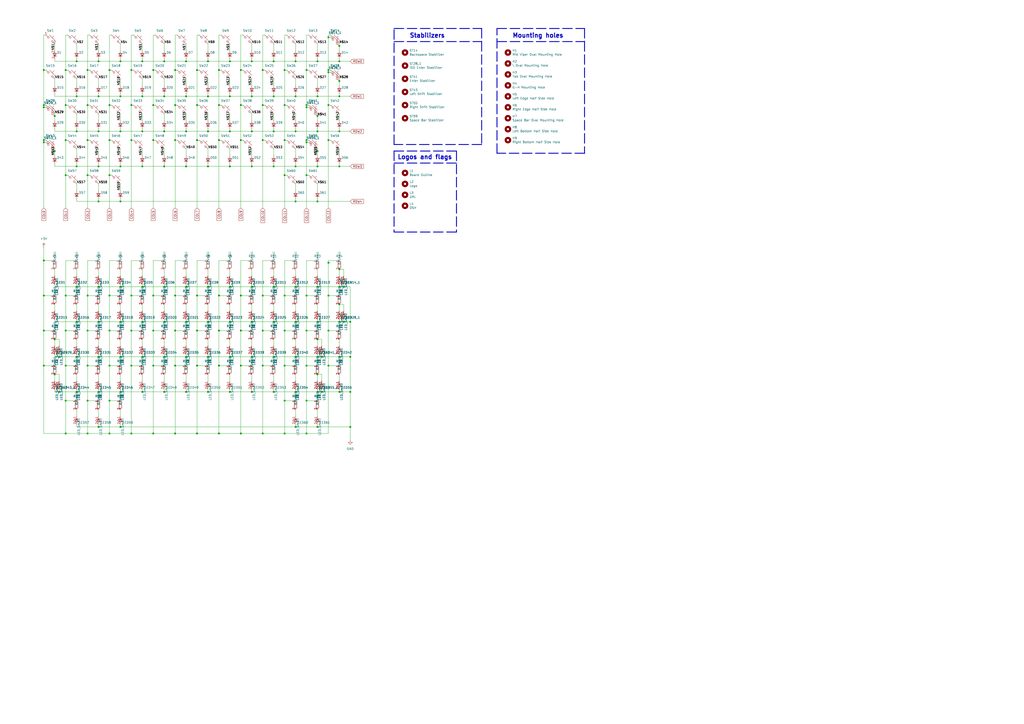
<source format=kicad_sch>
(kicad_sch (version 20250114) (generator "eeschema") (generator_version "9.0")
  (paper "A2")
  (lib_symbols
    (symbol "D_Small_1" (pin_names (offset 0.254) (hide yes))
      (property "Reference" "D" (at -1.27 2.032 0))
      (property "Value" "D_Small" (at -3.81 -2.032 0))
      (symbol "D_Small_1_1_1"
        (pin passive line (at -2.54 0 0) (length 1.778) (name "K") (number "1"))
        (pin passive line (at 2.54 0 180) (length 1.778) (name "A") (number "2"))
      )
    )
    (symbol "Device:D_Small" (pin_numbers (hide yes)) (pin_names (offset 0.254) (hide yes))
      (property "Reference" "D" (at -1.27 2.032 0))
      (property "Value" "D_Small" (at -3.81 -2.032 0))
      (symbol "D_Small_1_1"
        (pin passive line (at -2.54 0 0) (length 1.778) (name "K") (number "1"))
        (pin passive line (at 2.54 0 180) (length 1.778) (name "A") (number "2"))
      )
    )
    (symbol "Device:LED_Small" (pin_names (offset 0.254) (hide yes))
      (property "Reference" "D" (at -1.27 3.175 0))
      (property "Value" "LED_Small" (at -4.445 -2.54 0))
      (symbol "LED_Small_1_1"
        (pin passive line (at -2.54 0 0) (length 1.778) (name "K") (number "1"))
        (pin passive line (at 2.54 0 180) (length 1.778) (name "A") (number "2"))
      )
    )
    (symbol "Device:R_Small" (pin_names (offset 0.254) (hide yes))
      (property "Reference" "R" (at 0 0 90))
      (property "Value" "R_Small" (at 1.778 0 90))
      (symbol "R_Small_1_1"
        (pin passive line (at 0 2.54 270) (length 0.762) (name "~") (number "1"))
        (pin passive line (at 0 -2.54 90) (length 0.762) (name "~") (number "2"))
      )
    )
    (symbol "LED_Small_1" (pin_names (offset 0.254) (hide yes))
      (property "Reference" "D" (at -1.27 3.175 0))
      (property "Value" "LED_Small" (at -4.445 -2.54 0))
      (symbol "LED_Small_1_1_1"
        (pin passive line (at -2.54 0 0) (length 1.778) (name "K") (number "1"))
        (pin passive line (at 2.54 0 180) (length 1.778) (name "A") (number "2"))
      )
    )
    (symbol "LED_Small_10" (pin_names (offset 0.254) (hide yes))
      (property "Reference" "D" (at -1.27 3.175 0))
      (property "Value" "LED_Small" (at -4.445 -2.54 0))
      (symbol "LED_Small_10_1_1"
        (pin passive line (at -2.54 0 0) (length 1.778) (name "K") (number "1"))
        (pin passive line (at 2.54 0 180) (length 1.778) (name "A") (number "2"))
      )
    )
    (symbol "LED_Small_11" (pin_names (offset 0.254) (hide yes))
      (property "Reference" "D" (at -1.27 3.175 0))
      (property "Value" "LED_Small" (at -4.445 -2.54 0))
      (symbol "LED_Small_11_1_1"
        (pin passive line (at -2.54 0 0) (length 1.778) (name "K") (number "1"))
        (pin passive line (at 2.54 0 180) (length 1.778) (name "A") (number "2"))
      )
    )
    (symbol "LED_Small_12" (pin_names (offset 0.254) (hide yes))
      (property "Reference" "D" (at -1.27 3.175 0))
      (property "Value" "LED_Small" (at -4.445 -2.54 0))
      (symbol "LED_Small_12_1_1"
        (pin passive line (at -2.54 0 0) (length 1.778) (name "K") (number "1"))
        (pin passive line (at 2.54 0 180) (length 1.778) (name "A") (number "2"))
      )
    )
    (symbol "LED_Small_13" (pin_names (offset 0.254) (hide yes))
      (property "Reference" "D" (at -1.27 3.175 0))
      (property "Value" "LED_Small" (at -4.445 -2.54 0))
      (symbol "LED_Small_13_1_1"
        (pin passive line (at -2.54 0 0) (length 1.778) (name "K") (number "1"))
        (pin passive line (at 2.54 0 180) (length 1.778) (name "A") (number "2"))
      )
    )
    (symbol "LED_Small_14" (pin_names (offset 0.254) (hide yes))
      (property "Reference" "D" (at -1.27 3.175 0))
      (property "Value" "LED_Small" (at -4.445 -2.54 0))
      (symbol "LED_Small_14_1_1"
        (pin passive line (at -2.54 0 0) (length 1.778) (name "K") (number "1"))
        (pin passive line (at 2.54 0 180) (length 1.778) (name "A") (number "2"))
      )
    )
    (symbol "LED_Small_15" (pin_names (offset 0.254) (hide yes))
      (property "Reference" "D" (at -1.27 3.175 0))
      (property "Value" "LED_Small" (at -4.445 -2.54 0))
      (symbol "LED_Small_15_1_1"
        (pin passive line (at -2.54 0 0) (length 1.778) (name "K") (number "1"))
        (pin passive line (at 2.54 0 180) (length 1.778) (name "A") (number "2"))
      )
    )
    (symbol "LED_Small_16" (pin_names (offset 0.254) (hide yes))
      (property "Reference" "D" (at -1.27 3.175 0))
      (property "Value" "LED_Small" (at -4.445 -2.54 0))
      (symbol "LED_Small_16_1_1"
        (pin passive line (at -2.54 0 0) (length 1.778) (name "K") (number "1"))
        (pin passive line (at 2.54 0 180) (length 1.778) (name "A") (number "2"))
      )
    )
    (symbol "LED_Small_17" (pin_names (offset 0.254) (hide yes))
      (property "Reference" "D" (at -1.27 3.175 0))
      (property "Value" "LED_Small" (at -4.445 -2.54 0))
      (symbol "LED_Small_17_1_1"
        (pin passive line (at -2.54 0 0) (length 1.778) (name "K") (number "1"))
        (pin passive line (at 2.54 0 180) (length 1.778) (name "A") (number "2"))
      )
    )
    (symbol "LED_Small_18" (pin_names (offset 0.254) (hide yes))
      (property "Reference" "D" (at -1.27 3.175 0))
      (property "Value" "LED_Small" (at -4.445 -2.54 0))
      (symbol "LED_Small_18_1_1"
        (pin passive line (at -2.54 0 0) (length 1.778) (name "K") (number "1"))
        (pin passive line (at 2.54 0 180) (length 1.778) (name "A") (number "2"))
      )
    )
    (symbol "LED_Small_19" (pin_names (offset 0.254) (hide yes))
      (property "Reference" "D" (at -1.27 3.175 0))
      (property "Value" "LED_Small" (at -4.445 -2.54 0))
      (symbol "LED_Small_19_1_1"
        (pin passive line (at -2.54 0 0) (length 1.778) (name "K") (number "1"))
        (pin passive line (at 2.54 0 180) (length 1.778) (name "A") (number "2"))
      )
    )
    (symbol "LED_Small_2" (pin_names (offset 0.254) (hide yes))
      (property "Reference" "D" (at -1.27 3.175 0))
      (property "Value" "LED_Small" (at -4.445 -2.54 0))
      (symbol "LED_Small_2_1_1"
        (pin passive line (at -2.54 0 0) (length 1.778) (name "K") (number "1"))
        (pin passive line (at 2.54 0 180) (length 1.778) (name "A") (number "2"))
      )
    )
    (symbol "LED_Small_20" (pin_names (offset 0.254) (hide yes))
      (property "Reference" "D" (at -1.27 3.175 0))
      (property "Value" "LED_Small" (at -4.445 -2.54 0))
      (symbol "LED_Small_20_1_1"
        (pin passive line (at -2.54 0 0) (length 1.778) (name "K") (number "1"))
        (pin passive line (at 2.54 0 180) (length 1.778) (name "A") (number "2"))
      )
    )
    (symbol "LED_Small_21" (pin_names (offset 0.254) (hide yes))
      (property "Reference" "D" (at -1.27 3.175 0))
      (property "Value" "LED_Small" (at -4.445 -2.54 0))
      (symbol "LED_Small_21_1_1"
        (pin passive line (at -2.54 0 0) (length 1.778) (name "K") (number "1"))
        (pin passive line (at 2.54 0 180) (length 1.778) (name "A") (number "2"))
      )
    )
    (symbol "LED_Small_22" (pin_names (offset 0.254) (hide yes))
      (property "Reference" "D" (at -1.27 3.175 0))
      (property "Value" "LED_Small" (at -4.445 -2.54 0))
      (symbol "LED_Small_22_1_1"
        (pin passive line (at -2.54 0 0) (length 1.778) (name "K") (number "1"))
        (pin passive line (at 2.54 0 180) (length 1.778) (name "A") (number "2"))
      )
    )
    (symbol "LED_Small_23" (pin_names (offset 0.254) (hide yes))
      (property "Reference" "D" (at -1.27 3.175 0))
      (property "Value" "LED_Small" (at -4.445 -2.54 0))
      (symbol "LED_Small_23_1_1"
        (pin passive line (at -2.54 0 0) (length 1.778) (name "K") (number "1"))
        (pin passive line (at 2.54 0 180) (length 1.778) (name "A") (number "2"))
      )
    )
    (symbol "LED_Small_24" (pin_names (offset 0.254) (hide yes))
      (property "Reference" "D" (at -1.27 3.175 0))
      (property "Value" "LED_Small" (at -4.445 -2.54 0))
      (symbol "LED_Small_24_1_1"
        (pin passive line (at -2.54 0 0) (length 1.778) (name "K") (number "1"))
        (pin passive line (at 2.54 0 180) (length 1.778) (name "A") (number "2"))
      )
    )
    (symbol "LED_Small_25" (pin_names (offset 0.254) (hide yes))
      (property "Reference" "D" (at -1.27 3.175 0))
      (property "Value" "LED_Small" (at -4.445 -2.54 0))
      (symbol "LED_Small_25_1_1"
        (pin passive line (at -2.54 0 0) (length 1.778) (name "K") (number "1"))
        (pin passive line (at 2.54 0 180) (length 1.778) (name "A") (number "2"))
      )
    )
    (symbol "LED_Small_26" (pin_names (offset 0.254) (hide yes))
      (property "Reference" "D" (at -1.27 3.175 0))
      (property "Value" "LED_Small" (at -4.445 -2.54 0))
      (symbol "LED_Small_26_1_1"
        (pin passive line (at -2.54 0 0) (length 1.778) (name "K") (number "1"))
        (pin passive line (at 2.54 0 180) (length 1.778) (name "A") (number "2"))
      )
    )
    (symbol "LED_Small_27" (pin_names (offset 0.254) (hide yes))
      (property "Reference" "D" (at -1.27 3.175 0))
      (property "Value" "LED_Small" (at -4.445 -2.54 0))
      (symbol "LED_Small_27_1_1"
        (pin passive line (at -2.54 0 0) (length 1.778) (name "K") (number "1"))
        (pin passive line (at 2.54 0 180) (length 1.778) (name "A") (number "2"))
      )
    )
    (symbol "LED_Small_28" (pin_names (offset 0.254) (hide yes))
      (property "Reference" "D" (at -1.27 3.175 0))
      (property "Value" "LED_Small" (at -4.445 -2.54 0))
      (symbol "LED_Small_28_1_1"
        (pin passive line (at -2.54 0 0) (length 1.778) (name "K") (number "1"))
        (pin passive line (at 2.54 0 180) (length 1.778) (name "A") (number "2"))
      )
    )
    (symbol "LED_Small_29" (pin_names (offset 0.254) (hide yes))
      (property "Reference" "D" (at -1.27 3.175 0))
      (property "Value" "LED_Small" (at -4.445 -2.54 0))
      (symbol "LED_Small_29_1_1"
        (pin passive line (at -2.54 0 0) (length 1.778) (name "K") (number "1"))
        (pin passive line (at 2.54 0 180) (length 1.778) (name "A") (number "2"))
      )
    )
    (symbol "LED_Small_3" (pin_names (offset 0.254) (hide yes))
      (property "Reference" "D" (at -1.27 3.175 0))
      (property "Value" "LED_Small" (at -4.445 -2.54 0))
      (symbol "LED_Small_3_1_1"
        (pin passive line (at -2.54 0 0) (length 1.778) (name "K") (number "1"))
        (pin passive line (at 2.54 0 180) (length 1.778) (name "A") (number "2"))
      )
    )
    (symbol "LED_Small_30" (pin_names (offset 0.254) (hide yes))
      (property "Reference" "D" (at -1.27 3.175 0))
      (property "Value" "LED_Small" (at -4.445 -2.54 0))
      (symbol "LED_Small_30_1_1"
        (pin passive line (at -2.54 0 0) (length 1.778) (name "K") (number "1"))
        (pin passive line (at 2.54 0 180) (length 1.778) (name "A") (number "2"))
      )
    )
    (symbol "LED_Small_31" (pin_names (offset 0.254) (hide yes))
      (property "Reference" "D" (at -1.27 3.175 0))
      (property "Value" "LED_Small" (at -4.445 -2.54 0))
      (symbol "LED_Small_31_1_1"
        (pin passive line (at -2.54 0 0) (length 1.778) (name "K") (number "1"))
        (pin passive line (at 2.54 0 180) (length 1.778) (name "A") (number "2"))
      )
    )
    (symbol "LED_Small_32" (pin_names (offset 0.254) (hide yes))
      (property "Reference" "D" (at -1.27 3.175 0))
      (property "Value" "LED_Small" (at -4.445 -2.54 0))
      (symbol "LED_Small_32_1_1"
        (pin passive line (at -2.54 0 0) (length 1.778) (name "K") (number "1"))
        (pin passive line (at 2.54 0 180) (length 1.778) (name "A") (number "2"))
      )
    )
    (symbol "LED_Small_33" (pin_names (offset 0.254) (hide yes))
      (property "Reference" "D" (at -1.27 3.175 0))
      (property "Value" "LED_Small" (at -4.445 -2.54 0))
      (symbol "LED_Small_33_1_1"
        (pin passive line (at -2.54 0 0) (length 1.778) (name "K") (number "1"))
        (pin passive line (at 2.54 0 180) (length 1.778) (name "A") (number "2"))
      )
    )
    (symbol "LED_Small_34" (pin_names (offset 0.254) (hide yes))
      (property "Reference" "D" (at -1.27 3.175 0))
      (property "Value" "LED_Small" (at -4.445 -2.54 0))
      (symbol "LED_Small_34_1_1"
        (pin passive line (at -2.54 0 0) (length 1.778) (name "K") (number "1"))
        (pin passive line (at 2.54 0 180) (length 1.778) (name "A") (number "2"))
      )
    )
    (symbol "LED_Small_35" (pin_names (offset 0.254) (hide yes))
      (property "Reference" "D" (at -1.27 3.175 0))
      (property "Value" "LED_Small" (at -4.445 -2.54 0))
      (symbol "LED_Small_35_1_1"
        (pin passive line (at -2.54 0 0) (length 1.778) (name "K") (number "1"))
        (pin passive line (at 2.54 0 180) (length 1.778) (name "A") (number "2"))
      )
    )
    (symbol "LED_Small_36" (pin_names (offset 0.254) (hide yes))
      (property "Reference" "D" (at -1.27 3.175 0))
      (property "Value" "LED_Small" (at -4.445 -2.54 0))
      (symbol "LED_Small_36_1_1"
        (pin passive line (at -2.54 0 0) (length 1.778) (name "K") (number "1"))
        (pin passive line (at 2.54 0 180) (length 1.778) (name "A") (number "2"))
      )
    )
    (symbol "LED_Small_37" (pin_names (offset 0.254) (hide yes))
      (property "Reference" "D" (at -1.27 3.175 0))
      (property "Value" "LED_Small" (at -4.445 -2.54 0))
      (symbol "LED_Small_37_1_1"
        (pin passive line (at -2.54 0 0) (length 1.778) (name "K") (number "1"))
        (pin passive line (at 2.54 0 180) (length 1.778) (name "A") (number "2"))
      )
    )
    (symbol "LED_Small_38" (pin_names (offset 0.254) (hide yes))
      (property "Reference" "D" (at -1.27 3.175 0))
      (property "Value" "LED_Small" (at -4.445 -2.54 0))
      (symbol "LED_Small_38_1_1"
        (pin passive line (at -2.54 0 0) (length 1.778) (name "K") (number "1"))
        (pin passive line (at 2.54 0 180) (length 1.778) (name "A") (number "2"))
      )
    )
    (symbol "LED_Small_39" (pin_names (offset 0.254) (hide yes))
      (property "Reference" "D" (at -1.27 3.175 0))
      (property "Value" "LED_Small" (at -4.445 -2.54 0))
      (symbol "LED_Small_39_1_1"
        (pin passive line (at -2.54 0 0) (length 1.778) (name "K") (number "1"))
        (pin passive line (at 2.54 0 180) (length 1.778) (name "A") (number "2"))
      )
    )
    (symbol "LED_Small_4" (pin_names (offset 0.254) (hide yes))
      (property "Reference" "D" (at -1.27 3.175 0))
      (property "Value" "LED_Small" (at -4.445 -2.54 0))
      (symbol "LED_Small_4_1_1"
        (pin passive line (at -2.54 0 0) (length 1.778) (name "K") (number "1"))
        (pin passive line (at 2.54 0 180) (length 1.778) (name "A") (number "2"))
      )
    )
    (symbol "LED_Small_40" (pin_names (offset 0.254) (hide yes))
      (property "Reference" "D" (at -1.27 3.175 0))
      (property "Value" "LED_Small" (at -4.445 -2.54 0))
      (symbol "LED_Small_40_1_1"
        (pin passive line (at -2.54 0 0) (length 1.778) (name "K") (number "1"))
        (pin passive line (at 2.54 0 180) (length 1.778) (name "A") (number "2"))
      )
    )
    (symbol "LED_Small_41" (pin_names (offset 0.254) (hide yes))
      (property "Reference" "D" (at -1.27 3.175 0))
      (property "Value" "LED_Small" (at -4.445 -2.54 0))
      (symbol "LED_Small_41_1_1"
        (pin passive line (at -2.54 0 0) (length 1.778) (name "K") (number "1"))
        (pin passive line (at 2.54 0 180) (length 1.778) (name "A") (number "2"))
      )
    )
    (symbol "LED_Small_42" (pin_names (offset 0.254) (hide yes))
      (property "Reference" "D" (at -1.27 3.175 0))
      (property "Value" "LED_Small" (at -4.445 -2.54 0))
      (symbol "LED_Small_42_1_1"
        (pin passive line (at -2.54 0 0) (length 1.778) (name "K") (number "1"))
        (pin passive line (at 2.54 0 180) (length 1.778) (name "A") (number "2"))
      )
    )
    (symbol "LED_Small_43" (pin_names (offset 0.254) (hide yes))
      (property "Reference" "D" (at -1.27 3.175 0))
      (property "Value" "LED_Small" (at -4.445 -2.54 0))
      (symbol "LED_Small_43_1_1"
        (pin passive line (at -2.54 0 0) (length 1.778) (name "K") (number "1"))
        (pin passive line (at 2.54 0 180) (length 1.778) (name "A") (number "2"))
      )
    )
    (symbol "LED_Small_44" (pin_names (offset 0.254) (hide yes))
      (property "Reference" "D" (at -1.27 3.175 0))
      (property "Value" "LED_Small" (at -4.445 -2.54 0))
      (symbol "LED_Small_44_1_1"
        (pin passive line (at -2.54 0 0) (length 1.778) (name "K") (number "1"))
        (pin passive line (at 2.54 0 180) (length 1.778) (name "A") (number "2"))
      )
    )
    (symbol "LED_Small_45" (pin_names (offset 0.254) (hide yes))
      (property "Reference" "D" (at -1.27 3.175 0))
      (property "Value" "LED_Small" (at -4.445 -2.54 0))
      (symbol "LED_Small_45_1_1"
        (pin passive line (at -2.54 0 0) (length 1.778) (name "K") (number "1"))
        (pin passive line (at 2.54 0 180) (length 1.778) (name "A") (number "2"))
      )
    )
    (symbol "LED_Small_46" (pin_names (offset 0.254) (hide yes))
      (property "Reference" "D" (at -1.27 3.175 0))
      (property "Value" "LED_Small" (at -4.445 -2.54 0))
      (symbol "LED_Small_46_1_1"
        (pin passive line (at -2.54 0 0) (length 1.778) (name "K") (number "1"))
        (pin passive line (at 2.54 0 180) (length 1.778) (name "A") (number "2"))
      )
    )
    (symbol "LED_Small_47" (pin_names (offset 0.254) (hide yes))
      (property "Reference" "D" (at -1.27 3.175 0))
      (property "Value" "LED_Small" (at -4.445 -2.54 0))
      (symbol "LED_Small_47_1_1"
        (pin passive line (at -2.54 0 0) (length 1.778) (name "K") (number "1"))
        (pin passive line (at 2.54 0 180) (length 1.778) (name "A") (number "2"))
      )
    )
    (symbol "LED_Small_48" (pin_names (offset 0.254) (hide yes))
      (property "Reference" "D" (at -1.27 3.175 0))
      (property "Value" "LED_Small" (at -4.445 -2.54 0))
      (symbol "LED_Small_48_1_1"
        (pin passive line (at -2.54 0 0) (length 1.778) (name "K") (number "1"))
        (pin passive line (at 2.54 0 180) (length 1.778) (name "A") (number "2"))
      )
    )
    (symbol "LED_Small_49" (pin_names (offset 0.254) (hide yes))
      (property "Reference" "D" (at -1.27 3.175 0))
      (property "Value" "LED_Small" (at -4.445 -2.54 0))
      (symbol "LED_Small_49_1_1"
        (pin passive line (at -2.54 0 0) (length 1.778) (name "K") (number "1"))
        (pin passive line (at 2.54 0 180) (length 1.778) (name "A") (number "2"))
      )
    )
    (symbol "LED_Small_5" (pin_names (offset 0.254) (hide yes))
      (property "Reference" "D" (at -1.27 3.175 0))
      (property "Value" "LED_Small" (at -4.445 -2.54 0))
      (symbol "LED_Small_5_1_1"
        (pin passive line (at -2.54 0 0) (length 1.778) (name "K") (number "1"))
        (pin passive line (at 2.54 0 180) (length 1.778) (name "A") (number "2"))
      )
    )
    (symbol "LED_Small_50" (pin_names (offset 0.254) (hide yes))
      (property "Reference" "D" (at -1.27 3.175 0))
      (property "Value" "LED_Small" (at -4.445 -2.54 0))
      (symbol "LED_Small_50_1_1"
        (pin passive line (at -2.54 0 0) (length 1.778) (name "K") (number "1"))
        (pin passive line (at 2.54 0 180) (length 1.778) (name "A") (number "2"))
      )
    )
    (symbol "LED_Small_51" (pin_names (offset 0.254) (hide yes))
      (property "Reference" "D" (at -1.27 3.175 0))
      (property "Value" "LED_Small" (at -4.445 -2.54 0))
      (symbol "LED_Small_51_1_1"
        (pin passive line (at -2.54 0 0) (length 1.778) (name "K") (number "1"))
        (pin passive line (at 2.54 0 180) (length 1.778) (name "A") (number "2"))
      )
    )
    (symbol "LED_Small_52" (pin_names (offset 0.254) (hide yes))
      (property "Reference" "D" (at -1.27 3.175 0))
      (property "Value" "LED_Small" (at -4.445 -2.54 0))
      (symbol "LED_Small_52_1_1"
        (pin passive line (at -2.54 0 0) (length 1.778) (name "K") (number "1"))
        (pin passive line (at 2.54 0 180) (length 1.778) (name "A") (number "2"))
      )
    )
    (symbol "LED_Small_53" (pin_names (offset 0.254) (hide yes))
      (property "Reference" "D" (at -1.27 3.175 0))
      (property "Value" "LED_Small" (at -4.445 -2.54 0))
      (symbol "LED_Small_53_1_1"
        (pin passive line (at -2.54 0 0) (length 1.778) (name "K") (number "1"))
        (pin passive line (at 2.54 0 180) (length 1.778) (name "A") (number "2"))
      )
    )
    (symbol "LED_Small_54" (pin_names (offset 0.254) (hide yes))
      (property "Reference" "D" (at -1.27 3.175 0))
      (property "Value" "LED_Small" (at -4.445 -2.54 0))
      (symbol "LED_Small_54_1_1"
        (pin passive line (at -2.54 0 0) (length 1.778) (name "K") (number "1"))
        (pin passive line (at 2.54 0 180) (length 1.778) (name "A") (number "2"))
      )
    )
    (symbol "LED_Small_55" (pin_names (offset 0.254) (hide yes))
      (property "Reference" "D" (at -1.27 3.175 0))
      (property "Value" "LED_Small" (at -4.445 -2.54 0))
      (symbol "LED_Small_55_1_1"
        (pin passive line (at -2.54 0 0) (length 1.778) (name "K") (number "1"))
        (pin passive line (at 2.54 0 180) (length 1.778) (name "A") (number "2"))
      )
    )
    (symbol "LED_Small_56" (pin_names (offset 0.254) (hide yes))
      (property "Reference" "D" (at -1.27 3.175 0))
      (property "Value" "LED_Small" (at -4.445 -2.54 0))
      (symbol "LED_Small_56_1_1"
        (pin passive line (at -2.54 0 0) (length 1.778) (name "K") (number "1"))
        (pin passive line (at 2.54 0 180) (length 1.778) (name "A") (number "2"))
      )
    )
    (symbol "LED_Small_57" (pin_names (offset 0.254) (hide yes))
      (property "Reference" "D" (at -1.27 3.175 0))
      (property "Value" "LED_Small" (at -4.445 -2.54 0))
      (symbol "LED_Small_57_1_1"
        (pin passive line (at -2.54 0 0) (length 1.778) (name "K") (number "1"))
        (pin passive line (at 2.54 0 180) (length 1.778) (name "A") (number "2"))
      )
    )
    (symbol "LED_Small_58" (pin_names (offset 0.254) (hide yes))
      (property "Reference" "D" (at -1.27 3.175 0))
      (property "Value" "LED_Small" (at -4.445 -2.54 0))
      (symbol "LED_Small_58_1_1"
        (pin passive line (at -2.54 0 0) (length 1.778) (name "K") (number "1"))
        (pin passive line (at 2.54 0 180) (length 1.778) (name "A") (number "2"))
      )
    )
    (symbol "LED_Small_59" (pin_names (offset 0.254) (hide yes))
      (property "Reference" "D" (at -1.27 3.175 0))
      (property "Value" "LED_Small" (at -4.445 -2.54 0))
      (symbol "LED_Small_59_1_1"
        (pin passive line (at -2.54 0 0) (length 1.778) (name "K") (number "1"))
        (pin passive line (at 2.54 0 180) (length 1.778) (name "A") (number "2"))
      )
    )
    (symbol "LED_Small_6" (pin_names (offset 0.254) (hide yes))
      (property "Reference" "D" (at -1.27 3.175 0))
      (property "Value" "LED_Small" (at -4.445 -2.54 0))
      (symbol "LED_Small_6_1_1"
        (pin passive line (at -2.54 0 0) (length 1.778) (name "K") (number "1"))
        (pin passive line (at 2.54 0 180) (length 1.778) (name "A") (number "2"))
      )
    )
    (symbol "LED_Small_60" (pin_names (offset 0.254) (hide yes))
      (property "Reference" "D" (at -1.27 3.175 0))
      (property "Value" "LED_Small" (at -4.445 -2.54 0))
      (symbol "LED_Small_60_1_1"
        (pin passive line (at -2.54 0 0) (length 1.778) (name "K") (number "1"))
        (pin passive line (at 2.54 0 180) (length 1.778) (name "A") (number "2"))
      )
    )
    (symbol "LED_Small_7" (pin_names (offset 0.254) (hide yes))
      (property "Reference" "D" (at -1.27 3.175 0))
      (property "Value" "LED_Small" (at -4.445 -2.54 0))
      (symbol "LED_Small_7_1_1"
        (pin passive line (at -2.54 0 0) (length 1.778) (name "K") (number "1"))
        (pin passive line (at 2.54 0 180) (length 1.778) (name "A") (number "2"))
      )
    )
    (symbol "LED_Small_8" (pin_names (offset 0.254) (hide yes))
      (property "Reference" "D" (at -1.27 3.175 0))
      (property "Value" "LED_Small" (at -4.445 -2.54 0))
      (symbol "LED_Small_8_1_1"
        (pin passive line (at -2.54 0 0) (length 1.778) (name "K") (number "1"))
        (pin passive line (at 2.54 0 180) (length 1.778) (name "A") (number "2"))
      )
    )
    (symbol "LED_Small_9" (pin_names (offset 0.254) (hide yes))
      (property "Reference" "D" (at -1.27 3.175 0))
      (property "Value" "LED_Small" (at -4.445 -2.54 0))
      (symbol "LED_Small_9_1_1"
        (pin passive line (at -2.54 0 0) (length 1.778) (name "K") (number "1"))
        (pin passive line (at 2.54 0 180) (length 1.778) (name "A") (number "2"))
      )
    )
    (symbol "Mechanical:MountingHole" (pin_names (offset 1.016)) (in_bom no)
      (property "Reference" "H" (at 0 5.08 0))
      (property "Value" "MountingHole" (at 0 3.175 0))
    )
    (symbol "R_Small_1" (pin_names (offset 0.254) (hide yes))
      (property "Reference" "R" (at 0 0 90))
      (property "Value" "R_Small" (at 1.778 0 90))
      (symbol "R_Small_1_1_1"
        (pin passive line (at 0 2.54 270) (length 0.762) (name "~") (number "1"))
        (pin passive line (at 0 -2.54 90) (length 0.762) (name "~") (number "2"))
      )
    )
    (symbol "R_Small_10" (pin_names (offset 0.254) (hide yes))
      (property "Reference" "R" (at 0 0 90))
      (property "Value" "R_Small" (at 1.778 0 90))
      (symbol "R_Small_10_1_1"
        (pin passive line (at 0 2.54 270) (length 0.762) (name "~") (number "1"))
        (pin passive line (at 0 -2.54 90) (length 0.762) (name "~") (number "2"))
      )
    )
    (symbol "R_Small_11" (pin_names (offset 0.254) (hide yes))
      (property "Reference" "R" (at 0 0 90))
      (property "Value" "R_Small" (at 1.778 0 90))
      (symbol "R_Small_11_1_1"
        (pin passive line (at 0 2.54 270) (length 0.762) (name "~") (number "1"))
        (pin passive line (at 0 -2.54 90) (length 0.762) (name "~") (number "2"))
      )
    )
    (symbol "R_Small_12" (pin_names (offset 0.254) (hide yes))
      (property "Reference" "R" (at 0 0 90))
      (property "Value" "R_Small" (at 1.778 0 90))
      (symbol "R_Small_12_1_1"
        (pin passive line (at 0 2.54 270) (length 0.762) (name "~") (number "1"))
        (pin passive line (at 0 -2.54 90) (length 0.762) (name "~") (number "2"))
      )
    )
    (symbol "R_Small_13" (pin_names (offset 0.254) (hide yes))
      (property "Reference" "R" (at 0 0 90))
      (property "Value" "R_Small" (at 1.778 0 90))
      (symbol "R_Small_13_1_1"
        (pin passive line (at 0 2.54 270) (length 0.762) (name "~") (number "1"))
        (pin passive line (at 0 -2.54 90) (length 0.762) (name "~") (number "2"))
      )
    )
    (symbol "R_Small_14" (pin_names (offset 0.254) (hide yes))
      (property "Reference" "R" (at 0 0 90))
      (property "Value" "R_Small" (at 1.778 0 90))
      (symbol "R_Small_14_1_1"
        (pin passive line (at 0 2.54 270) (length 0.762) (name "~") (number "1"))
        (pin passive line (at 0 -2.54 90) (length 0.762) (name "~") (number "2"))
      )
    )
    (symbol "R_Small_16" (pin_names (offset 0.254) (hide yes))
      (property "Reference" "R" (at 0 0 90))
      (property "Value" "R_Small" (at 1.778 0 90))
      (symbol "R_Small_16_1_1"
        (pin passive line (at 0 2.54 270) (length 0.762) (name "~") (number "1"))
        (pin passive line (at 0 -2.54 90) (length 0.762) (name "~") (number "2"))
      )
    )
    (symbol "R_Small_17" (pin_names (offset 0.254) (hide yes))
      (property "Reference" "R" (at 0 0 90))
      (property "Value" "R_Small" (at 1.778 0 90))
      (symbol "R_Small_17_1_1"
        (pin passive line (at 0 2.54 270) (length 0.762) (name "~") (number "1"))
        (pin passive line (at 0 -2.54 90) (length 0.762) (name "~") (number "2"))
      )
    )
    (symbol "R_Small_18" (pin_names (offset 0.254) (hide yes))
      (property "Reference" "R" (at 0 0 90))
      (property "Value" "R_Small" (at 1.778 0 90))
      (symbol "R_Small_18_1_1"
        (pin passive line (at 0 2.54 270) (length 0.762) (name "~") (number "1"))
        (pin passive line (at 0 -2.54 90) (length 0.762) (name "~") (number "2"))
      )
    )
    (symbol "R_Small_19" (pin_names (offset 0.254) (hide yes))
      (property "Reference" "R" (at 0 0 90))
      (property "Value" "R_Small" (at 1.778 0 90))
      (symbol "R_Small_19_1_1"
        (pin passive line (at 0 2.54 270) (length 0.762) (name "~") (number "1"))
        (pin passive line (at 0 -2.54 90) (length 0.762) (name "~") (number "2"))
      )
    )
    (symbol "R_Small_2" (pin_names (offset 0.254) (hide yes))
      (property "Reference" "R" (at 0 0 90))
      (property "Value" "R_Small" (at 1.778 0 90))
      (symbol "R_Small_2_1_1"
        (pin passive line (at 0 2.54 270) (length 0.762) (name "~") (number "1"))
        (pin passive line (at 0 -2.54 90) (length 0.762) (name "~") (number "2"))
      )
    )
    (symbol "R_Small_20" (pin_names (offset 0.254) (hide yes))
      (property "Reference" "R" (at 0 0 90))
      (property "Value" "R_Small" (at 1.778 0 90))
      (symbol "R_Small_20_1_1"
        (pin passive line (at 0 2.54 270) (length 0.762) (name "~") (number "1"))
        (pin passive line (at 0 -2.54 90) (length 0.762) (name "~") (number "2"))
      )
    )
    (symbol "R_Small_21" (pin_names (offset 0.254) (hide yes))
      (property "Reference" "R" (at 0 0 90))
      (property "Value" "R_Small" (at 1.778 0 90))
      (symbol "R_Small_21_1_1"
        (pin passive line (at 0 2.54 270) (length 0.762) (name "~") (number "1"))
        (pin passive line (at 0 -2.54 90) (length 0.762) (name "~") (number "2"))
      )
    )
    (symbol "R_Small_22" (pin_names (offset 0.254) (hide yes))
      (property "Reference" "R" (at 0 0 90))
      (property "Value" "R_Small" (at 1.778 0 90))
      (symbol "R_Small_22_1_1"
        (pin passive line (at 0 2.54 270) (length 0.762) (name "~") (number "1"))
        (pin passive line (at 0 -2.54 90) (length 0.762) (name "~") (number "2"))
      )
    )
    (symbol "R_Small_23" (pin_names (offset 0.254) (hide yes))
      (property "Reference" "R" (at 0 0 90))
      (property "Value" "R_Small" (at 1.778 0 90))
      (symbol "R_Small_23_1_1"
        (pin passive line (at 0 2.54 270) (length 0.762) (name "~") (number "1"))
        (pin passive line (at 0 -2.54 90) (length 0.762) (name "~") (number "2"))
      )
    )
    (symbol "R_Small_24" (pin_names (offset 0.254) (hide yes))
      (property "Reference" "R" (at 0 0 90))
      (property "Value" "R_Small" (at 1.778 0 90))
      (symbol "R_Small_24_1_1"
        (pin passive line (at 0 2.54 270) (length 0.762) (name "~") (number "1"))
        (pin passive line (at 0 -2.54 90) (length 0.762) (name "~") (number "2"))
      )
    )
    (symbol "R_Small_25" (pin_names (offset 0.254) (hide yes))
      (property "Reference" "R" (at 0 0 90))
      (property "Value" "R_Small" (at 1.778 0 90))
      (symbol "R_Small_25_1_1"
        (pin passive line (at 0 2.54 270) (length 0.762) (name "~") (number "1"))
        (pin passive line (at 0 -2.54 90) (length 0.762) (name "~") (number "2"))
      )
    )
    (symbol "R_Small_26" (pin_names (offset 0.254) (hide yes))
      (property "Reference" "R" (at 0 0 90))
      (property "Value" "R_Small" (at 1.778 0 90))
      (symbol "R_Small_26_1_1"
        (pin passive line (at 0 2.54 270) (length 0.762) (name "~") (number "1"))
        (pin passive line (at 0 -2.54 90) (length 0.762) (name "~") (number "2"))
      )
    )
    (symbol "R_Small_27" (pin_names (offset 0.254) (hide yes))
      (property "Reference" "R" (at 0 0 90))
      (property "Value" "R_Small" (at 1.778 0 90))
      (symbol "R_Small_27_1_1"
        (pin passive line (at 0 2.54 270) (length 0.762) (name "~") (number "1"))
        (pin passive line (at 0 -2.54 90) (length 0.762) (name "~") (number "2"))
      )
    )
    (symbol "R_Small_29" (pin_names (offset 0.254) (hide yes))
      (property "Reference" "R" (at 0 0 90))
      (property "Value" "R_Small" (at 1.778 0 90))
      (symbol "R_Small_29_1_1"
        (pin passive line (at 0 2.54 270) (length 0.762) (name "~") (number "1"))
        (pin passive line (at 0 -2.54 90) (length 0.762) (name "~") (number "2"))
      )
    )
    (symbol "R_Small_3" (pin_names (offset 0.254) (hide yes))
      (property "Reference" "R" (at 0 0 90))
      (property "Value" "R_Small" (at 1.778 0 90))
      (symbol "R_Small_3_1_1"
        (pin passive line (at 0 2.54 270) (length 0.762) (name "~") (number "1"))
        (pin passive line (at 0 -2.54 90) (length 0.762) (name "~") (number "2"))
      )
    )
    (symbol "R_Small_30" (pin_names (offset 0.254) (hide yes))
      (property "Reference" "R" (at 0 0 90))
      (property "Value" "R_Small" (at 1.778 0 90))
      (symbol "R_Small_30_1_1"
        (pin passive line (at 0 2.54 270) (length 0.762) (name "~") (number "1"))
        (pin passive line (at 0 -2.54 90) (length 0.762) (name "~") (number "2"))
      )
    )
    (symbol "R_Small_31" (pin_names (offset 0.254) (hide yes))
      (property "Reference" "R" (at 0 0 90))
      (property "Value" "R_Small" (at 1.778 0 90))
      (symbol "R_Small_31_1_1"
        (pin passive line (at 0 2.54 270) (length 0.762) (name "~") (number "1"))
        (pin passive line (at 0 -2.54 90) (length 0.762) (name "~") (number "2"))
      )
    )
    (symbol "R_Small_32" (pin_names (offset 0.254) (hide yes))
      (property "Reference" "R" (at 0 0 90))
      (property "Value" "R_Small" (at 1.778 0 90))
      (symbol "R_Small_32_1_1"
        (pin passive line (at 0 2.54 270) (length 0.762) (name "~") (number "1"))
        (pin passive line (at 0 -2.54 90) (length 0.762) (name "~") (number "2"))
      )
    )
    (symbol "R_Small_33" (pin_names (offset 0.254) (hide yes))
      (property "Reference" "R" (at 0 0 90))
      (property "Value" "R_Small" (at 1.778 0 90))
      (symbol "R_Small_33_1_1"
        (pin passive line (at 0 2.54 270) (length 0.762) (name "~") (number "1"))
        (pin passive line (at 0 -2.54 90) (length 0.762) (name "~") (number "2"))
      )
    )
    (symbol "R_Small_34" (pin_names (offset 0.254) (hide yes))
      (property "Reference" "R" (at 0 0 90))
      (property "Value" "R_Small" (at 1.778 0 90))
      (symbol "R_Small_34_1_1"
        (pin passive line (at 0 2.54 270) (length 0.762) (name "~") (number "1"))
        (pin passive line (at 0 -2.54 90) (length 0.762) (name "~") (number "2"))
      )
    )
    (symbol "R_Small_35" (pin_names (offset 0.254) (hide yes))
      (property "Reference" "R" (at 0 0 90))
      (property "Value" "R_Small" (at 1.778 0 90))
      (symbol "R_Small_35_1_1"
        (pin passive line (at 0 2.54 270) (length 0.762) (name "~") (number "1"))
        (pin passive line (at 0 -2.54 90) (length 0.762) (name "~") (number "2"))
      )
    )
    (symbol "R_Small_36" (pin_names (offset 0.254) (hide yes))
      (property "Reference" "R" (at 0 0 90))
      (property "Value" "R_Small" (at 1.778 0 90))
      (symbol "R_Small_36_1_1"
        (pin passive line (at 0 2.54 270) (length 0.762) (name "~") (number "1"))
        (pin passive line (at 0 -2.54 90) (length 0.762) (name "~") (number "2"))
      )
    )
    (symbol "R_Small_37" (pin_names (offset 0.254) (hide yes))
      (property "Reference" "R" (at 0 0 90))
      (property "Value" "R_Small" (at 1.778 0 90))
      (symbol "R_Small_37_1_1"
        (pin passive line (at 0 2.54 270) (length 0.762) (name "~") (number "1"))
        (pin passive line (at 0 -2.54 90) (length 0.762) (name "~") (number "2"))
      )
    )
    (symbol "R_Small_38" (pin_names (offset 0.254) (hide yes))
      (property "Reference" "R" (at 0 0 90))
      (property "Value" "R_Small" (at 1.778 0 90))
      (symbol "R_Small_38_1_1"
        (pin passive line (at 0 2.54 270) (length 0.762) (name "~") (number "1"))
        (pin passive line (at 0 -2.54 90) (length 0.762) (name "~") (number "2"))
      )
    )
    (symbol "R_Small_39" (pin_names (offset 0.254) (hide yes))
      (property "Reference" "R" (at 0 0 90))
      (property "Value" "R_Small" (at 1.778 0 90))
      (symbol "R_Small_39_1_1"
        (pin passive line (at 0 2.54 270) (length 0.762) (name "~") (number "1"))
        (pin passive line (at 0 -2.54 90) (length 0.762) (name "~") (number "2"))
      )
    )
    (symbol "R_Small_4" (pin_names (offset 0.254) (hide yes))
      (property "Reference" "R" (at 0 0 90))
      (property "Value" "R_Small" (at 1.778 0 90))
      (symbol "R_Small_4_1_1"
        (pin passive line (at 0 2.54 270) (length 0.762) (name "~") (number "1"))
        (pin passive line (at 0 -2.54 90) (length 0.762) (name "~") (number "2"))
      )
    )
    (symbol "R_Small_40" (pin_names (offset 0.254) (hide yes))
      (property "Reference" "R" (at 0 0 90))
      (property "Value" "R_Small" (at 1.778 0 90))
      (symbol "R_Small_40_1_1"
        (pin passive line (at 0 2.54 270) (length 0.762) (name "~") (number "1"))
        (pin passive line (at 0 -2.54 90) (length 0.762) (name "~") (number "2"))
      )
    )
    (symbol "R_Small_41" (pin_names (offset 0.254) (hide yes))
      (property "Reference" "R" (at 0 0 90))
      (property "Value" "R_Small" (at 1.778 0 90))
      (symbol "R_Small_41_1_1"
        (pin passive line (at 0 2.54 270) (length 0.762) (name "~") (number "1"))
        (pin passive line (at 0 -2.54 90) (length 0.762) (name "~") (number "2"))
      )
    )
    (symbol "R_Small_42" (pin_names (offset 0.254) (hide yes))
      (property "Reference" "R" (at 0 0 90))
      (property "Value" "R_Small" (at 1.778 0 90))
      (symbol "R_Small_42_1_1"
        (pin passive line (at 0 2.54 270) (length 0.762) (name "~") (number "1"))
        (pin passive line (at 0 -2.54 90) (length 0.762) (name "~") (number "2"))
      )
    )
    (symbol "R_Small_44" (pin_names (offset 0.254) (hide yes))
      (property "Reference" "R" (at 0 0 90))
      (property "Value" "R_Small" (at 1.778 0 90))
      (symbol "R_Small_44_1_1"
        (pin passive line (at 0 2.54 270) (length 0.762) (name "~") (number "1"))
        (pin passive line (at 0 -2.54 90) (length 0.762) (name "~") (number "2"))
      )
    )
    (symbol "R_Small_45" (pin_names (offset 0.254) (hide yes))
      (property "Reference" "R" (at 0 0 90))
      (property "Value" "R_Small" (at 1.778 0 90))
      (symbol "R_Small_45_1_1"
        (pin passive line (at 0 2.54 270) (length 0.762) (name "~") (number "1"))
        (pin passive line (at 0 -2.54 90) (length 0.762) (name "~") (number "2"))
      )
    )
    (symbol "R_Small_46" (pin_names (offset 0.254) (hide yes))
      (property "Reference" "R" (at 0 0 90))
      (property "Value" "R_Small" (at 1.778 0 90))
      (symbol "R_Small_46_1_1"
        (pin passive line (at 0 2.54 270) (length 0.762) (name "~") (number "1"))
        (pin passive line (at 0 -2.54 90) (length 0.762) (name "~") (number "2"))
      )
    )
    (symbol "R_Small_47" (pin_names (offset 0.254) (hide yes))
      (property "Reference" "R" (at 0 0 90))
      (property "Value" "R_Small" (at 1.778 0 90))
      (symbol "R_Small_47_1_1"
        (pin passive line (at 0 2.54 270) (length 0.762) (name "~") (number "1"))
        (pin passive line (at 0 -2.54 90) (length 0.762) (name "~") (number "2"))
      )
    )
    (symbol "R_Small_48" (pin_names (offset 0.254) (hide yes))
      (property "Reference" "R" (at 0 0 90))
      (property "Value" "R_Small" (at 1.778 0 90))
      (symbol "R_Small_48_1_1"
        (pin passive line (at 0 2.54 270) (length 0.762) (name "~") (number "1"))
        (pin passive line (at 0 -2.54 90) (length 0.762) (name "~") (number "2"))
      )
    )
    (symbol "R_Small_49" (pin_names (offset 0.254) (hide yes))
      (property "Reference" "R" (at 0 0 90))
      (property "Value" "R_Small" (at 1.778 0 90))
      (symbol "R_Small_49_1_1"
        (pin passive line (at 0 2.54 270) (length 0.762) (name "~") (number "1"))
        (pin passive line (at 0 -2.54 90) (length 0.762) (name "~") (number "2"))
      )
    )
    (symbol "R_Small_5" (pin_names (offset 0.254) (hide yes))
      (property "Reference" "R" (at 0 0 90))
      (property "Value" "R_Small" (at 1.778 0 90))
      (symbol "R_Small_5_1_1"
        (pin passive line (at 0 2.54 270) (length 0.762) (name "~") (number "1"))
        (pin passive line (at 0 -2.54 90) (length 0.762) (name "~") (number "2"))
      )
    )
    (symbol "R_Small_50" (pin_names (offset 0.254) (hide yes))
      (property "Reference" "R" (at 0 0 90))
      (property "Value" "R_Small" (at 1.778 0 90))
      (symbol "R_Small_50_1_1"
        (pin passive line (at 0 2.54 270) (length 0.762) (name "~") (number "1"))
        (pin passive line (at 0 -2.54 90) (length 0.762) (name "~") (number "2"))
      )
    )
    (symbol "R_Small_52" (pin_names (offset 0.254) (hide yes))
      (property "Reference" "R" (at 0 0 90))
      (property "Value" "R_Small" (at 1.778 0 90))
      (symbol "R_Small_52_1_1"
        (pin passive line (at 0 2.54 270) (length 0.762) (name "~") (number "1"))
        (pin passive line (at 0 -2.54 90) (length 0.762) (name "~") (number "2"))
      )
    )
    (symbol "R_Small_53" (pin_names (offset 0.254) (hide yes))
      (property "Reference" "R" (at 0 0 90))
      (property "Value" "R_Small" (at 1.778 0 90))
      (symbol "R_Small_53_1_1"
        (pin passive line (at 0 2.54 270) (length 0.762) (name "~") (number "1"))
        (pin passive line (at 0 -2.54 90) (length 0.762) (name "~") (number "2"))
      )
    )
    (symbol "R_Small_54" (pin_names (offset 0.254) (hide yes))
      (property "Reference" "R" (at 0 0 90))
      (property "Value" "R_Small" (at 1.778 0 90))
      (symbol "R_Small_54_1_1"
        (pin passive line (at 0 2.54 270) (length 0.762) (name "~") (number "1"))
        (pin passive line (at 0 -2.54 90) (length 0.762) (name "~") (number "2"))
      )
    )
    (symbol "R_Small_55" (pin_names (offset 0.254) (hide yes))
      (property "Reference" "R" (at 0 0 90))
      (property "Value" "R_Small" (at 1.778 0 90))
      (symbol "R_Small_55_1_1"
        (pin passive line (at 0 2.54 270) (length 0.762) (name "~") (number "1"))
        (pin passive line (at 0 -2.54 90) (length 0.762) (name "~") (number "2"))
      )
    )
    (symbol "R_Small_56" (pin_names (offset 0.254) (hide yes))
      (property "Reference" "R" (at 0 0 90))
      (property "Value" "R_Small" (at 1.778 0 90))
      (symbol "R_Small_56_1_1"
        (pin passive line (at 0 2.54 270) (length 0.762) (name "~") (number "1"))
        (pin passive line (at 0 -2.54 90) (length 0.762) (name "~") (number "2"))
      )
    )
    (symbol "R_Small_57" (pin_names (offset 0.254) (hide yes))
      (property "Reference" "R" (at 0 0 90))
      (property "Value" "R_Small" (at 1.778 0 90))
      (symbol "R_Small_57_1_1"
        (pin passive line (at 0 2.54 270) (length 0.762) (name "~") (number "1"))
        (pin passive line (at 0 -2.54 90) (length 0.762) (name "~") (number "2"))
      )
    )
    (symbol "R_Small_58" (pin_names (offset 0.254) (hide yes))
      (property "Reference" "R" (at 0 0 90))
      (property "Value" "R_Small" (at 1.778 0 90))
      (symbol "R_Small_58_1_1"
        (pin passive line (at 0 2.54 270) (length 0.762) (name "~") (number "1"))
        (pin passive line (at 0 -2.54 90) (length 0.762) (name "~") (number "2"))
      )
    )
    (symbol "R_Small_59" (pin_names (offset 0.254) (hide yes))
      (property "Reference" "R" (at 0 0 90))
      (property "Value" "R_Small" (at 1.778 0 90))
      (symbol "R_Small_59_1_1"
        (pin passive line (at 0 2.54 270) (length 0.762) (name "~") (number "1"))
        (pin passive line (at 0 -2.54 90) (length 0.762) (name "~") (number "2"))
      )
    )
    (symbol "R_Small_6" (pin_names (offset 0.254) (hide yes))
      (property "Reference" "R" (at 0 0 90))
      (property "Value" "R_Small" (at 1.778 0 90))
      (symbol "R_Small_6_1_1"
        (pin passive line (at 0 2.54 270) (length 0.762) (name "~") (number "1"))
        (pin passive line (at 0 -2.54 90) (length 0.762) (name "~") (number "2"))
      )
    )
    (symbol "R_Small_60" (pin_names (offset 0.254) (hide yes))
      (property "Reference" "R" (at 0 0 90))
      (property "Value" "R_Small" (at 1.778 0 90))
      (symbol "R_Small_60_1_1"
        (pin passive line (at 0 2.54 270) (length 0.762) (name "~") (number "1"))
        (pin passive line (at 0 -2.54 90) (length 0.762) (name "~") (number "2"))
      )
    )
    (symbol "R_Small_62" (pin_names (offset 0.254) (hide yes))
      (property "Reference" "R" (at 0 0 90))
      (property "Value" "R_Small" (at 1.778 0 90))
      (symbol "R_Small_62_1_1"
        (pin passive line (at 0 2.54 270) (length 0.762) (name "~") (number "1"))
        (pin passive line (at 0 -2.54 90) (length 0.762) (name "~") (number "2"))
      )
    )
    (symbol "R_Small_63" (pin_names (offset 0.254) (hide yes))
      (property "Reference" "R" (at 0 0 90))
      (property "Value" "R_Small" (at 1.778 0 90))
      (symbol "R_Small_63_1_1"
        (pin passive line (at 0 2.54 270) (length 0.762) (name "~") (number "1"))
        (pin passive line (at 0 -2.54 90) (length 0.762) (name "~") (number "2"))
      )
    )
    (symbol "R_Small_65" (pin_names (offset 0.254) (hide yes))
      (property "Reference" "R" (at 0 0 90))
      (property "Value" "R_Small" (at 1.778 0 90))
      (symbol "R_Small_65_1_1"
        (pin passive line (at 0 2.54 270) (length 0.762) (name "~") (number "1"))
        (pin passive line (at 0 -2.54 90) (length 0.762) (name "~") (number "2"))
      )
    )
    (symbol "R_Small_66" (pin_names (offset 0.254) (hide yes))
      (property "Reference" "R" (at 0 0 90))
      (property "Value" "R_Small" (at 1.778 0 90))
      (symbol "R_Small_66_1_1"
        (pin passive line (at 0 2.54 270) (length 0.762) (name "~") (number "1"))
        (pin passive line (at 0 -2.54 90) (length 0.762) (name "~") (number "2"))
      )
    )
    (symbol "R_Small_7" (pin_names (offset 0.254) (hide yes))
      (property "Reference" "R" (at 0 0 90))
      (property "Value" "R_Small" (at 1.778 0 90))
      (symbol "R_Small_7_1_1"
        (pin passive line (at 0 2.54 270) (length 0.762) (name "~") (number "1"))
        (pin passive line (at 0 -2.54 90) (length 0.762) (name "~") (number "2"))
      )
    )
    (symbol "R_Small_8" (pin_names (offset 0.254) (hide yes))
      (property "Reference" "R" (at 0 0 90))
      (property "Value" "R_Small" (at 1.778 0 90))
      (symbol "R_Small_8_1_1"
        (pin passive line (at 0 2.54 270) (length 0.762) (name "~") (number "1"))
        (pin passive line (at 0 -2.54 90) (length 0.762) (name "~") (number "2"))
      )
    )
    (symbol "R_Small_9" (pin_names (offset 0.254) (hide yes))
      (property "Reference" "R" (at 0 0 90))
      (property "Value" "R_Small" (at 1.778 0 90))
      (symbol "R_Small_9_1_1"
        (pin passive line (at 0 2.54 270) (length 0.762) (name "~") (number "1"))
        (pin passive line (at 0 -2.54 90) (length 0.762) (name "~") (number "2"))
      )
    )
    (symbol "SW_Push_45deg_1" (pin_names (offset 1.016) (hide yes))
      (property "Reference" "SW" (at 3.048 1.016 0))
      (property "Value" "SW_Push_45deg" (at 0 -3.81 0))
      (symbol "SW_Push_45deg_1_0_1"
        (pin passive line (at -2.54 2.54 0) (length 0) (name "1") (number "1"))
        (pin passive line (at 2.54 -2.54 180) (length 0) (name "2") (number "2"))
      )
    )
    (symbol "Switch:SW_Push_45deg" (pin_numbers (hide yes)) (pin_names (offset 1.016) (hide yes))
      (property "Reference" "SW" (at 3.048 1.016 0))
      (property "Value" "SW_Push_45deg" (at 0 -3.81 0))
      (symbol "SW_Push_45deg_0_1"
        (pin passive line (at -2.54 2.54 0) (length 0) (name "1") (number "1"))
        (pin passive line (at 2.54 -2.54 180) (length 0) (name "2") (number "2"))
      )
    )
    (symbol "power:+5V" (power) (pin_numbers (hide yes)) (pin_names (offset 0) (hide yes))
      (property "Value" "+5V" (at 0 3.556 0))
      (symbol "+5V_1_1"
        (pin power_in line (at 0 0 90) (length 0) (name "~") (number "1"))
      )
    )
    (symbol "power:GND" (power) (pin_numbers (hide yes)) (pin_names (offset 0) (hide yes))
      (property "Value" "GND" (at 0 -3.81 0))
      (symbol "GND_1_1"
        (pin power_in line (at 0 0 270) (length 0) (name "~") (number "1"))
      )
    )
  )
  (text "Logos and flags" (at 230.505 92.71 0) (effects (font (size 2.54 2.54) (thickness 0.508) (bold yes)) (justify left bottom)))
  (text "Stabilizers" (at 237.49 22.225 0) (effects (font (size 2.54 2.54) (thickness 0.508) (bold yes)) (justify left bottom)))
  (text "Mounting holes" (at 297.18 22.225 0) (effects (font (size 2.54 2.54) (thickness 0.508) (bold yes)) (justify left bottom)))
  (junction (at 133.35 76.2))
  (junction (at 133.35 55.88))
  (junction (at 152.4 171.45))
  (junction (at 114.3 212.09))
  (junction (at 199.39 166.37))
  (junction (at 133.35 186.69))
  (junction (at 146.05 76.2))
  (junction (at 139.7 191.77))
  (junction (at 196.85 156.21))
  (junction (at 34.29 207.01))
  (junction (at 120.65 166.37))
  (junction (at 152.4 212.09))
  (junction (at 38.1 60.96))
  (junction (at 177.8 81.28))
  (junction (at 31.75 217.17))
  (junction (at 184.15 166.37))
  (junction (at 25.4 171.45))
  (junction (at 50.8 232.41))
  (junction (at 158.75 76.2))
  (junction (at 165.1 171.45))
  (junction (at 82.55 35.56))
  (junction (at 177.8 171.45))
  (junction (at 63.5 232.41))
  (junction (at 184.15 87.63))
  (junction (at 196.85 26.67))
  (junction (at 190.5 41.91))
  (junction (at 101.6 171.45))
  (junction (at 101.6 251.46))
  (junction (at 63.5 212.09))
  (junction (at 44.45 207.01))
  (junction (at 196.85 227.33))
  (junction (at 177.8 60.96))
  (junction (at 158.75 166.37))
  (junction (at 25.4 40.64))
  (junction (at 31.75 67.31))
  (junction (at 95.25 186.69))
  (junction (at 127 81.28))
  (junction (at 184.15 247.65))
  (junction (at 88.9 60.96))
  (junction (at 57.15 247.65))
  (junction (at 133.35 166.37))
  (junction (at 184.15 186.69))
  (junction (at 95.25 55.88))
  (junction (at 76.2 81.28))
  (junction (at 82.55 207.01))
  (junction (at 196.85 166.37))
  (junction (at 184.15 227.33))
  (junction (at 171.45 55.88))
  (junction (at 88.9 251.46))
  (junction (at 120.65 186.69))
  (junction (at 69.85 76.2))
  (junction (at 25.4 151.13))
  (junction (at 101.6 81.28))
  (junction (at 146.05 227.33))
  (junction (at 146.05 166.37))
  (junction (at 177.8 232.41))
  (junction (at 95.25 35.56))
  (junction (at 165.1 60.96))
  (junction (at 146.05 186.69))
  (junction (at 101.6 212.09))
  (junction (at 82.55 166.37))
  (junction (at 38.1 232.41))
  (junction (at 146.05 96.52))
  (junction (at 120.65 55.88))
  (junction (at 44.45 76.2))
  (junction (at 88.9 191.77))
  (junction (at 25.4 60.96))
  (junction (at 120.65 227.33))
  (junction (at 69.85 186.69))
  (junction (at 95.25 76.2))
  (junction (at 139.7 81.28))
  (junction (at 171.45 227.33))
  (junction (at 63.5 101.6))
  (junction (at 171.45 96.52))
  (junction (at 190.5 152.4))
  (junction (at 50.8 81.28))
  (junction (at 190.5 81.28))
  (junction (at 184.15 55.88))
  (junction (at 177.8 251.46))
  (junction (at 107.95 55.88))
  (junction (at 114.3 60.96))
  (junction (at 88.9 171.45))
  (junction (at 44.45 166.37))
  (junction (at 133.35 227.33))
  (junction (at 184.15 207.01))
  (junction (at 107.95 227.33))
  (junction (at 196.85 76.2))
  (junction (at 57.15 76.2))
  (junction (at 165.1 191.77))
  (junction (at 57.15 116.84))
  (junction (at 95.25 96.52))
  (junction (at 50.8 212.09))
  (junction (at 107.95 186.69))
  (junction (at 165.1 81.28))
  (junction (at 146.05 55.88))
  (junction (at 101.6 191.77))
  (junction (at 95.25 227.33))
  (junction (at 69.85 96.52))
  (junction (at 177.8 191.77))
  (junction (at 38.1 40.64))
  (junction (at 107.95 207.01))
  (junction (at 139.7 60.96))
  (junction (at 69.85 247.65))
  (junction (at 196.85 186.69))
  (junction (at 196.85 35.56))
  (junction (at 127 212.09))
  (junction (at 57.15 96.52))
  (junction (at 107.95 76.2))
  (junction (at 165.1 40.64))
  (junction (at 107.95 166.37))
  (junction (at 177.8 101.6))
  (junction (at 171.45 166.37))
  (junction (at 114.3 81.28))
  (junction (at 152.4 191.77))
  (junction (at 158.75 207.01))
  (junction (at 171.45 116.84))
  (junction (at 38.1 81.28))
  (junction (at 203.2 227.33))
  (junction (at 63.5 40.64))
  (junction (at 76.2 60.96))
  (junction (at 158.75 35.56))
  (junction (at 139.7 171.45))
  (junction (at 44.45 96.52))
  (junction (at 190.5 191.77))
  (junction (at 69.85 55.88))
  (junction (at 34.29 227.33))
  (junction (at 50.8 60.96))
  (junction (at 57.15 166.37))
  (junction (at 50.8 251.46))
  (junction (at 107.95 35.56))
  (junction (at 120.65 35.56))
  (junction (at 165.1 101.6))
  (junction (at 146.05 35.56))
  (junction (at 184.15 35.56))
  (junction (at 101.6 40.64))
  (junction (at 177.8 82.55))
  (junction (at 101.6 60.96))
  (junction (at 165.1 251.46))
  (junction (at 25.4 212.09))
  (junction (at 25.4 82.55))
  (junction (at 38.1 212.09))
  (junction (at 44.45 227.33))
  (junction (at 88.9 81.28))
  (junction (at 146.05 207.01))
  (junction (at 44.45 35.56))
  (junction (at 38.1 171.45))
  (junction (at 127 171.45))
  (junction (at 158.75 55.88))
  (junction (at 158.75 96.52))
  (junction (at 184.15 67.31))
  (junction (at 133.35 207.01))
  (junction (at 139.7 251.46))
  (junction (at 57.15 55.88))
  (junction (at 171.45 35.56))
  (junction (at 127 251.46))
  (junction (at 152.4 40.64))
  (junction (at 38.1 191.77))
  (junction (at 184.15 217.17))
  (junction (at 114.3 191.77))
  (junction (at 69.85 166.37))
  (junction (at 203.2 186.69))
  (junction (at 190.5 171.45))
  (junction (at 133.35 35.56))
  (junction (at 203.2 247.65))
  (junction (at 196.85 176.53))
  (junction (at 57.15 227.33))
  (junction (at 190.5 40.64))
  (junction (at 76.2 251.46))
  (junction (at 69.85 207.01))
  (junction (at 177.8 62.23))
  (junction (at 203.2 207.01))
  (junction (at 82.55 76.2))
  (junction (at 38.1 101.6))
  (junction (at 171.45 186.69))
  (junction (at 127 40.64))
  (junction (at 177.8 40.64))
  (junction (at 158.75 227.33))
  (junction (at 63.5 171.45))
  (junction (at 25.4 191.77))
  (junction (at 171.45 247.65))
  (junction (at 190.5 21.59))
  (junction (at 31.75 196.85))
  (junction (at 190.5 60.96))
  (junction (at 184.15 96.52))
  (junction (at 31.75 87.63))
  (junction (at 82.55 227.33))
  (junction (at 120.65 96.52))
  (junction (at 25.4 81.28))
  (junction (at 120.65 76.2))
  (junction (at 184.15 196.85))
  (junction (at 165.1 232.41))
  (junction (at 127 191.77))
  (junction (at 76.2 171.45))
  (junction (at 50.8 191.77))
  (junction (at 63.5 81.28))
  (junction (at 158.75 186.69))
  (junction (at 76.2 191.77))
  (junction (at 44.45 55.88))
  (junction (at 50.8 40.64))
  (junction (at 186.69 227.33))
  (junction (at 196.85 55.88))
  (junction (at 199.39 186.69))
  (junction (at 186.69 207.01))
  (junction (at 184.15 76.2))
  (junction (at 69.85 35.56))
  (junction (at 76.2 212.09))
  (junction (at 63.5 191.77))
  (junction (at 69.85 227.33))
  (junction (at 44.45 186.69))
  (junction (at 177.8 212.09))
  (junction (at 152.4 251.46))
  (junction (at 196.85 96.52))
  (junction (at 50.8 171.45))
  (junction (at 82.55 96.52))
  (junction (at 190.5 212.09))
  (junction (at 57.15 186.69))
  (junction (at 50.8 101.6))
  (junction (at 95.25 207.01))
  (junction (at 38.1 251.46))
  (junction (at 114.3 251.46))
  (junction (at 63.5 251.46))
  (junction (at 107.95 96.52))
  (junction (at 184.15 116.84))
  (junction (at 95.25 166.37))
  (junction (at 171.45 76.2))
  (junction (at 127 60.96))
  (junction (at 82.55 55.88))
  (junction (at 88.9 212.09))
  (junction (at 139.7 40.64))
  (junction (at 57.15 35.56))
  (junction (at 133.35 96.52))
  (junction (at 76.2 40.64))
  (junction (at 196.85 46.99))
  (junction (at 171.45 207.01))
  (junction (at 82.55 186.69))
  (junction (at 69.85 116.84))
  (junction (at 165.1 212.09))
  (junction (at 114.3 40.64))
  (junction (at 57.15 207.01))
  (junction (at 139.7 212.09))
  (junction (at 152.4 81.28))
  (junction (at 152.4 60.96))
  (junction (at 63.5 60.96))
  (junction (at 25.4 62.23))
  (junction (at 88.9 40.64))
  (junction (at 120.65 207.01))
  (junction (at 114.3 171.45))
  (junction (at 196.85 207.01))
  (wire (pts (xy 140.97 40.64) (xy 139.7 40.64)))
  (polyline (pts (xy 339.09 16.51) (xy 339.09 88.9)) (stroke (width 0.508) (type dash)))
  (wire (pts (xy 34.29 227.33) (xy 44.45 227.33)))
  (wire (pts (xy 39.37 20.32) (xy 38.1 20.32)))
  (wire (pts (xy 34.29 205.74) (xy 34.29 207.01)))
  (wire (pts (xy 50.8 232.41) (xy 57.15 232.41)))
  (wire (pts (xy 133.35 74.93) (xy 133.35 76.2)))
  (wire (pts (xy 186.69 220.98) (xy 186.69 217.17)))
  (wire (pts (xy 190.5 212.09) (xy 196.85 212.09)))
  (wire (pts (xy 171.45 55.88) (xy 184.15 55.88)))
  (wire (pts (xy 139.7 151.13) (xy 139.7 171.45)))
  (wire (pts (xy 184.15 86.36) (xy 184.15 87.63)))
  (wire (pts (xy 107.95 186.69) (xy 120.65 186.69)))
  (wire (pts (xy 31.75 96.52) (xy 44.45 96.52)))
  (wire (pts (xy 165.1 171.45) (xy 171.45 171.45)))
  (wire (pts (xy 114.3 20.32) (xy 114.3 40.64)))
  (wire (pts (xy 171.45 247.65) (xy 184.15 247.65)))
  (wire (pts (xy 63.5 81.28) (xy 63.5 101.6)))
  (wire (pts (xy 146.05 76.2) (xy 158.75 76.2)))
  (wire (pts (xy 171.45 115.57) (xy 171.45 116.84)))
  (wire (pts (xy 158.75 217.17) (xy 158.75 220.98)))
  (wire (pts (xy 196.85 186.69) (xy 199.39 186.69)))
  (wire (pts (xy 196.85 165.1) (xy 196.85 166.37)))
  (wire (pts (xy 69.85 217.17) (xy 69.85 220.98)))
  (wire (pts (xy 133.35 86.36) (xy 133.35 90.17)))
  (wire (pts (xy 196.85 86.36) (xy 196.85 90.17)))
  (wire (pts (xy 107.95 66.04) (xy 107.95 69.85)))
  (wire (pts (xy 44.45 226.06) (xy 44.45 227.33)))
  (wire (pts (xy 133.35 156.21) (xy 133.35 160.02)))
  (wire (pts (xy 196.85 227.33) (xy 203.2 227.33)))
  (wire (pts (xy 146.05 54.61) (xy 146.05 55.88)))
  (wire (pts (xy 26.67 40.64) (xy 25.4 40.64)))
  (wire (pts (xy 69.85 165.1) (xy 69.85 166.37)))
  (wire (pts (xy 196.85 54.61) (xy 196.85 55.88)))
  (wire (pts (xy 184.15 227.33) (xy 186.69 227.33)))
  (wire (pts (xy 184.15 76.2) (xy 196.85 76.2)))
  (wire (pts (xy 31.75 207.01) (xy 34.29 207.01)))
  (wire (pts (xy 88.9 171.45) (xy 88.9 191.77)))
  (wire (pts (xy 95.25 176.53) (xy 95.25 180.34)))
  (wire (pts (xy 44.45 176.53) (xy 44.45 180.34)))
  (wire (pts (xy 140.97 81.28) (xy 139.7 81.28)))
  (wire (pts (xy 107.95 86.36) (xy 107.95 90.17)))
  (wire (pts (xy 82.55 176.53) (xy 82.55 180.34)))
  (wire (pts (xy 171.45 196.85) (xy 171.45 200.66)))
  (wire (pts (xy 146.05 226.06) (xy 146.05 227.33)))
  (wire (pts (xy 69.85 86.36) (xy 69.85 90.17)))
  (wire (pts (xy 133.35 25.4) (xy 133.35 29.21)))
  (wire (pts (xy 184.15 246.38) (xy 184.15 247.65)))
  (wire (pts (xy 31.75 185.42) (xy 31.75 186.69)))
  (wire (pts (xy 44.45 106.68) (xy 44.45 110.49)))
  (wire (pts (xy 57.15 96.52) (xy 69.85 96.52)))
  (wire (pts (xy 127 171.45) (xy 133.35 171.45)))
  (wire (pts (xy 95.25 156.21) (xy 95.25 160.02)))
  (wire (pts (xy 38.1 151.13) (xy 44.45 151.13)))
  (wire (pts (xy 190.5 191.77) (xy 196.85 191.77)))
  (wire (pts (xy 190.5 81.28) (xy 190.5 120.65)))
  (wire (pts (xy 95.25 227.33) (xy 107.95 227.33)))
  (wire (pts (xy 196.85 26.67) (xy 196.85 29.21)))
  (wire (pts (xy 107.95 165.1) (xy 107.95 166.37)))
  (wire (pts (xy 146.05 35.56) (xy 158.75 35.56)))
  (wire (pts (xy 184.15 247.65) (xy 203.2 247.65)))
  (wire (pts (xy 196.85 217.17) (xy 196.85 220.98)))
  (wire (pts (xy 64.77 40.64) (xy 63.5 40.64)))
  (wire (pts (xy 152.4 212.09) (xy 158.75 212.09)))
  (wire (pts (xy 179.07 40.64) (xy 177.8 40.64)))
  (wire (pts (xy 139.7 60.96) (xy 139.7 81.28)))
  (wire (pts (xy 196.85 25.4) (xy 196.85 26.67)))
  (wire (pts (xy 165.1 151.13) (xy 165.1 171.45)))
  (wire (pts (xy 38.1 171.45) (xy 44.45 171.45)))
  (wire (pts (xy 177.8 81.28) (xy 177.8 82.55)))
  (wire (pts (xy 165.1 171.45) (xy 165.1 191.77)))
  (wire (pts (xy 50.8 232.41) (xy 50.8 251.46)))
  (wire (pts (xy 152.4 40.64) (xy 152.4 60.96)))
  (wire (pts (xy 69.85 247.65) (xy 171.45 247.65)))
  (wire (pts (xy 31.75 205.74) (xy 31.75 207.01)))
  (wire (pts (xy 44.45 116.84) (xy 57.15 116.84)))
  (wire (pts (xy 82.55 86.36) (xy 82.55 90.17)))
  (wire (pts (xy 177.8 82.55) (xy 177.8 101.6)))
  (wire (pts (xy 107.95 156.21) (xy 107.95 160.02)))
  (wire (pts (xy 184.15 87.63) (xy 184.15 90.17)))
  (wire (pts (xy 165.1 81.28) (xy 165.1 101.6)))
  (wire (pts (xy 82.55 166.37) (xy 95.25 166.37)))
  (wire (pts (xy 177.8 62.23) (xy 177.8 81.28)))
  (wire (pts (xy 69.85 196.85) (xy 69.85 200.66)))
  (wire (pts (xy 158.75 34.29) (xy 158.75 35.56)))
  (wire (pts (xy 44.45 74.93) (xy 44.45 76.2)))
  (wire (pts (xy 69.85 227.33) (xy 82.55 227.33)))
  (wire (pts (xy 184.15 54.61) (xy 184.15 55.88)))
  (wire (pts (xy 57.15 205.74) (xy 57.15 207.01)))
  (wire (pts (xy 152.4 151.13) (xy 152.4 171.45)))
  (wire (pts (xy 158.75 35.56) (xy 171.45 35.56)))
  (wire (pts (xy 184.15 186.69) (xy 196.85 186.69)))
  (wire (pts (xy 139.7 151.13) (xy 146.05 151.13)))
  (wire (pts (xy 77.47 40.64) (xy 76.2 40.64)))
  (wire (pts (xy 69.85 96.52) (xy 82.55 96.52)))
  (wire (pts (xy 184.15 166.37) (xy 196.85 166.37)))
  (wire (pts (xy 184.15 205.74) (xy 184.15 207.01)))
  (wire (pts (xy 171.45 86.36) (xy 171.45 90.17)))
  (wire (pts (xy 38.1 171.45) (xy 38.1 191.77)))
  (wire (pts (xy 179.07 62.23) (xy 177.8 62.23)))
  (wire (pts (xy 152.4 191.77) (xy 158.75 191.77)))
  (wire (pts (xy 95.25 35.56) (xy 107.95 35.56)))
  (wire (pts (xy 184.15 237.49) (xy 184.15 241.3)))
  (wire (pts (xy 31.75 66.04) (xy 31.75 67.31)))
  (wire (pts (xy 171.45 207.01) (xy 184.15 207.01)))
  (wire (pts (xy 158.75 205.74) (xy 158.75 207.01)))
  (wire (pts (xy 158.75 25.4) (xy 158.75 29.21)))
  (wire (pts (xy 95.25 86.36) (xy 95.25 90.17)))
  (wire (pts (xy 39.37 81.28) (xy 38.1 81.28)))
  (wire (pts (xy 190.5 191.77) (xy 190.5 212.09)))
  (wire (pts (xy 139.7 212.09) (xy 146.05 212.09)))
  (wire (pts (xy 115.57 60.96) (xy 114.3 60.96)))
  (wire (pts (xy 52.07 60.96) (xy 50.8 60.96)))
  (wire (pts (xy 69.85 45.72) (xy 69.85 49.53)))
  (wire (pts (xy 191.77 40.64) (xy 190.5 40.64)))
  (wire (pts (xy 186.69 207.01) (xy 196.85 207.01)))
  (wire (pts (xy 177.8 251.46) (xy 190.5 251.46)))
  (wire (pts (xy 95.25 66.04) (xy 95.25 69.85)))
  (wire (pts (xy 127 212.09) (xy 133.35 212.09)))
  (wire (pts (xy 139.7 20.32) (xy 139.7 40.64)))
  (wire (pts (xy 171.45 185.42) (xy 171.45 186.69)))
  (wire (pts (xy 196.85 205.74) (xy 196.85 207.01)))
  (wire (pts (xy 114.3 212.09) (xy 114.3 251.46)))
  (wire (pts (xy 50.8 251.46) (xy 63.5 251.46)))
  (wire (pts (xy 95.25 166.37) (xy 107.95 166.37)))
  (wire (pts (xy 50.8 20.32) (xy 50.8 40.64)))
  (wire (pts (xy 69.85 166.37) (xy 82.55 166.37)))
  (wire (pts (xy 171.45 176.53) (xy 171.45 180.34)))
  (wire (pts (xy 63.5 60.96) (xy 63.5 81.28)))
  (wire (pts (xy 177.8 191.77) (xy 184.15 191.77)))
  (wire (pts (xy 184.15 196.85) (xy 184.15 200.66)))
  (wire (pts (xy 133.35 35.56) (xy 146.05 35.56)))
  (wire (pts (xy 153.67 60.96) (xy 152.4 60.96)))
  (wire (pts (xy 120.65 226.06) (xy 120.65 227.33)))
  (wire (pts (xy 101.6 171.45) (xy 107.95 171.45)))
  (wire (pts (xy 114.3 191.77) (xy 114.3 212.09)))
  (wire (pts (xy 199.39 166.37) (xy 203.2 166.37)))
  (wire (pts (xy 76.2 251.46) (xy 88.9 251.46)))
  (wire (pts (xy 31.75 196.85) (xy 31.75 200.66)))
  (wire (pts (xy 63.5 212.09) (xy 63.5 232.41)))
  (wire (pts (xy 88.9 81.28) (xy 88.9 120.65)))
  (wire (pts (xy 63.5 40.64) (xy 63.5 60.96)))
  (wire (pts (xy 133.35 55.88) (xy 146.05 55.88)))
  (wire (pts (xy 146.05 196.85) (xy 146.05 200.66)))
  (wire (pts (xy 77.47 20.32) (xy 76.2 20.32)))
  (wire (pts (xy 95.25 186.69) (xy 107.95 186.69)))
  (wire (pts (xy 203.2 227.33) (xy 203.2 247.65)))
  (wire (pts (xy 90.17 20.32) (xy 88.9 20.32)))
  (wire (pts (xy 127 20.32) (xy 127 40.64)))
  (wire (pts (xy 69.85 156.21) (xy 69.85 160.02)))
  (wire (pts (xy 88.9 151.13) (xy 95.25 151.13)))
  (wire (pts (xy 63.5 171.45) (xy 63.5 191.77)))
  (wire (pts (xy 25.4 191.77) (xy 25.4 212.09)))
  (wire (pts (xy 184.15 35.56) (xy 196.85 35.56)))
  (wire (pts (xy 57.15 176.53) (xy 57.15 180.34)))
  (wire (pts (xy 57.15 166.37) (xy 69.85 166.37)))
  (wire (pts (xy 101.6 81.28) (xy 101.6 120.65)))
  (wire (pts (xy 196.85 207.01) (xy 203.2 207.01)))
  (wire (pts (xy 165.1 232.41) (xy 165.1 251.46)))
  (wire (pts (xy 82.55 25.4) (xy 82.55 29.21)))
  (wire (pts (xy 120.65 156.21) (xy 120.65 160.02)))
  (wire (pts (xy 107.95 176.53) (xy 107.95 180.34)))
  (wire (pts (xy 44.45 166.37) (xy 57.15 166.37)))
  (wire (pts (xy 82.55 217.17) (xy 82.55 220.98)))
  (wire (pts (xy 82.55 45.72) (xy 82.55 49.53)))
  (wire (pts (xy 50.8 151.13) (xy 57.15 151.13)))
  (wire (pts (xy 69.85 237.49) (xy 69.85 241.3)))
  (wire (pts (xy 114.3 251.46) (xy 127 251.46)))
  (wire (pts (xy 82.55 55.88) (xy 95.25 55.88)))
  (wire (pts (xy 133.35 196.85) (xy 133.35 200.66)))
  (wire (pts (xy 82.55 96.52) (xy 95.25 96.52)))
  (wire (pts (xy 107.95 55.88) (xy 120.65 55.88)))
  (wire (pts (xy 69.85 34.29) (xy 69.85 35.56)))
  (wire (pts (xy 196.85 96.52) (xy 203.2 96.52)))
  (wire (pts (xy 69.85 185.42) (xy 69.85 186.69)))
  (wire (pts (xy 177.8 232.41) (xy 177.8 251.46)))
  (wire (pts (xy 184.15 55.88) (xy 196.85 55.88)))
  (wire (pts (xy 186.69 205.74) (xy 186.69 207.01)))
  (wire (pts (xy 38.1 232.41) (xy 38.1 251.46)))
  (wire (pts (xy 82.55 95.25) (xy 82.55 96.52)))
  (wire (pts (xy 95.25 207.01) (xy 107.95 207.01)))
  (wire (pts (xy 31.75 54.61) (xy 31.75 55.88)))
  (wire (pts (xy 76.2 212.09) (xy 76.2 251.46)))
  (wire (pts (xy 133.35 226.06) (xy 133.35 227.33)))
  (wire (pts (xy 177.8 151.13) (xy 184.15 151.13)))
  (wire (pts (xy 196.85 226.06) (xy 196.85 227.33)))
  (wire (pts (xy 25.4 60.96) (xy 25.4 62.23)))
  (wire (pts (xy 165.1 60.96) (xy 165.1 81.28)))
  (wire (pts (xy 171.45 25.4) (xy 171.45 29.21)))
  (wire (pts (xy 101.6 20.32) (xy 101.6 40.64)))
  (wire (pts (xy 101.6 171.45) (xy 101.6 191.77)))
  (wire (pts (xy 114.3 151.13) (xy 114.3 171.45)))
  (wire (pts (xy 25.4 191.77) (xy 31.75 191.77)))
  (wire (pts (xy 158.75 207.01) (xy 171.45 207.01)))
  (wire (pts (xy 76.2 60.96) (xy 76.2 81.28)))
  (wire (pts (xy 31.75 45.72) (xy 31.75 49.53)))
  (wire (pts (xy 107.95 35.56) (xy 120.65 35.56)))
  (wire (pts (xy 90.17 81.28) (xy 88.9 81.28)))
  (wire (pts (xy 38.1 20.32) (xy 38.1 40.64)))
  (wire (pts (xy 166.37 60.96) (xy 165.1 60.96)))
  (wire (pts (xy 52.07 81.28) (xy 50.8 81.28)))
  (wire (pts (xy 57.15 227.33) (xy 69.85 227.33)))
  (wire (pts (xy 186.69 196.85) (xy 184.15 196.85)))
  (wire (pts (xy 44.45 25.4) (xy 44.45 29.21)))
  (wire (pts (xy 127 40.64) (xy 127 60.96)))
  (wire (pts (xy 95.25 25.4) (xy 95.25 29.21)))
  (wire (pts (xy 177.8 151.13) (xy 177.8 171.45)))
  (wire (pts (xy 44.45 246.38) (xy 44.45 247.65)))
  (wire (pts (xy 50.8 40.64) (xy 50.8 60.96)))
  (wire (pts (xy 39.37 60.96) (xy 38.1 60.96)))
  (wire (pts (xy 191.77 152.4) (xy 190.5 152.4)))
  (wire (pts (xy 165.1 232.41) (xy 171.45 232.41)))
  (wire (pts (xy 82.55 35.56) (xy 95.25 35.56)))
  (wire (pts (xy 44.45 207.01) (xy 57.15 207.01)))
  (wire (pts (xy 120.65 217.17) (xy 120.65 220.98)))
  (wire (pts (xy 166.37 40.64) (xy 165.1 40.64)))
  (wire (pts (xy 107.95 166.37) (xy 120.65 166.37)))
  (wire (pts (xy 158.75 66.04) (xy 158.75 69.85)))
  (wire (pts (xy 57.15 115.57) (xy 57.15 116.84)))
  (wire (pts (xy 152.4 151.13) (xy 158.75 151.13)))
  (wire (pts (xy 31.75 95.25) (xy 31.75 96.52)))
  (polyline (pts (xy 279.4 83.82) (xy 228.6 83.82)) (stroke (width 0.508) (type dash)))
  (wire (pts (xy 52.07 101.6) (xy 50.8 101.6)))
  (wire (pts (xy 107.95 185.42) (xy 107.95 186.69)))
  (wire (pts (xy 25.4 171.45) (xy 25.4 191.77)))
  (wire (pts (xy 184.15 25.4) (xy 184.15 29.21)))
  (wire (pts (xy 57.15 55.88) (xy 69.85 55.88)))
  (wire (pts (xy 95.25 54.61) (xy 95.25 55.88)))
  (wire (pts (xy 190.5 21.59) (xy 190.5 40.64)))
  (wire (pts (xy 153.67 81.28) (xy 152.4 81.28)))
  (wire (pts (xy 190.5 60.96) (xy 190.5 81.28)))
  (polyline (pts (xy 279.4 24.13) (xy 279.4 23.495)) (stroke (width 0) (type dash)))
  (wire (pts (xy 95.25 205.74) (xy 95.25 207.01)))
  (wire (pts (xy 133.35 166.37) (xy 146.05 166.37)))
  (wire (pts (xy 114.3 40.64) (xy 114.3 60.96)))
  (wire (pts (xy 196.85 176.53) (xy 199.39 176.53)))
  (wire (pts (xy 158.75 86.36) (xy 158.75 90.17)))
  (wire (pts (xy 107.95 207.01) (xy 120.65 207.01)))
  (wire (pts (xy 44.45 227.33) (xy 57.15 227.33)))
  (wire (pts (xy 146.05 207.01) (xy 158.75 207.01)))
  (wire (pts (xy 133.35 96.52) (xy 146.05 96.52)))
  (wire (pts (xy 82.55 165.1) (xy 82.55 166.37)))
  (wire (pts (xy 190.5 41.91) (xy 190.5 60.96)))
  (wire (pts (xy 31.75 34.29) (xy 31.75 35.56)))
  (wire (pts (xy 146.05 217.17) (xy 146.05 220.98)))
  (wire (pts (xy 196.85 34.29) (xy 196.85 35.56)))
  (wire (pts (xy 158.75 166.37) (xy 171.45 166.37)))
  (wire (pts (xy 171.45 95.25) (xy 171.45 96.52)))
  (wire (pts (xy 196.85 176.53) (xy 196.85 180.34)))
  (wire (pts (xy 52.07 20.32) (xy 50.8 20.32)))
  (wire (pts (xy 31.75 156.21) (xy 31.75 160.02)))
  (polyline (pts (xy 228.6 87.63) (xy 264.795 87.63)) (stroke (width 0.508) (type dash)))
  (polyline (pts (xy 288.29 24.13) (xy 339.09 24.13)) (stroke (width 0.508) (type dash)))
  (wire (pts (xy 90.17 40.64) (xy 88.9 40.64)))
  (wire (pts (xy 152.4 212.09) (xy 152.4 251.46)))
  (polyline (pts (xy 228.6 83.82) (xy 228.6 16.51)) (stroke (width 0.508) (type dash)))
  (wire (pts (xy 146.05 55.88) (xy 158.75 55.88)))
  (wire (pts (xy 102.87 40.64) (xy 101.6 40.64)))
  (wire (pts (xy 146.05 165.1) (xy 146.05 166.37)))
  (wire (pts (xy 114.3 60.96) (xy 114.3 81.28)))
  (wire (pts (xy 171.45 66.04) (xy 171.45 69.85)))
  (wire (pts (xy 120.65 166.37) (xy 133.35 166.37)))
  (wire (pts (xy 63.5 212.09) (xy 69.85 212.09)))
  (wire (pts (xy 25.4 143.51) (xy 25.4 151.13)))
  (wire (pts (xy 171.45 34.29) (xy 171.45 35.56)))
  (wire (pts (xy 107.95 74.93) (xy 107.95 76.2)))
  (wire (pts (xy 39.37 40.64) (xy 38.1 40.64)))
  (polyline (pts (xy 264.795 87.63) (xy 264.795 134.62)) (stroke (width 0.508) (type dash)))
  (wire (pts (xy 69.85 205.74) (xy 69.85 207.01)))
  (wire (pts (xy 88.9 151.13) (xy 88.9 171.45)))
  (wire (pts (xy 171.45 186.69) (xy 184.15 186.69)))
  (wire (pts (xy 57.15 196.85) (xy 57.15 200.66)))
  (wire (pts (xy 101.6 251.46) (xy 114.3 251.46)))
  (wire (pts (xy 63.5 251.46) (xy 76.2 251.46)))
  (wire (pts (xy 107.95 76.2) (xy 120.65 76.2)))
  (wire (pts (xy 196.85 185.42) (xy 196.85 186.69)))
  (wire (pts (xy 191.77 60.96) (xy 190.5 60.96)))
  (wire (pts (xy 26.67 82.55) (xy 25.4 82.55)))
  (wire (pts (xy 199.39 160.02) (xy 199.39 156.21)))
  (wire (pts (xy 50.8 81.28) (xy 50.8 101.6)))
  (wire (pts (xy 115.57 81.28) (xy 114.3 81.28)))
  (wire (pts (xy 95.25 95.25) (xy 95.25 96.52)))
  (wire (pts (xy 82.55 66.04) (xy 82.55 69.85)))
  (wire (pts (xy 133.35 227.33) (xy 146.05 227.33)))
  (wire (pts (xy 69.85 207.01) (xy 82.55 207.01)))
  (wire (pts (xy 107.95 196.85) (xy 107.95 200.66)))
  (wire (pts (xy 177.8 40.64) (xy 177.8 60.96)))
  (wire (pts (xy 128.27 40.64) (xy 127 40.64)))
  (wire (pts (xy 31.75 176.53) (xy 31.75 180.34)))
  (polyline (pts (xy 228.6 24.13) (xy 279.4 24.13)) (stroke (width 0.508) (type dash)))
  (wire (pts (xy 57.15 106.68) (xy 57.15 110.49)))
  (wire (pts (xy 165.1 191.77) (xy 171.45 191.77)))
  (wire (pts (xy 88.9 212.09) (xy 88.9 251.46)))
  (wire (pts (xy 165.1 212.09) (xy 165.1 232.41)))
  (wire (pts (xy 57.15 156.21) (xy 57.15 160.02)))
  (wire (pts (xy 64.77 20.32) (xy 63.5 20.32)))
  (wire (pts (xy 186.69 226.06) (xy 186.69 227.33)))
  (wire (pts (xy 199.39 156.21) (xy 196.85 156.21)))
  (wire (pts (xy 82.55 186.69) (xy 95.25 186.69)))
  (wire (pts (xy 177.8 101.6) (xy 177.8 120.65)))
  (wire (pts (xy 95.25 196.85) (xy 95.25 200.66)))
  (wire (pts (xy 165.1 101.6) (xy 165.1 120.65)))
  (wire (pts (xy 203.2 166.37) (xy 203.2 186.69)))
  (wire (pts (xy 190.5 151.13) (xy 196.85 151.13)))
  (wire (pts (xy 38.1 212.09) (xy 38.1 232.41)))
  (wire (pts (xy 171.45 45.72) (xy 171.45 49.53)))
  (wire (pts (xy 69.85 54.61) (xy 69.85 55.88)))
  (polyline (pts (xy 339.09 24.13) (xy 339.09 23.495)) (stroke (width 0) (type dash)))
  (wire (pts (xy 158.75 96.52) (xy 171.45 96.52)))
  (wire (pts (xy 25.4 40.64) (xy 25.4 60.96)))
  (wire (pts (xy 171.45 106.68) (xy 171.45 110.49)))
  (wire (pts (xy 120.65 185.42) (xy 120.65 186.69)))
  (wire (pts (xy 146.05 34.29) (xy 146.05 35.56)))
  (wire (pts (xy 146.05 96.52) (xy 158.75 96.52)))
  (wire (pts (xy 179.07 60.96) (xy 177.8 60.96)))
  (wire (pts (xy 88.9 40.64) (xy 88.9 60.96)))
  (wire (pts (xy 76.2 191.77) (xy 82.55 191.77)))
  (wire (pts (xy 158.75 45.72) (xy 158.75 49.53)))
  (polyline (pts (xy 228.6 87.63) (xy 228.6 134.62)) (stroke (width 0.508) (type dash)))
  (wire (pts (xy 31.75 74.93) (xy 31.75 76.2)))
  (wire (pts (xy 127 251.46) (xy 139.7 251.46)))
  (wire (pts (xy 158.75 95.25) (xy 158.75 96.52)))
  (wire (pts (xy 25.4 171.45) (xy 31.75 171.45)))
  (wire (pts (xy 101.6 191.77) (xy 101.6 212.09)))
  (wire (pts (xy 63.5 232.41) (xy 63.5 251.46)))
  (wire (pts (xy 184.15 45.72) (xy 184.15 49.53)))
  (wire (pts (xy 31.75 217.17) (xy 31.75 220.98)))
  (wire (pts (xy 50.8 191.77) (xy 50.8 212.09)))
  (wire (pts (xy 44.45 156.21) (xy 44.45 160.02)))
  (wire (pts (xy 76.2 171.45) (xy 82.55 171.45)))
  (wire (pts (xy 31.75 165.1) (xy 31.75 166.37)))
  (wire (pts (xy 190.5 20.32) (xy 190.5 21.59)))
  (wire (pts (xy 158.75 55.88) (xy 171.45 55.88)))
  (wire (pts (xy 184.15 34.29) (xy 184.15 35.56)))
  (wire (pts (xy 69.85 35.56) (xy 82.55 35.56)))
  (wire (pts (xy 101.6 212.09) (xy 107.95 212.09)))
  (wire (pts (xy 133.35 176.53) (xy 133.35 180.34)))
  (wire (pts (xy 146.05 186.69) (xy 158.75 186.69)))
  (wire (pts (xy 101.6 212.09) (xy 101.6 251.46)))
  (wire (pts (xy 50.8 171.45) (xy 50.8 191.77)))
  (wire (pts (xy 196.85 35.56) (xy 203.2 35.56)))
  (wire (pts (xy 95.25 165.1) (xy 95.25 166.37)))
  (wire (pts (xy 191.77 81.28) (xy 190.5 81.28)))
  (wire (pts (xy 133.35 34.29) (xy 133.35 35.56)))
  (wire (pts (xy 44.45 95.25) (xy 44.45 96.52)))
  (wire (pts (xy 88.9 191.77) (xy 95.25 191.77)))
  (wire (pts (xy 127 191.77) (xy 127 212.09)))
  (wire (pts (xy 38.1 101.6) (xy 38.1 120.65)))
  (wire (pts (xy 95.25 96.52) (xy 107.95 96.52)))
  (wire (pts (xy 82.55 226.06) (xy 82.55 227.33)))
  (wire (pts (xy 166.37 101.6) (xy 165.1 101.6)))
  (wire (pts (xy 31.75 25.4) (xy 31.75 29.21)))
  (wire (pts (xy 25.4 20.32) (xy 25.4 40.64)))
  (wire (pts (xy 165.1 40.64) (xy 165.1 60.96)))
  (wire (pts (xy 57.15 34.29) (xy 57.15 35.56)))
  (wire (pts (xy 120.65 76.2) (xy 133.35 76.2)))
  (wire (pts (xy 184.15 156.21) (xy 184.15 160.02)))
  (wire (pts (xy 120.65 186.69) (xy 133.35 186.69)))
  (wire (pts (xy 120.65 34.29) (xy 120.65 35.56)))
  (wire (pts (xy 165.1 212.09) (xy 171.45 212.09)))
  (wire (pts (xy 44.45 237.49) (xy 44.45 241.3)))
  (wire (pts (xy 57.15 226.06) (xy 57.15 227.33)))
  (wire (pts (xy 184.15 226.06) (xy 184.15 227.33)))
  (wire (pts (xy 57.15 116.84) (xy 69.85 116.84)))
  (wire (pts (xy 107.95 54.61) (xy 107.95 55.88)))
  (wire (pts (xy 184.15 176.53) (xy 184.15 180.34)))
  (wire (pts (xy 44.45 35.56) (xy 57.15 35.56)))
  (wire (pts (xy 90.17 60.96) (xy 88.9 60.96)))
  (wire (pts (xy 63.5 20.32) (xy 63.5 40.64)))
  (wire (pts (xy 44.45 205.74) (xy 44.45 207.01)))
  (wire (pts (xy 63.5 191.77) (xy 69.85 191.77)))
  (wire (pts (xy 50.8 60.96) (xy 50.8 81.28)))
  (wire (pts (xy 102.87 20.32) (xy 101.6 20.32)))
  (wire (pts (xy 158.75 186.69) (xy 171.45 186.69)))
  (wire (pts (xy 101.6 191.77) (xy 107.95 191.77)))
  (wire (pts (xy 165.1 191.77) (xy 165.1 212.09)))
  (wire (pts (xy 196.85 46.99) (xy 196.85 49.53)))
  (wire (pts (xy 196.85 45.72) (xy 196.85 46.99)))
  (wire (pts (xy 127 191.77) (xy 133.35 191.77)))
  (wire (pts (xy 69.85 74.93) (xy 69.85 76.2)))
  (wire (pts (xy 171.45 35.56) (xy 184.15 35.56)))
  (wire (pts (xy 63.5 101.6) (xy 63.5 120.65)))
  (wire (pts (xy 63.5 171.45) (xy 69.85 171.45)))
  (wire (pts (xy 114.3 171.45) (xy 114.3 191.77)))
  (wire (pts (xy 69.85 186.69) (xy 82.55 186.69)))
  (wire (pts (xy 44.45 217.17) (xy 44.45 220.98)))
  (wire (pts (xy 139.7 40.64) (xy 139.7 60.96)))
  (wire (pts (xy 82.55 205.74) (xy 82.55 207.01)))
  (wire (pts (xy 139.7 171.45) (xy 139.7 191.77)))
  (wire (pts (xy 26.67 81.28) (xy 25.4 81.28)))
  (polyline (pts (xy 228.6 16.51) (xy 279.4 16.51)) (stroke (width 0.508) (type dash)))
  (wire (pts (xy 179.07 82.55) (xy 177.8 82.55)))
  (wire (pts (xy 184.15 74.93) (xy 184.15 76.2)))
  (wire (pts (xy 177.8 212.09) (xy 177.8 232.41)))
  (wire (pts (xy 26.67 20.32) (xy 25.4 20.32)))
  (wire (pts (xy 196.85 166.37) (xy 199.39 166.37)))
  (wire (pts (xy 31.75 35.56) (xy 44.45 35.56)))
  (wire (pts (xy 152.4 81.28) (xy 152.4 120.65)))
  (wire (pts (xy 44.45 185.42) (xy 44.45 186.69)))
  (wire (pts (xy 82.55 156.21) (xy 82.55 160.02)))
  (wire (pts (xy 57.15 95.25) (xy 57.15 96.52)))
  (wire (pts (xy 102.87 60.96) (xy 101.6 60.96)))
  (wire (pts (xy 171.45 246.38) (xy 171.45 247.65)))
  (wire (pts (xy 69.85 66.04) (xy 69.85 69.85)))
  (wire (pts (xy 34.29 207.01) (xy 44.45 207.01)))
  (wire (pts (xy 184.15 96.52) (xy 196.85 96.52)))
  (wire (pts (xy 95.25 74.93) (xy 95.25 76.2)))
  (wire (pts (xy 26.67 62.23) (xy 25.4 62.23)))
  (wire (pts (xy 139.7 191.77) (xy 146.05 191.77)))
  (wire (pts (xy 69.85 106.68) (xy 69.85 110.49)))
  (wire (pts (xy 120.65 45.72) (xy 120.65 49.53)))
  (polyline (pts (xy 288.29 16.51) (xy 339.09 16.51)) (stroke (width 0.508) (type dash)))
  (wire (pts (xy 114.3 151.13) (xy 120.65 151.13)))
  (wire (pts (xy 44.45 186.69) (xy 57.15 186.69)))
  (wire (pts (xy 76.2 20.32) (xy 76.2 40.64)))
  (wire (pts (xy 171.45 226.06) (xy 171.45 227.33)))
  (wire (pts (xy 63.5 191.77) (xy 63.5 212.09)))
  (polyline (pts (xy 339.09 88.9) (xy 288.29 88.9)) (stroke (width 0.508) (type dash)))
  (wire (pts (xy 95.25 217.17) (xy 95.25 220.98)))
  (wire (pts (xy 69.85 95.25) (xy 69.85 96.52)))
  (wire (pts (xy 107.95 217.17) (xy 107.95 220.98)))
  (wire (pts (xy 38.1 191.77) (xy 38.1 212.09)))
  (wire (pts (xy 69.85 226.06) (xy 69.85 227.33)))
  (wire (pts (xy 140.97 20.32) (xy 139.7 20.32)))
  (wire (pts (xy 50.8 212.09) (xy 57.15 212.09)))
  (wire (pts (xy 177.8 212.09) (xy 184.15 212.09)))
  (wire (pts (xy 88.9 251.46) (xy 101.6 251.46)))
  (wire (pts (xy 57.15 237.49) (xy 57.15 241.3)))
  (wire (pts (xy 25.4 62.23) (xy 25.4 81.28)))
  (wire (pts (xy 152.4 60.96) (xy 152.4 81.28)))
  (wire (pts (xy 63.5 151.13) (xy 63.5 171.45)))
  (wire (pts (xy 190.5 171.45) (xy 190.5 191.77)))
  (wire (pts (xy 133.35 205.74) (xy 133.35 207.01)))
  (wire (pts (xy 82.55 196.85) (xy 82.55 200.66)))
  (wire (pts (xy 152.4 251.46) (xy 165.1 251.46)))
  (wire (pts (xy 158.75 196.85) (xy 158.75 200.66)))
  (wire (pts (xy 146.05 25.4) (xy 146.05 29.21)))
  (wire (pts (xy 44.45 34.29) (xy 44.45 35.56)))
  (wire (pts (xy 120.65 165.1) (xy 120.65 166.37)))
  (wire (pts (xy 166.37 20.32) (xy 165.1 20.32)))
  (wire (pts (xy 82.55 54.61) (xy 82.55 55.88)))
  (wire (pts (xy 191.77 41.91) (xy 190.5 41.91)))
  (wire (pts (xy 171.45 237.49) (xy 171.45 241.3)))
  (wire (pts (xy 146.05 176.53) (xy 146.05 180.34)))
  (wire (pts (xy 171.45 165.1) (xy 171.45 166.37)))
  (wire (pts (xy 133.35 165.1) (xy 133.35 166.37)))
  (wire (pts (xy 38.1 151.13) (xy 38.1 171.45)))
  (wire (pts (xy 146.05 66.04) (xy 146.05 69.85)))
  (wire (pts (xy 31.75 87.63) (xy 31.75 90.17)))
  (wire (pts (xy 158.75 156.21) (xy 158.75 160.02)))
  (wire (pts (xy 44.45 66.04) (xy 44.45 69.85)))
  (wire (pts (xy 127 212.09) (xy 127 251.46)))
  (wire (pts (xy 127 151.13) (xy 133.35 151.13)))
  (wire (pts (xy 44.45 54.61) (xy 44.45 55.88)))
  (wire (pts (xy 133.35 217.17) (xy 133.35 220.98)))
  (wire (pts (xy 44.45 86.36) (xy 44.45 90.17)))
  (wire (pts (xy 152.4 171.45) (xy 152.4 191.77)))
  (wire (pts (xy 57.15 76.2) (xy 69.85 76.2)))
  (wire (pts (xy 184.15 106.68) (xy 184.15 110.49)))
  (wire (pts (xy 69.85 176.53) (xy 69.85 180.34)))
  (wire (pts (xy 107.95 227.33) (xy 120.65 227.33)))
  (wire (pts (xy 44.45 196.85) (xy 44.45 200.66)))
  (wire (pts (xy 127 151.13) (xy 127 171.45)))
  (wire (pts (xy 114.3 81.28) (xy 114.3 120.65)))
  (wire (pts (xy 165.1 151.13) (xy 171.45 151.13)))
  (wire (pts (xy 186.69 200.66) (xy 186.69 196.85)))
  (wire (pts (xy 152.4 171.45) (xy 158.75 171.45)))
  (wire (pts (xy 120.65 25.4) (xy 120.65 29.21)))
  (wire (pts (xy 146.05 227.33) (xy 158.75 227.33)))
  (wire (pts (xy 25.4 151.13) (xy 25.4 171.45)))
  (wire (pts (xy 76.2 151.13) (xy 82.55 151.13)))
  (wire (pts (xy 69.85 116.84) (xy 171.45 116.84)))
  (wire (pts (xy 127 81.28) (xy 127 120.65)))
  (wire (pts (xy 38.1 212.09) (xy 44.45 212.09)))
  (wire (pts (xy 50.8 151.13) (xy 50.8 171.45)))
  (wire (pts (xy 139.7 191.77) (xy 139.7 212.09)))
  (wire (pts (xy 38.1 81.28) (xy 38.1 101.6)))
  (wire (pts (xy 114.3 212.09) (xy 120.65 212.09)))
  (wire (pts (xy 95.25 226.06) (xy 95.25 227.33)))
  (wire (pts (xy 57.15 35.56) (xy 69.85 35.56)))
  (polyline (pts (xy 279.4 16.51) (xy 279.4 83.82)) (stroke (width 0.508) (type dash)))
  (wire (pts (xy 184.15 185.42) (xy 184.15 186.69)))
  (wire (pts (xy 57.15 45.72) (xy 57.15 49.53)))
  (wire (pts (xy 171.45 227.33) (xy 184.15 227.33)))
  (wire (pts (xy 127 60.96) (xy 127 81.28)))
  (wire (pts (xy 50.8 191.77) (xy 57.15 191.77)))
  (wire (pts (xy 146.05 95.25) (xy 146.05 96.52)))
  (wire (pts (xy 158.75 185.42) (xy 158.75 186.69)))
  (wire (pts (xy 166.37 81.28) (xy 165.1 81.28)))
  (wire (pts (xy 76.2 151.13) (xy 76.2 171.45)))
  (wire (pts (xy 177.8 232.41) (xy 184.15 232.41)))
  (wire (pts (xy 44.45 165.1) (xy 44.45 166.37)))
  (wire (pts (xy 34.29 217.17) (xy 31.75 217.17)))
  (wire (pts (xy 199.39 186.69) (xy 203.2 186.69)))
  (wire (pts (xy 120.65 35.56) (xy 133.35 35.56)))
  (wire (pts (xy 25.4 82.55) (xy 25.4 120.65)))
  (wire (pts (xy 101.6 60.96) (xy 101.6 81.28)))
  (wire (pts (xy 82.55 227.33) (xy 95.25 227.33)))
  (wire (pts (xy 153.67 40.64) (xy 152.4 40.64)))
  (wire (pts (xy 82.55 74.93) (xy 82.55 76.2)))
  (wire (pts (xy 114.3 191.77) (xy 120.65 191.77)))
  (wire (pts (xy 184.15 116.84) (xy 203.2 116.84)))
  (wire (pts (xy 57.15 86.36) (xy 57.15 90.17)))
  (wire (pts (xy 133.35 185.42) (xy 133.35 186.69)))
  (wire (pts (xy 179.07 101.6) (xy 177.8 101.6)))
  (wire (pts (xy 171.45 116.84) (xy 184.15 116.84)))
  (wire (pts (xy 196.85 66.04) (xy 196.85 69.85)))
  (wire (pts (xy 57.15 74.93) (xy 57.15 76.2)))
  (wire (pts (xy 76.2 81.28) (xy 76.2 120.65)))
  (wire (pts (xy 146.05 166.37) (xy 158.75 166.37)))
  (wire (pts (xy 120.65 205.74) (xy 120.65 207.01)))
  (wire (pts (xy 107.95 34.29) (xy 107.95 35.56)))
  (wire (pts (xy 152.4 20.32) (xy 152.4 40.64)))
  (wire (pts (xy 64.77 81.28) (xy 63.5 81.28)))
  (polyline (pts (xy 228.6 134.62) (xy 264.795 134.62)) (stroke (width 0.508) (type dash)))
  (wire (pts (xy 203.2 207.01) (xy 203.2 227.33)))
  (wire (pts (xy 177.8 20.32) (xy 177.8 40.64)))
  (wire (pts (xy 77.47 81.28) (xy 76.2 81.28)))
  (wire (pts (xy 64.77 101.6) (xy 63.5 101.6)))
  (wire (pts (xy 133.35 207.01) (xy 146.05 207.01)))
  (wire (pts (xy 69.85 246.38) (xy 69.85 247.65)))
  (wire (pts (xy 120.65 196.85) (xy 120.65 200.66)))
  (wire (pts (xy 31.75 76.2) (xy 44.45 76.2)))
  (wire (pts (xy 26.67 60.96) (xy 25.4 60.96)))
  (wire (pts (xy 146.05 185.42) (xy 146.05 186.69)))
  (wire (pts (xy 190.5 40.64) (xy 190.5 41.91)))
  (wire (pts (xy 177.8 171.45) (xy 177.8 191.77)))
  (wire (pts (xy 199.39 185.42) (xy 199.39 186.69)))
  (wire (pts (xy 133.35 76.2) (xy 146.05 76.2)))
  (wire (pts (xy 57.15 186.69) (xy 69.85 186.69)))
  (wire (pts (xy 31.75 166.37) (xy 44.45 166.37)))
  (wire (pts (xy 146.05 45.72) (xy 146.05 49.53)))
  (wire (pts (xy 88.9 212.09) (xy 95.25 212.09)))
  (wire (pts (xy 57.15 54.61) (xy 57.15 55.88)))
  (wire (pts (xy 177.8 60.96) (xy 177.8 62.23)))
  (wire (pts (xy 101.6 40.64) (xy 101.6 60.96)))
  (wire (pts (xy 128.27 20.32) (xy 127 20.32)))
  (wire (pts (xy 196.85 95.25) (xy 196.85 96.52)))
  (wire (pts (xy 95.25 45.72) (xy 95.25 49.53)))
  (wire (pts (xy 63.5 151.13) (xy 69.85 151.13)))
  (wire (pts (xy 158.75 226.06) (xy 158.75 227.33)))
  (wire (pts (xy 31.75 55.88) (xy 44.45 55.88)))
  (wire (pts (xy 95.25 34.29) (xy 95.25 35.56)))
  (wire (pts (xy 101.6 151.13) (xy 107.95 151.13)))
  (wire (pts (xy 120.65 74.93) (xy 120.65 76.2)))
  (wire (pts (xy 133.35 45.72) (xy 133.35 49.53)))
  (wire (pts (xy 107.95 205.74) (xy 107.95 207.01)))
  (polyline (pts (xy 228.6 94.615) (xy 264.795 94.615)) (stroke (width 0.508) (type dash)))
  (wire (pts (xy 158.75 227.33) (xy 171.45 227.33)))
  (wire (pts (xy 34.29 226.06) (xy 34.29 227.33)))
  (wire (pts (xy 177.8 171.45) (xy 184.15 171.45)))
  (wire (pts (xy 107.95 25.4) (xy 107.95 29.21)))
  (wire (pts (xy 186.69 217.17) (xy 184.15 217.17)))
  (wire (pts (xy 152.4 191.77) (xy 152.4 212.09)))
  (wire (pts (xy 95.25 76.2) (xy 107.95 76.2)))
  (wire (pts (xy 133.35 54.61) (xy 133.35 55.88)))
  (wire (pts (xy 171.45 96.52) (xy 184.15 96.52)))
  (wire (pts (xy 139.7 251.46) (xy 152.4 251.46)))
  (wire (pts (xy 127 171.45) (xy 127 191.77)))
  (wire (pts (xy 120.65 207.01) (xy 133.35 207.01)))
  (wire (pts (xy 190.5 151.13) (xy 190.5 152.4)))
  (wire (pts (xy 153.67 20.32) (xy 152.4 20.32)))
  (wire (pts (xy 76.2 40.64) (xy 76.2 60.96)))
  (wire (pts (xy 196.85 76.2) (xy 203.2 76.2)))
  (wire (pts (xy 184.15 207.01) (xy 186.69 207.01)))
  (wire (pts (xy 39.37 101.6) (xy 38.1 101.6)))
  (wire (pts (xy 184.15 165.1) (xy 184.15 166.37)))
  (wire (pts (xy 196.85 55.88) (xy 203.2 55.88)))
  (wire (pts (xy 76.2 171.45) (xy 76.2 191.77)))
  (wire (pts (xy 107.95 96.52) (xy 120.65 96.52)))
  (wire (pts (xy 139.7 171.45) (xy 146.05 171.45)))
  (wire (pts (xy 95.25 185.42) (xy 95.25 186.69)))
  (wire (pts (xy 88.9 191.77) (xy 88.9 212.09)))
  (wire (pts (xy 63.5 232.41) (xy 69.85 232.41)))
  (wire (pts (xy 77.47 60.96) (xy 76.2 60.96)))
  (wire (pts (xy 25.4 212.09) (xy 31.75 212.09)))
  (wire (pts (xy 44.45 55.88) (xy 57.15 55.88)))
  (wire (pts (xy 38.1 232.41) (xy 44.45 232.41)))
  (wire (pts (xy 82.55 207.01) (xy 95.25 207.01)))
  (wire (pts (xy 120.65 66.04) (xy 120.65 69.85)))
  (wire (pts (xy 191.77 20.32) (xy 190.5 20.32)))
  (wire (pts (xy 177.8 191.77) (xy 177.8 212.09)))
  (wire (pts (xy 133.35 66.04) (xy 133.35 69.85)))
  (wire (pts (xy 203.2 186.69) (xy 203.2 207.01)))
  (wire (pts (xy 25.4 212.09) (xy 25.4 251.46)))
  (wire (pts (xy 38.1 40.64) (xy 38.1 60.96)))
  (wire (pts (xy 31.75 86.36) (xy 31.75 87.63)))
  (wire (pts (xy 120.65 95.25) (xy 120.65 96.52)))
  (wire (pts (xy 184.15 217.17) (xy 184.15 220.98)))
  (wire (pts (xy 158.75 176.53) (xy 158.75 180.34)))
  (polyline (pts (xy 288.29 88.9) (xy 288.29 16.51)) (stroke (width 0.508) (type dash)))
  (wire (pts (xy 34.29 220.98) (xy 34.29 217.17)))
  (wire (pts (xy 146.05 74.93) (xy 146.05 76.2)))
  (wire (pts (xy 190.5 171.45) (xy 196.85 171.45)))
  (wire (pts (xy 196.85 196.85) (xy 196.85 200.66)))
  (wire (pts (xy 158.75 165.1) (xy 158.75 166.37)))
  (wire (pts (xy 57.15 247.65) (xy 69.85 247.65)))
  (wire (pts (xy 139.7 212.09) (xy 139.7 251.46)))
  (wire (pts (xy 50.8 212.09) (xy 50.8 232.41)))
  (wire (pts (xy 165.1 251.46) (xy 177.8 251.46)))
  (wire (pts (xy 171.45 54.61) (xy 171.45 55.88)))
  (wire (pts (xy 184.15 95.25) (xy 184.15 96.52)))
  (wire (pts (xy 120.65 227.33) (xy 133.35 227.33)))
  (wire (pts (xy 25.4 251.46) (xy 38.1 251.46)))
  (wire (pts (xy 120.65 54.61) (xy 120.65 55.88)))
  (wire (pts (xy 191.77 21.59) (xy 190.5 21.59)))
  (wire (pts (xy 25.4 81.28) (xy 25.4 82.55)))
  (wire (pts (xy 57.15 217.17) (xy 57.15 220.98)))
  (wire (pts (xy 102.87 81.28) (xy 101.6 81.28)))
  (wire (pts (xy 76.2 212.09) (xy 82.55 212.09)))
  (wire (pts (xy 171.45 74.93) (xy 171.45 76.2)))
  (wire (pts (xy 82.55 76.2) (xy 95.25 76.2)))
  (wire (pts (xy 107.95 45.72) (xy 107.95 49.53)))
  (wire (pts (xy 114.3 171.45) (xy 120.65 171.45)))
  (wire (pts (xy 128.27 60.96) (xy 127 60.96)))
  (wire (pts (xy 34.29 200.66) (xy 34.29 196.85)))
  (wire (pts (xy 38.1 60.96) (xy 38.1 81.28)))
  (wire (pts (xy 128.27 81.28) (xy 127 81.28)))
  (wire (pts (xy 101.6 151.13) (xy 101.6 171.45)))
  (wire (pts (xy 44.45 115.57) (xy 44.45 116.84)))
  (wire (pts (xy 184.15 115.57) (xy 184.15 116.84)))
  (wire (pts (xy 115.57 40.64) (xy 114.3 40.64)))
  (wire (pts (xy 57.15 207.01) (xy 69.85 207.01)))
  (wire (pts (xy 57.15 66.04) (xy 57.15 69.85)))
  (wire (pts (xy 76.2 191.77) (xy 76.2 212.09)))
  (wire (pts (xy 184.15 66.04) (xy 184.15 67.31)))
  (wire (pts (xy 146.05 86.36) (xy 146.05 90.17)))
  (wire (pts (xy 34.29 196.85) (xy 31.75 196.85)))
  (wire (pts (xy 44.45 76.2) (xy 57.15 76.2)))
  (wire (pts (xy 107.95 226.06) (xy 107.95 227.33)))
  (wire (pts (xy 52.07 40.64) (xy 50.8 40.64)))
  (wire (pts (xy 158.75 76.2) (xy 171.45 76.2)))
  (wire (pts (xy 196.85 74.93) (xy 196.85 76.2)))
  (wire (pts (xy 57.15 185.42) (xy 57.15 186.69)))
  (wire (pts (xy 64.77 60.96) (xy 63.5 60.96)))
  (wire (pts (xy 133.35 95.25) (xy 133.35 96.52)))
  (wire (pts (xy 120.65 55.88) (xy 133.35 55.88)))
  (wire (pts (xy 44.45 247.65) (xy 57.15 247.65)))
  (wire (pts (xy 184.15 67.31) (xy 184.15 69.85)))
  (wire (pts (xy 50.8 171.45) (xy 57.15 171.45)))
  (wire (pts (xy 203.2 255.27) (xy 203.2 247.65)))
  (wire (pts (xy 38.1 191.77) (xy 44.45 191.77)))
  (wire (pts (xy 171.45 156.21) (xy 171.45 160.02)))
  (wire (pts (xy 69.85 55.88) (xy 82.55 55.88)))
  (wire (pts (xy 31.75 227.33) (xy 34.29 227.33)))
  (wire (pts (xy 190.5 152.4) (xy 190.5 171.45)))
  (wire (pts (xy 171.45 76.2) (xy 184.15 76.2)))
  (wire (pts (xy 179.07 20.32) (xy 177.8 20.32)))
  (wire (pts (xy 179.07 81.28) (xy 177.8 81.28)))
  (wire (pts (xy 44.45 96.52) (xy 57.15 96.52)))
  (wire (pts (xy 165.1 20.32) (xy 165.1 40.64)))
  (wire (pts (xy 158.75 74.93) (xy 158.75 76.2)))
  (wire (pts (xy 57.15 246.38) (xy 57.15 247.65)))
  (wire (pts (xy 120.65 176.53) (xy 120.65 180.34)))
  (wire (pts (xy 88.9 171.45) (xy 95.25 171.45)))
  (wire (pts (xy 57.15 25.4) (xy 57.15 29.21)))
  (wire (pts (xy 199.39 176.53) (xy 199.39 180.34)))
  (wire (pts (xy 44.45 45.72) (xy 44.45 49.53)))
  (wire (pts (xy 38.1 251.46) (xy 50.8 251.46)))
  (wire (pts (xy 88.9 60.96) (xy 88.9 81.28)))
  (wire (pts (xy 69.85 76.2) (xy 82.55 76.2)))
  (wire (pts (xy 190.5 212.09) (xy 190.5 251.46)))
  (wire (pts (xy 171.45 166.37) (xy 184.15 166.37)))
  (wire (pts (xy 115.57 20.32) (xy 114.3 20.32)))
  (wire (pts (xy 199.39 165.1) (xy 199.39 166.37)))
  (wire (pts (xy 88.9 20.32) (xy 88.9 40.64)))
  (wire (pts (xy 140.97 60.96) (xy 139.7 60.96)))
  (wire (pts (xy 31.75 186.69) (xy 44.45 186.69)))
  (wire (pts (xy 196.85 156.21) (xy 196.85 160.02)))
  (wire (pts (xy 25.4 151.13) (xy 31.75 151.13)))
  (wire (pts (xy 82.55 185.42) (xy 82.55 186.69)))
  (wire (pts (xy 171.45 205.74) (xy 171.45 207.01)))
  (wire (pts (xy 139.7 81.28) (xy 139.7 120.65)))
  (wire (pts (xy 31.75 67.31) (xy 31.75 69.85)))
  (wire (pts (xy 146.05 205.74) (xy 146.05 207.01)))
  (wire (pts (xy 95.25 55.88) (xy 107.95 55.88)))
  (wire (pts (xy 133.35 186.69) (xy 146.05 186.69)))
  (wire (pts (xy 69.85 25.4) (xy 69.85 29.21)))
  (wire (pts (xy 186.69 227.33) (xy 196.85 227.33)))
  (wire (pts (xy 171.45 217.17) (xy 171.45 220.98)))
  (wire (pts (xy 57.15 165.1) (xy 57.15 166.37)))
  (wire (pts (xy 120.65 96.52) (xy 133.35 96.52)))
  (wire (pts (xy 69.85 115.57) (xy 69.85 116.84)))
  (wire (pts (xy 146.05 156.21) (xy 146.05 160.02)))
  (wire (pts (xy 50.8 101.6) (xy 50.8 120.65)))
  (wire (pts (xy 120.65 86.36) (xy 120.65 90.17)))
  (wire (pts (xy 107.95 95.25) (xy 107.95 96.52)))
  (wire (pts (xy 31.75 226.06) (xy 31.75 227.33)))
  (wire (pts (xy 158.75 54.61) (xy 158.75 55.88)))
  (wire (pts (xy 82.55 34.29) (xy 82.55 35.56)))
  (label "N$26" (at 171.45 45.72 0))
  (label "N$4" (at 69.85 25.4 0))
  (label "N$21" (at 107.95 49.53 90))
  (label "N$57" (at 44.45 106.68 0))
  (label "N$49" (at 107.95 86.36 0))
  (label "N$61" (at 184.15 106.68 0))
  (label "N$19" (at 82.55 45.72 0))
  (label "N$43" (at 31.75 90.17 90))
  (label "N$10" (at 146.05 25.4 0))
  (label "N$28" (at 196.85 45.72 0))
  (label "N$47" (at 82.55 90.17 90))
  (label "N$12" (at 171.45 25.4 0))
  (label "N$56" (at 196.85 90.17 90))
  (label "N$55" (at 184.15 90.17 90))
  (label "N$39" (at 158.75 69.85 90))
  (label "N$32" (at 69.85 69.85 90))
  (label "N$41" (at 184.15 67.31 0))
  (label "N$22" (at 120.65 49.53 90))
  (label "N$15" (at 31.75 45.72 0))
  (label "N$39" (at 158.75 69.85 90))
  (label "N$7" (at 107.95 29.21 90))
  (label "N$27" (at 184.15 45.72 0))
  (label "N$20" (at 95.25 45.72 0))
  (label "N$9" (at 133.35 29.21 90))
  (label "N$51" (at 133.35 86.36 0))
  (label "N$58" (at 57.15 106.68 0))
  (label "N$16" (at 44.45 45.72 0))
  (label "N$14" (at 196.85 25.4 0))
  (label "N$58" (at 57.15 106.68 0))
  (label "N$28" (at 196.85 45.72 0))
  (label "N$54" (at 171.45 86.36 0))
  (label "N$6" (at 95.25 25.4 0))
  (label "N$3" (at 57.15 29.21 90))
  (label "N$37" (at 133.35 69.85 90))
  (label "N$31" (at 57.15 66.04 0))
  (label "N$11" (at 158.75 25.4 0))
  (label "N$48" (at 95.25 90.17 90))
  (label "N$7" (at 107.95 29.21 90))
  (label "N$60" (at 171.45 106.68 0))
  (label "N$41" (at 184.15 67.31 0))
  (label "N$59" (at 69.85 110.49 90))
  (label "N$2" (at 44.45 25.4 0))
  (label "N$8" (at 120.65 25.4 0))
  (label "N$42" (at 196.85 69.85 90))
  (label "N$25" (at 158.75 49.53 90))
  (label "N$30" (at 44.45 66.04 0))
  (label "N$29" (at 31.75 66.04 0))
  (label "N$38" (at 146.05 66.04 0))
  (label "N$59" (at 69.85 110.49 90))
  (label "N$60" (at 171.45 106.68 0))
  (label "N$44" (at 44.45 86.36 0))
  (label "N$18" (at 69.85 49.53 90))
  (label "N$11" (at 158.75 25.4 0))
  (label "N$52" (at 146.05 90.17 90))
  (label "N$38" (at 146.05 66.04 0))
  (label "N$27" (at 184.15 45.72 0))
  (label "N$35" (at 107.95 69.85 90))
  (label "N$33" (at 82.55 69.85 90))
  (label "N$10" (at 146.05 25.4 0))
  (label "N$2" (at 44.45 25.4 0))
  (label "N$13" (at 184.15 25.4 0))
  (label "N$8" (at 120.65 25.4 0))
  (label "N$26" (at 171.45 45.72 0))
  (label "N$41" (at 184.15 67.31 0))
  (label "N$17" (at 57.15 45.72 0))
  (label "N$34" (at 95.25 66.04 0))
  (label "N$30" (at 44.45 66.04 0))
  (label "N$46" (at 69.85 90.17 90))
  (label "N$18" (at 69.85 49.53 90))
  (label "N$31" (at 57.15 66.04 0))
  (label "N$12" (at 171.45 25.4 0))
  (label "N$28" (at 196.85 45.72 0))
  (label "N$56" (at 196.85 90.17 90))
  (label "N$29" (at 31.75 66.04 0))
  (label "N$5" (at 82.55 29.21 90))
  (label "N$50" (at 120.65 86.36 0))
  (label "N$55" (at 184.15 90.17 90))
  (label "N$20" (at 95.25 45.72 0))
  (label "N$45" (at 57.15 90.17 90))
  (label "N$19" (at 82.55 45.72 0))
  (label "N$21" (at 107.95 49.53 90))
  (label "N$22" (at 120.65 49.53 90))
  (label "N$34" (at 95.25 66.04 0))
  (label "N$5" (at 82.55 29.21 90))
  (label "N$24" (at 146.05 49.53 90))
  (label "N$50" (at 120.65 86.36 0))
  (label "N$36" (at 120.65 69.85 90))
  (label "N$36" (at 120.65 69.85 90))
  (label "N$25" (at 158.75 49.53 90))
  (label "N$14" (at 196.85 25.4 0))
  (label "N$35" (at 107.95 69.85 90))
  (label "N$53" (at 158.75 86.36 0))
  (label "N$23" (at 133.35 49.53 90))
  (label "N$43" (at 31.75 90.17 90))
  (label "N$1" (at 31.75 29.21 90))
  (label "N$13" (at 184.15 25.4 0))
  (label "N$29" (at 31.75 66.04 0))
  (label "N$42" (at 196.85 69.85 90))
  (label "N$51" (at 133.35 86.36 0))
  (label "N$24" (at 146.05 49.53 90))
  (label "N$61" (at 184.15 106.68 0))
  (label "N$14" (at 196.85 25.4 0))
  (label "N$40" (at 171.45 69.85 90))
  (label "N$55" (at 184.15 90.17 90))
  (label "N$57" (at 44.45 106.68 0))
  (label "N$32" (at 69.85 69.85 90))
  (label "N$15" (at 31.75 45.72 0))
  (label "N$1" (at 31.75 29.21 90))
  (label "N$16" (at 44.45 45.72 0))
  (label "N$43" (at 31.75 90.17 90))
  (label "N$9" (at 133.35 29.21 90))
  (label "N$37" (at 133.35 69.85 90))
  (label "N$33" (at 82.55 69.85 90))
  (label "N$45" (at 57.15 90.17 90))
  (label "N$23" (at 133.35 49.53 90))
  (label "N$40" (at 171.45 69.85 90))
  (label "N$47" (at 82.55 90.17 90))
  (label "N$44" (at 44.45 86.36 0))
  (label "N$3" (at 57.15 29.21 90))
  (label "N$4" (at 69.85 25.4 0))
  (label "N$6" (at 95.25 25.4 0))
  (label "N$49" (at 107.95 86.36 0))
  (label "N$53" (at 158.75 86.36 0))
  (label "N$17" (at 57.15 45.72 0))
  (label "N$52" (at 146.05 90.17 90))
  (label "N$48" (at 95.25 90.17 90))
  (label "N$46" (at 69.85 90.17 90))
  (label "N$54" (at 171.45 86.36 0))
  (global_label "COL1" (shape input) (at 38.1 120.65 270) (property "Intersheetrefs" "${INTERSHEET_REFS}" (effects (hide yes))))
  (global_label "ROW1" (shape input) (at 203.2 55.88 0) (property "Intersheetrefs" "${INTERSHEET_REFS}" (effects (hide yes))))
  (global_label "COL7" (shape input) (at 114.3 120.65 270) (property "Intersheetrefs" "${INTERSHEET_REFS}" (effects (hide yes))))
  (global_label "COL11" (shape input) (at 165.1 120.65 270) (property "Intersheetrefs" "${INTERSHEET_REFS}" (effects (hide yes))))
  (global_label "COL6" (shape input) (at 101.6 120.65 270) (property "Intersheetrefs" "${INTERSHEET_REFS}" (effects (hide yes))))
  (global_label "COL3" (shape input) (at 63.5 120.65 270) (property "Intersheetrefs" "${INTERSHEET_REFS}" (effects (hide yes))))
  (global_label "ROW0" (shape input) (at 203.2 35.56 0) (property "Intersheetrefs" "${INTERSHEET_REFS}" (effects (hide yes))))
  (global_label "COL12" (shape input) (at 177.8 120.65 270) (property "Intersheetrefs" "${INTERSHEET_REFS}" (effects (hide yes))))
  (global_label "COL0" (shape input) (at 25.4 120.65 270) (property "Intersheetrefs" "${INTERSHEET_REFS}" (effects (hide yes))))
  (global_label "COL13" (shape input) (at 190.5 120.65 270) (property "Intersheetrefs" "${INTERSHEET_REFS}" (effects (hide yes))))
  (global_label "ROW4" (shape input) (at 203.2 116.84 0) (property "Intersheetrefs" "${INTERSHEET_REFS}" (effects (hide yes))))
  (global_label "COL8" (shape input) (at 127 120.65 270) (property "Intersheetrefs" "${INTERSHEET_REFS}" (effects (hide yes))))
  (global_label "COL2" (shape input) (at 50.8 120.65 270) (property "Intersheetrefs" "${INTERSHEET_REFS}" (effects (hide yes))))
  (global_label "COL4" (shape input) (at 76.2 120.65 270) (property "Intersheetrefs" "${INTERSHEET_REFS}" (effects (hide yes))))
  (global_label "ROW3" (shape input) (at 203.2 96.52 0) (property "Intersheetrefs" "${INTERSHEET_REFS}" (effects (hide yes))))
  (global_label "COL9" (shape input) (at 139.7 120.65 270) (property "Intersheetrefs" "${INTERSHEET_REFS}" (effects (hide yes))))
  (global_label "COL5" (shape input) (at 88.9 120.65 270) (property "Intersheetrefs" "${INTERSHEET_REFS}" (effects (hide yes))))
  (global_label "COL10" (shape input) (at 152.4 120.65 270) (property "Intersheetrefs" "${INTERSHEET_REFS}" (effects (hide yes))))
  (global_label "ROW2" (shape input) (at 203.2 76.2 0) (property "Intersheetrefs" "${INTERSHEET_REFS}" (effects (hide yes))))
  (symbol (lib_id "Mechanical:MountingHole") (at 234.95 100.33 0) (unit 1)
    (property "Reference" "L1" (at 237.49 99.1616 0) (effects (justify left)))
    (property "Value" "Board Outline" (at 237.49 101.473 0) (effects (justify left)))
    (property "Footprint" "locallib:viper_outline" (effects (hide yes)))
  )
  (symbol (lib_id "Mechanical:MountingHole") (at 294.64 30.48 0) (unit 1)
    (property "Reference" "H1" (at 297.18 29.3116 0) (effects (justify left)))
    (property "Value" "Mid Viper Oval Mounting Hole" (at 297.18 31.623 0) (effects (justify left)))
    (property "Footprint" "acheron_MountingHoles:Mounting_Hole_Oval_2.5x8mm" (effects (hide yes)))
  )
  (symbol (lib_id "Mechanical:MountingHole") (at 294.64 36.83 0) (unit 1)
    (property "Reference" "H2" (at 297.18 35.6616 0) (effects (justify left)))
    (property "Value" "\\ Oval Mounting Hole" (at 297.18 37.973 0) (effects (justify left)))
    (property "Footprint" "acheron_MountingHoles:MoutingHole_Oval_BackOnly_7mm_5.0x2.5mm" (effects (hide yes)))
  )
  (symbol (lib_id "Mechanical:MountingHole") (at 294.64 43.18 0) (unit 1)
    (property "Reference" "H3" (at 297.18 42.0116 0) (effects (justify left)))
    (property "Value" "Tab Oval Mounting Hole" (at 297.18 44.323 0) (effects (justify left)))
    (property "Footprint" "acheron_MountingHoles:MoutingHole_Oval_BackOnly_7mm_5.0x2.5mm" (effects (hide yes)))
  )
  (symbol (lib_id "Mechanical:MountingHole") (at 294.64 49.53 0) (unit 1)
    (property "Reference" "H4" (at 297.18 48.3616 0) (effects (justify left)))
    (property "Value" "G-H Mounting Hole" (at 297.18 50.673 0) (effects (justify left)))
    (property "Footprint" "acheron_MountingHoles:MoutingHole_Oval_BackOnly_7mm_5.0x2.5mm" (effects (hide yes)))
  )
  (symbol (lib_id "Mechanical:MountingHole") (at 294.64 55.88 0) (unit 1)
    (property "Reference" "H5" (at 297.18 54.7116 0) (effects (justify left)))
    (property "Value" "Left Edge Half Side Hole" (at 297.18 57.023 0) (effects (justify left)))
    (property "Footprint" "acheron_MountingHoles:halfSideHole" (effects (hide yes)))
  )
  (symbol (lib_id "Mechanical:MountingHole") (at 294.64 62.23 0) (unit 1)
    (property "Reference" "H6" (at 297.18 61.0616 0) (effects (justify left)))
    (property "Value" "Right Edge Half Side Hole" (at 297.18 63.373 0) (effects (justify left)))
    (property "Footprint" "acheron_MountingHoles:halfSideHole" (effects (hide yes)))
  )
  (symbol (lib_id "Mechanical:MountingHole") (at 294.64 68.58 0) (unit 1)
    (property "Reference" "H7" (at 297.18 67.4116 0) (effects (justify left)))
    (property "Value" "Space Bar Oval Mounting Hole" (at 297.18 69.723 0) (effects (justify left)))
    (property "Footprint" "acheron_MountingHoles:MoutingHole_Oval_BackOnly_7mm_5.0x2.5mm" (effects (hide yes)))
  )
  (symbol (lib_id "Mechanical:MountingHole") (at 294.64 81.28 0) (unit 1)
    (property "Reference" "H9" (at 297.18 80.1116 0) (effects (justify left)))
    (property "Value" "Right Bottom Half Side Hole" (at 297.18 82.423 0) (effects (justify left)))
    (property "Footprint" "acheron_MountingHoles:halfSideHole" (effects (hide yes)))
  )
  (symbol (lib_id "Device:D_Small") (at 69.85 72.39 90) (unit 1)
    (property "Reference" "D32" (at 71.12 71.12 90) (effects (justify right)))
    (property "Value" "D" (effects (hide yes)))
    (property "Footprint" "Diode_SMD:D_SOD-123F" (effects (hide yes)))
  )
  (symbol (lib_name "LED_Small_23") (lib_id "Device:LED_Small") (at 69.85 203.2 90) (mirror x) (unit 1)
    (property "Reference" "LED32" (at 71.12 204.47 90) (effects (justify right)))
    (property "Value" "LED_Small" (at 71.12 201.93 0) (effects (justify left)))
    (property "Footprint" "Switch_Misc:MX-LED-PolarityMarked" (effects (hide yes)))
    (property "Description" "Light emitting diode, small symbol" (effects (hide yes)))
    (property "Sim.Pin" "1=K 2=A" (effects (hide yes)))
  )
  (symbol (lib_id "Switch:SW_Push_45deg") (at 92.71 22.86 0) (unit 1)
    (property "Reference" "SW6" (at 92.71 17.78 0))
    (property "Value" "SW_Push" (effects (hide yes)))
    (property "Footprint" "PCM_Switch_Keyboard_Hybrid:SW_Hybrid_Cherry_MX_Alps_1.00u" (effects (hide yes)))
  )
  (symbol (lib_name "R_Small_31") (lib_id "Device:R_Small") (at 95.25 153.67 0) (unit 1)
    (property "Reference" "R6" (at 95.25 148.59 0))
    (property "Value" "R_Small" (at 95.25 149.86 90))
    (property "Footprint" "Resistor_SMD:R_1206_3216Metric_Pad1.30x1.75mm_HandSolder" (effects (hide yes)))
    (property "Description" "Resistor, small symbol" (effects (hide yes)))
  )
  (symbol (lib_id "Device:D_Small") (at 82.55 92.71 90) (unit 1)
    (property "Reference" "D47" (at 83.82 91.44 90) (effects (justify right)))
    (property "Value" "D" (effects (hide yes)))
    (property "Footprint" "Diode_SMD:D_SOD-123F" (effects (hide yes)))
  )
  (symbol (lib_name "LED_Small_22") (lib_id "Device:LED_Small") (at 82.55 223.52 90) (mirror x) (unit 1)
    (property "Reference" "LED47" (at 83.82 224.79 90) (effects (justify right)))
    (property "Value" "LED_Small" (at 83.82 222.25 0) (effects (justify left)))
    (property "Footprint" "Switch_Misc:MX-LED-PolarityMarked" (effects (hide yes)))
    (property "Description" "Light emitting diode, small symbol" (effects (hide yes)))
    (property "Sim.Pin" "1=K 2=A" (effects (hide yes)))
  )
  (symbol (lib_id "Switch:SW_Push_45deg") (at 181.61 43.18 0) (unit 1)
    (property "Reference" "SW27" (at 181.61 38.1 0))
    (property "Value" "SW_Push" (effects (hide yes)))
    (property "Footprint" "PCM_Switch_Keyboard_Hybrid:SW_Hybrid_Cherry_MX_Alps_1.00u" (effects (hide yes)))
  )
  (symbol (lib_name "R_Small_50") (lib_id "Device:R_Small") (at 184.15 173.99 0) (unit 1)
    (property "Reference" "R27" (at 184.15 168.91 0))
    (property "Value" "R_Small" (at 184.15 170.18 90))
    (property "Footprint" "Resistor_SMD:R_1206_3216Metric_Pad1.30x1.75mm_HandSolder" (effects (hide yes)))
    (property "Description" "Resistor, small symbol" (effects (hide yes)))
  )
  (symbol (lib_id "Switch:SW_Push_45deg") (at 194.31 44.45 0) (unit 1)
    (property "Reference" "SW28_1" (at 194.31 39.37 0))
    (property "Value" "SW_Push" (effects (hide yes)))
    (property "Footprint" "PCM_Switch_Keyboard_Hybrid:SW_Hybrid_Cherry_MX_Alps_1.00u" (effects (hide yes)))
  )
  (symbol (lib_id "Mechanical:MountingHole") (at 234.95 106.68 0) (unit 1)
    (property "Reference" "L2" (at 237.49 105.5116 0) (effects (justify left)))
    (property "Value" "Logo" (at 237.49 107.823 0) (effects (justify left)))
  )
  (symbol (lib_id "Switch:SW_Push_45deg") (at 105.41 43.18 0) (unit 1)
    (property "Reference" "SW21" (at 105.41 38.1 0))
    (property "Value" "SW_Push" (effects (hide yes)))
    (property "Footprint" "PCM_Switch_Keyboard_Hybrid:SW_Hybrid_Cherry_MX_Alps_1.00u" (effects (hide yes)))
  )
  (symbol (lib_name "R_Small_49") (lib_id "Device:R_Small") (at 107.95 173.99 0) (unit 1)
    (property "Reference" "R21" (at 107.95 168.91 0))
    (property "Value" "R_Small" (at 107.95 170.18 90))
    (property "Footprint" "Resistor_SMD:R_1206_3216Metric_Pad1.30x1.75mm_HandSolder" (effects (hide yes)))
    (property "Description" "Resistor, small symbol" (effects (hide yes)))
  )
  (symbol (lib_id "Switch:SW_Push_45deg") (at 181.61 63.5 0) (unit 1)
    (property "Reference" "SW41" (at 181.61 58.42 0))
    (property "Value" "SW_Push" (effects (hide yes)))
    (property "Footprint" "PCM_Switch_Keyboard_Hybrid:SW_Hybrid_Cherry_MX_Alps_2.25u" (effects (hide yes)))
  )
  (symbol (lib_name "R_Small_22") (lib_id "Device:R_Small") (at 184.15 194.31 0) (unit 1)
    (property "Reference" "R41" (at 184.15 189.23 0))
    (property "Value" "R_Small" (at 184.15 190.5 90))
    (property "Footprint" "Resistor_SMD:R_1206_3216Metric_Pad1.30x1.75mm_HandSolder" (effects (hide yes)))
    (property "Description" "Resistor, small symbol" (effects (hide yes)))
  )
  (symbol (lib_id "Mechanical:MountingHole") (at 234.95 45.72 0) (unit 1)
    (property "Reference" "ST41" (at 237.49 44.5516 0) (effects (justify left)))
    (property "Value" "Enter Stabilizer" (at 237.49 46.863 0) (effects (justify left)))
    (property "Footprint" "PCM_Mounting_Keyboard_Stabilizer:Stabilizer_Cherry_MX_2.00u" (effects (hide yes)))
  )
  (symbol (lib_id "Switch:SW_Push_45deg") (at 67.31 63.5 0) (unit 1)
    (property "Reference" "SW32" (at 67.31 58.42 0))
    (property "Value" "SW_Push" (effects (hide yes)))
    (property "Footprint" "PCM_Switch_Keyboard_Hybrid:SW_Hybrid_Cherry_MX_Alps_1.00u" (effects (hide yes)))
  )
  (symbol (lib_name "R_Small_30") (lib_id "Device:R_Small") (at 69.85 194.31 0) (unit 1)
    (property "Reference" "R32" (at 69.85 189.23 0))
    (property "Value" "R_Small" (at 69.85 190.5 90))
    (property "Footprint" "Resistor_SMD:R_1206_3216Metric_Pad1.30x1.75mm_HandSolder" (effects (hide yes)))
    (property "Description" "Resistor, small symbol" (effects (hide yes)))
  )
  (symbol (lib_name "LED_Small_6") (lib_id "Device:LED_Small") (at 199.39 162.56 90) (mirror x) (unit 1)
    (property "Reference" "LED14_1" (at 200.66 163.83 90) (effects (justify right)))
    (property "Value" "LED_Small" (at 200.66 161.29 0) (effects (justify left)))
    (property "Footprint" "Switch_Misc:MX-LED-PolarityMarked" (effects (hide yes)))
    (property "Description" "Light emitting diode, small symbol" (effects (hide yes)))
    (property "Sim.Pin" "1=K 2=A" (effects (hide yes)))
  )
  (symbol (lib_id "Device:D_Small") (at 146.05 92.71 90) (unit 1)
    (property "Reference" "D52" (at 147.32 91.44 90) (effects (justify right)))
    (property "Value" "D" (effects (hide yes)))
    (property "Footprint" "Diode_SMD:D_SOD-123F" (effects (hide yes)))
  )
  (symbol (lib_name "LED_Small_49") (lib_id "Device:LED_Small") (at 146.05 223.52 90) (mirror x) (unit 1)
    (property "Reference" "LED52" (at 147.32 224.79 90) (effects (justify right)))
    (property "Value" "LED_Small" (at 147.32 222.25 0) (effects (justify left)))
    (property "Footprint" "Switch_Misc:MX-LED-PolarityMarked" (effects (hide yes)))
    (property "Description" "Light emitting diode, small symbol" (effects (hide yes)))
    (property "Sim.Pin" "1=K 2=A" (effects (hide yes)))
  )
  (symbol (lib_id "Device:D_Small") (at 171.45 92.71 90) (unit 1)
    (property "Reference" "D54" (at 172.72 91.44 90) (effects (justify right)))
    (property "Value" "D" (effects (hide yes)))
    (property "Footprint" "Diode_SMD:D_SOD-123F" (effects (hide yes)))
  )
  (symbol (lib_name "LED_Small_50") (lib_id "Device:LED_Small") (at 171.45 223.52 90) (mirror x) (unit 1)
    (property "Reference" "LED54" (at 172.72 224.79 90) (effects (justify right)))
    (property "Value" "LED_Small" (at 172.72 222.25 0) (effects (justify left)))
    (property "Footprint" "Switch_Misc:MX-LED-PolarityMarked" (effects (hide yes)))
    (property "Description" "Light emitting diode, small symbol" (effects (hide yes)))
    (property "Sim.Pin" "1=K 2=A" (effects (hide yes)))
  )
  (symbol (lib_id "power:+5V") (at 25.4 143.51 0) (unit 1)
    (property "Reference" "#PWR01" (effects (hide yes)))
    (property "Value" "+5V" (at 25.4 138.43 0))
    (property "Description" "Power symbol creates a global label with name \"+5V\"" (effects (hide yes)))
  )
  (symbol (lib_id "Switch:SW_Push_45deg") (at 67.31 83.82 0) (unit 1)
    (property "Reference" "SW46" (at 67.31 78.74 0))
    (property "Value" "SW_Push" (effects (hide yes)))
    (property "Footprint" "PCM_Switch_Keyboard_Hybrid:SW_Hybrid_Cherry_MX_Alps_1.00u" (effects (hide yes)))
  )
  (symbol (lib_name "R_Small_41") (lib_id "Device:R_Small") (at 69.85 214.63 0) (unit 1)
    (property "Reference" "R46" (at 69.85 209.55 0))
    (property "Value" "R_Small" (at 69.85 210.82 90))
    (property "Footprint" "Resistor_SMD:R_1206_3216Metric_Pad1.30x1.75mm_HandSolder" (effects (hide yes)))
    (property "Description" "Resistor, small symbol" (effects (hide yes)))
  )
  (symbol (lib_id "Device:D_Small") (at 95.25 52.07 90) (unit 1)
    (property "Reference" "D20" (at 96.52 50.8 90) (effects (justify right)))
    (property "Value" "D" (effects (hide yes)))
    (property "Footprint" "Diode_SMD:D_SOD-123F" (effects (hide yes)))
  )
  (symbol (lib_name "LED_Small_41") (lib_id "Device:LED_Small") (at 95.25 182.88 90) (mirror x) (unit 1)
    (property "Reference" "LED20" (at 96.52 184.15 90) (effects (justify right)))
    (property "Value" "LED_Small" (at 96.52 181.61 0) (effects (justify left)))
    (property "Footprint" "Switch_Misc:MX-LED-PolarityMarked" (effects (hide yes)))
    (property "Description" "Light emitting diode, small symbol" (effects (hide yes)))
    (property "Sim.Pin" "1=K 2=A" (effects (hide yes)))
  )
  (symbol (lib_id "Device:D_Small") (at 107.95 92.71 90) (unit 1)
    (property "Reference" "D49" (at 109.22 91.44 90) (effects (justify right)))
    (property "Value" "D" (effects (hide yes)))
    (property "Footprint" "Diode_SMD:D_SOD-123F" (effects (hide yes)))
  )
  (symbol (lib_name "LED_Small_42") (lib_id "Device:LED_Small") (at 107.95 223.52 90) (mirror x) (unit 1)
    (property "Reference" "LED49" (at 109.22 224.79 90) (effects (justify right)))
    (property "Value" "LED_Small" (at 109.22 222.25 0) (effects (justify left)))
    (property "Footprint" "Switch_Misc:MX-LED-PolarityMarked" (effects (hide yes)))
    (property "Description" "Light emitting diode, small symbol" (effects (hide yes)))
    (property "Sim.Pin" "1=K 2=A" (effects (hide yes)))
  )
  (symbol (lib_id "Switch:SW_Push_45deg") (at 130.81 22.86 0) (unit 1)
    (property "Reference" "SW9" (at 130.81 17.78 0))
    (property "Value" "SW_Push" (effects (hide yes)))
    (property "Footprint" "PCM_Switch_Keyboard_Hybrid:SW_Hybrid_Cherry_MX_Alps_1.00u" (effects (hide yes)))
  )
  (symbol (lib_name "R_Small_42") (lib_id "Device:R_Small") (at 133.35 153.67 0) (unit 1)
    (property "Reference" "R9" (at 133.35 148.59 0))
    (property "Value" "R_Small" (at 133.35 149.86 90))
    (property "Footprint" "Resistor_SMD:R_1206_3216Metric_Pad1.30x1.75mm_HandSolder" (effects (hide yes)))
    (property "Description" "Resistor, small symbol" (effects (hide yes)))
  )
  (symbol (lib_name "LED_Small_36") (lib_id "Device:LED_Small") (at 34.29 203.2 90) (mirror x) (unit 1)
    (property "Reference" "LED29_1" (at 35.56 204.47 90) (effects (justify right)))
    (property "Value" "LED_Small" (at 35.56 201.93 0) (effects (justify left)))
    (property "Footprint" "Switch_Misc:MX-LED-PolarityMarked" (effects (hide yes)))
    (property "Description" "Light emitting diode, small symbol" (effects (hide yes)))
    (property "Sim.Pin" "1=K 2=A" (effects (hide yes)))
  )
  (symbol (lib_id "Mechanical:MountingHole") (at 234.95 53.34 0) (unit 1)
    (property "Reference" "ST43" (at 237.49 52.1716 0) (effects (justify left)))
    (property "Value" "Left Shift Stabilizer" (at 237.49 54.483 0) (effects (justify left)))
    (property "Footprint" "PCM_Mounting_Keyboard_Stabilizer:Stabilizer_Cherry_MX_2.00u" (effects (hide yes)))
  )
  (symbol (lib_name "LED_Small_47") (lib_id "Device:LED_Small") (at 186.69 223.52 90) (mirror x) (unit 1)
    (property "Reference" "LED55_1" (at 187.96 224.79 90) (effects (justify right)))
    (property "Value" "LED_Small" (at 187.96 222.25 0) (effects (justify left)))
    (property "Footprint" "Switch_Misc:MX-LED-PolarityMarked" (effects (hide yes)))
    (property "Description" "Light emitting diode, small symbol" (effects (hide yes)))
    (property "Sim.Pin" "1=K 2=A" (effects (hide yes)))
  )
  (symbol (lib_id "Device:D_Small") (at 95.25 72.39 90) (unit 1)
    (property "Reference" "D34" (at 96.52 71.12 90) (effects (justify right)))
    (property "Value" "D" (effects (hide yes)))
    (property "Footprint" "Diode_SMD:D_SOD-123F" (effects (hide yes)))
  )
  (symbol (lib_name "LED_Small_43") (lib_id "Device:LED_Small") (at 95.25 203.2 90) (mirror x) (unit 1)
    (property "Reference" "LED34" (at 96.52 204.47 90) (effects (justify right)))
    (property "Value" "LED_Small" (at 96.52 201.93 0) (effects (justify left)))
    (property "Footprint" "Switch_Misc:MX-LED-PolarityMarked" (effects (hide yes)))
    (property "Description" "Light emitting diode, small symbol" (effects (hide yes)))
    (property "Sim.Pin" "1=K 2=A" (effects (hide yes)))
  )
  (symbol (lib_id "Switch:SW_Push_45deg") (at 181.61 85.09 0) (unit 1)
    (property "Reference" "SW55_1" (at 181.61 80.01 0))
    (property "Value" "SW_Push" (effects (hide yes)))
    (property "Footprint" "PCM_Switch_Keyboard_Hybrid:SW_Hybrid_Cherry_MX_Alps_1.75u" (effects (hide yes)))
  )
  (symbol (lib_id "Switch:SW_Push_45deg") (at 29.21 43.18 0) (unit 1)
    (property "Reference" "SW15" (at 29.21 38.1 0))
    (property "Value" "SW_Push" (effects (hide yes)))
    (property "Footprint" "PCM_Switch_Keyboard_Hybrid:SW_Hybrid_Cherry_MX_Alps_1.50u" (effects (hide yes)))
  )
  (symbol (lib_name "R_Small_44") (lib_id "Device:R_Small") (at 31.75 173.99 0) (unit 1)
    (property "Reference" "R15" (at 31.75 168.91 0))
    (property "Value" "R_Small" (at 31.75 170.18 90))
    (property "Footprint" "Resistor_SMD:R_1206_3216Metric_Pad1.30x1.75mm_HandSolder" (effects (hide yes)))
    (property "Description" "Resistor, small symbol" (effects (hide yes)))
  )
  (symbol (lib_id "Switch:SW_Push_45deg") (at 118.11 43.18 0) (unit 1)
    (property "Reference" "SW22" (at 118.11 38.1 0))
    (property "Value" "SW_Push" (effects (hide yes)))
    (property "Footprint" "PCM_Switch_Keyboard_Hybrid:SW_Hybrid_Cherry_MX_Alps_1.00u" (effects (hide yes)))
  )
  (symbol (lib_name "R_Small_2") (lib_id "Device:R_Small") (at 120.65 173.99 0) (unit 1)
    (property "Reference" "R22" (at 120.65 168.91 0))
    (property "Value" "R_Small" (at 120.65 170.18 90))
    (property "Footprint" "Resistor_SMD:R_1206_3216Metric_Pad1.30x1.75mm_HandSolder" (effects (hide yes)))
    (property "Description" "Resistor, small symbol" (effects (hide yes)))
  )
  (symbol (lib_id "Device:D_Small") (at 158.75 72.39 90) (unit 1)
    (property "Reference" "D39" (at 160.02 71.12 90) (effects (justify right)))
    (property "Value" "D" (effects (hide yes)))
    (property "Footprint" "Diode_SMD:D_SOD-123F" (effects (hide yes)))
  )
  (symbol (lib_name "LED_Small_1") (lib_id "Device:LED_Small") (at 158.75 203.2 90) (mirror x) (unit 1)
    (property "Reference" "LED39" (at 160.02 204.47 90) (effects (justify right)))
    (property "Value" "LED_Small" (at 160.02 201.93 0) (effects (justify left)))
    (property "Footprint" "Switch_Misc:MX-LED-PolarityMarked" (effects (hide yes)))
    (property "Description" "Light emitting diode, small symbol" (effects (hide yes)))
    (property "Sim.Pin" "1=K 2=A" (effects (hide yes)))
  )
  (symbol (lib_id "Switch:SW_Push_45deg") (at 118.11 63.5 0) (unit 1)
    (property "Reference" "SW36" (at 118.11 58.42 0))
    (property "Value" "SW_Push" (effects (hide yes)))
    (property "Footprint" "PCM_Switch_Keyboard_Hybrid:SW_Hybrid_Cherry_MX_Alps_1.00u" (effects (hide yes)))
  )
  (symbol (lib_name "R_Small_3") (lib_id "Device:R_Small") (at 120.65 194.31 0) (unit 1)
    (property "Reference" "R36" (at 120.65 189.23 0))
    (property "Value" "R_Small" (at 120.65 190.5 90))
    (property "Footprint" "Resistor_SMD:R_1206_3216Metric_Pad1.30x1.75mm_HandSolder" (effects (hide yes)))
    (property "Description" "Resistor, small symbol" (effects (hide yes)))
  )
  (symbol (lib_id "Switch:SW_Push_45deg") (at 54.61 83.82 0) (unit 1)
    (property "Reference" "SW45" (at 54.61 78.74 0))
    (property "Value" "SW_Push" (effects (hide yes)))
    (property "Footprint" "PCM_Switch_Keyboard_Hybrid:SW_Hybrid_Cherry_MX_Alps_1.00u" (effects (hide yes)))
  )
  (symbol (lib_name "R_Small_4") (lib_id "Device:R_Small") (at 57.15 214.63 0) (unit 1)
    (property "Reference" "R45" (at 57.15 209.55 0))
    (property "Value" "R_Small" (at 57.15 210.82 90))
    (property "Footprint" "Resistor_SMD:R_1206_3216Metric_Pad1.30x1.75mm_HandSolder" (effects (hide yes)))
    (property "Description" "Resistor, small symbol" (effects (hide yes)))
  )
  (symbol (lib_id "Switch:SW_Push_45deg") (at 105.41 22.86 0) (unit 1)
    (property "Reference" "SW7" (at 105.41 17.78 0))
    (property "Value" "SW_Push" (effects (hide yes)))
    (property "Footprint" "PCM_Switch_Keyboard_Hybrid:SW_Hybrid_Cherry_MX_Alps_1.00u" (effects (hide yes)))
  )
  (symbol (lib_name "R_Small_5") (lib_id "Device:R_Small") (at 107.95 153.67 0) (unit 1)
    (property "Reference" "R7" (at 107.95 148.59 0))
    (property "Value" "R_Small" (at 107.95 149.86 90))
    (property "Footprint" "Resistor_SMD:R_1206_3216Metric_Pad1.30x1.75mm_HandSolder" (effects (hide yes)))
    (property "Description" "Resistor, small symbol" (effects (hide yes)))
  )
  (symbol (lib_id "Device:D_Small") (at 158.75 52.07 90) (unit 1)
    (property "Reference" "D25" (at 160.02 50.8 90) (effects (justify right)))
    (property "Value" "D" (effects (hide yes)))
    (property "Footprint" "Diode_SMD:D_SOD-123F" (effects (hide yes)))
  )
  (symbol (lib_name "LED_Small_2") (lib_id "Device:LED_Small") (at 158.75 182.88 90) (mirror x) (unit 1)
    (property "Reference" "LED25" (at 160.02 184.15 90) (effects (justify right)))
    (property "Value" "LED_Small" (at 160.02 181.61 0) (effects (justify left)))
    (property "Footprint" "Switch_Misc:MX-LED-PolarityMarked" (effects (hide yes)))
    (property "Description" "Light emitting diode, small symbol" (effects (hide yes)))
    (property "Sim.Pin" "1=K 2=A" (effects (hide yes)))
  )
  (symbol (lib_id "Switch:SW_Push_45deg") (at 168.91 104.14 0) (unit 1)
    (property "Reference" "SW60" (at 168.91 99.06 0))
    (property "Value" "SW_Push" (effects (hide yes)))
    (property "Footprint" "PCM_Switch_Keyboard_Hybrid:SW_Hybrid_Cherry_MX_Alps_1.50u" (effects (hide yes)))
  )
  (symbol (lib_name "R_Small_45") (lib_id "Device:R_Small") (at 171.45 234.95 0) (unit 1)
    (property "Reference" "R60" (at 171.45 229.87 0))
    (property "Value" "R_Small" (at 171.45 231.14 90))
    (property "Footprint" "Resistor_SMD:R_1206_3216Metric_Pad1.30x1.75mm_HandSolder" (effects (hide yes)))
    (property "Description" "Resistor, small symbol" (effects (hide yes)))
  )
  (symbol (lib_id "Device:D_Small") (at 171.45 31.75 90) (unit 1)
    (property "Reference" "D12" (at 172.72 30.48 90) (effects (justify right)))
    (property "Value" "D" (effects (hide yes)))
    (property "Footprint" "Diode_SMD:D_SOD-123F" (effects (hide yes)))
  )
  (symbol (lib_name "LED_Small_29") (lib_id "Device:LED_Small") (at 171.45 162.56 90) (mirror x) (unit 1)
    (property "Reference" "LED12" (at 172.72 163.83 90) (effects (justify right)))
    (property "Value" "LED_Small" (at 172.72 161.29 0) (effects (justify left)))
    (property "Footprint" "Switch_Misc:MX-LED-PolarityMarked" (effects (hide yes)))
    (property "Description" "Light emitting diode, small symbol" (effects (hide yes)))
    (property "Sim.Pin" "1=K 2=A" (effects (hide yes)))
  )
  (symbol (lib_id "Device:D_Small") (at 107.95 31.75 90) (unit 1)
    (property "Reference" "D7" (at 109.22 30.48 90) (effects (justify right)))
    (property "Value" "D" (effects (hide yes)))
    (property "Footprint" "Diode_SMD:D_SOD-123F" (effects (hide yes)))
  )
  (symbol (lib_name "LED_Small_30") (lib_id "Device:LED_Small") (at 107.95 162.56 90) (mirror x) (unit 1)
    (property "Reference" "LED7" (at 109.22 163.83 90) (effects (justify right)))
    (property "Value" "LED_Small" (at 109.22 161.29 0) (effects (justify left)))
    (property "Footprint" "Switch_Misc:MX-LED-PolarityMarked" (effects (hide yes)))
    (property "Description" "Light emitting diode, small symbol" (effects (hide yes)))
    (property "Sim.Pin" "1=K 2=A" (effects (hide yes)))
  )
  (symbol (lib_id "Device:D_Small") (at 196.85 52.07 90) (unit 1)
    (property "Reference" "D28" (at 198.12 50.8 90) (effects (justify right)))
    (property "Value" "D" (effects (hide yes)))
    (property "Footprint" "Diode_SMD:D_SOD-123F" (effects (hide yes)))
  )
  (symbol (lib_name "LED_Small_31") (lib_id "Device:LED_Small") (at 196.85 182.88 90) (mirror x) (unit 1)
    (property "Reference" "LED28" (at 198.12 184.15 90) (effects (justify right)))
    (property "Value" "LED_Small" (at 198.12 181.61 0) (effects (justify left)))
    (property "Footprint" "Switch_Misc:MX-LED-PolarityMarked" (effects (hide yes)))
    (property "Description" "Light emitting diode, small symbol" (effects (hide yes)))
    (property "Sim.Pin" "1=K 2=A" (effects (hide yes)))
  )
  (symbol (lib_id "Switch:SW_Push_45deg") (at 80.01 63.5 0) (unit 1)
    (property "Reference" "SW33" (at 80.01 58.42 0))
    (property "Value" "SW_Push" (effects (hide yes)))
    (property "Footprint" "PCM_Switch_Keyboard_Hybrid:SW_Hybrid_Cherry_MX_Alps_1.00u" (effects (hide yes)))
  )
  (symbol (lib_name "R_Small_34") (lib_id "Device:R_Small") (at 82.55 194.31 0) (unit 1)
    (property "Reference" "R33" (at 82.55 189.23 0))
    (property "Value" "R_Small" (at 82.55 190.5 90))
    (property "Footprint" "Resistor_SMD:R_1206_3216Metric_Pad1.30x1.75mm_HandSolder" (effects (hide yes)))
    (property "Description" "Resistor, small symbol" (effects (hide yes)))
  )
  (symbol (lib_id "Device:D_Small") (at 44.45 52.07 90) (unit 1)
    (property "Reference" "D16" (at 45.72 50.8 90) (effects (justify right)))
    (property "Value" "D" (effects (hide yes)))
    (property "Footprint" "Diode_SMD:D_SOD-123F" (effects (hide yes)))
  )
  (symbol (lib_name "LED_Small_32") (lib_id "Device:LED_Small") (at 44.45 182.88 90) (mirror x) (unit 1)
    (property "Reference" "LED16" (at 45.72 184.15 90) (effects (justify right)))
    (property "Value" "LED_Small" (at 45.72 181.61 0) (effects (justify left)))
    (property "Footprint" "Switch_Misc:MX-LED-PolarityMarked" (effects (hide yes)))
    (property "Description" "Light emitting diode, small symbol" (effects (hide yes)))
    (property "Sim.Pin" "1=K 2=A" (effects (hide yes)))
  )
  (symbol (lib_id "Device:D_Small") (at 158.75 92.71 90) (unit 1)
    (property "Reference" "D53" (at 160.02 91.44 90) (effects (justify right)))
    (property "Value" "D" (effects (hide yes)))
    (property "Footprint" "Diode_SMD:D_SOD-123F" (effects (hide yes)))
  )
  (symbol (lib_name "LED_Small_33") (lib_id "Device:LED_Small") (at 158.75 223.52 90) (mirror x) (unit 1)
    (property "Reference" "LED53" (at 160.02 224.79 90) (effects (justify right)))
    (property "Value" "LED_Small" (at 160.02 222.25 0) (effects (justify left)))
    (property "Footprint" "Switch_Misc:MX-LED-PolarityMarked" (effects (hide yes)))
    (property "Description" "Light emitting diode, small symbol" (effects (hide yes)))
    (property "Sim.Pin" "1=K 2=A" (effects (hide yes)))
  )
  (symbol (lib_id "Device:D_Small") (at 44.45 72.39 90) (unit 1)
    (property "Reference" "D30" (at 45.72 71.12 90) (effects (justify right)))
    (property "Value" "D" (effects (hide yes)))
    (property "Footprint" "Diode_SMD:D_SOD-123F" (effects (hide yes)))
  )
  (symbol (lib_name "LED_Small_34") (lib_id "Device:LED_Small") (at 44.45 203.2 90) (mirror x) (unit 1)
    (property "Reference" "LED30" (at 45.72 204.47 90) (effects (justify right)))
    (property "Value" "LED_Small" (at 45.72 201.93 0) (effects (justify left)))
    (property "Footprint" "Switch_Misc:MX-LED-PolarityMarked" (effects (hide yes)))
    (property "Description" "Light emitting diode, small symbol" (effects (hide yes)))
    (property "Sim.Pin" "1=K 2=A" (effects (hide yes)))
  )
  (symbol (lib_id "Device:D_Small") (at 31.75 52.07 90) (unit 1)
    (property "Reference" "D15" (at 33.02 50.8 90) (effects (justify right)))
    (property "Value" "D" (effects (hide yes)))
    (property "Footprint" "Diode_SMD:D_SOD-123F" (effects (hide yes)))
  )
  (symbol (lib_name "LED_Small_35") (lib_id "Device:LED_Small") (at 31.75 182.88 90) (mirror x) (unit 1)
    (property "Reference" "LED15" (at 33.02 184.15 90) (effects (justify right)))
    (property "Value" "LED_Small" (at 33.02 181.61 0) (effects (justify left)))
    (property "Footprint" "Switch_Misc:MX-LED-PolarityMarked" (effects (hide yes)))
    (property "Description" "Light emitting diode, small symbol" (effects (hide yes)))
    (property "Sim.Pin" "1=K 2=A" (effects (hide yes)))
  )
  (symbol (lib_id "Switch:SW_Push_45deg") (at 156.21 43.18 0) (unit 1)
    (property "Reference" "SW25" (at 156.21 38.1 0))
    (property "Value" "SW_Push" (effects (hide yes)))
    (property "Footprint" "PCM_Switch_Keyboard_Hybrid:SW_Hybrid_Cherry_MX_Alps_1.00u" (effects (hide yes)))
  )
  (symbol (lib_name "R_Small_35") (lib_id "Device:R_Small") (at 158.75 173.99 0) (unit 1)
    (property "Reference" "R25" (at 158.75 168.91 0))
    (property "Value" "R_Small" (at 158.75 170.18 90))
    (property "Footprint" "Resistor_SMD:R_1206_3216Metric_Pad1.30x1.75mm_HandSolder" (effects (hide yes)))
    (property "Description" "Resistor, small symbol" (effects (hide yes)))
  )
  (symbol (lib_id "Device:D_Small") (at 31.75 72.39 90) (unit 1)
    (property "Reference" "D29" (at 33.02 71.12 90) (effects (justify right)))
    (property "Value" "D" (effects (hide yes)))
    (property "Footprint" "Diode_SMD:D_SOD-123F" (effects (hide yes)))
  )
  (symbol (lib_name "LED_Small_36") (lib_id "Device:LED_Small") (at 31.75 203.2 90) (mirror x) (unit 1)
    (property "Reference" "LED29" (at 33.02 204.47 90) (effects (justify right)))
    (property "Value" "LED_Small" (at 33.02 201.93 0) (effects (justify left)))
    (property "Footprint" "Switch_Misc:MX-LED-PolarityMarked" (effects (hide yes)))
    (property "Description" "Light emitting diode, small symbol" (effects (hide yes)))
    (property "Sim.Pin" "1=K 2=A" (effects (hide yes)))
  )
  (symbol (lib_name "SW_Push_45deg_1") (lib_id "Switch:SW_Push_45deg") (at 29.21 22.86 0) (unit 1)
    (property "Reference" "SW1" (at 29.21 17.78 0))
    (property "Value" "SW_Push" (effects (hide yes)))
    (property "Footprint" "PCM_Switch_Keyboard_Hybrid:SW_Hybrid_Cherry_MX_Alps_1.00u" (effects (hide yes)))
  )
  (symbol (lib_name "R_Small_36") (lib_id "Device:R_Small") (at 31.75 153.67 0) (unit 1)
    (property "Reference" "R1" (at 31.75 148.59 0))
    (property "Value" "R_Small" (at 31.75 149.86 90))
    (property "Footprint" "Resistor_SMD:R_1206_3216Metric_Pad1.30x1.75mm_HandSolder" (effects (hide yes)))
    (property "Description" "Resistor, small symbol" (effects (hide yes)))
  )
  (symbol (lib_id "Switch:SW_Push_45deg") (at 105.41 63.5 0) (unit 1)
    (property "Reference" "SW35" (at 105.41 58.42 0))
    (property "Value" "SW_Push" (effects (hide yes)))
    (property "Footprint" "PCM_Switch_Keyboard_Hybrid:SW_Hybrid_Cherry_MX_Alps_1.00u" (effects (hide yes)))
  )
  (symbol (lib_name "R_Small_32") (lib_id "Device:R_Small") (at 107.95 194.31 0) (unit 1)
    (property "Reference" "R35" (at 107.95 189.23 0))
    (property "Value" "R_Small" (at 107.95 190.5 90))
    (property "Footprint" "Resistor_SMD:R_1206_3216Metric_Pad1.30x1.75mm_HandSolder" (effects (hide yes)))
    (property "Description" "Resistor, small symbol" (effects (hide yes)))
  )
  (symbol (lib_id "Device:D_Small") (at 184.15 31.75 90) (unit 1)
    (property "Reference" "D13" (at 185.42 30.48 90) (effects (justify right)))
    (property "Value" "D" (effects (hide yes)))
    (property "Footprint" "Diode_SMD:D_SOD-123F" (effects (hide yes)))
  )
  (symbol (lib_name "LED_Small_25") (lib_id "Device:LED_Small") (at 184.15 162.56 90) (mirror x) (unit 1)
    (property "Reference" "LED13" (at 185.42 163.83 90) (effects (justify right)))
    (property "Value" "LED_Small" (at 185.42 161.29 0) (effects (justify left)))
    (property "Footprint" "Switch_Misc:MX-LED-PolarityMarked" (effects (hide yes)))
    (property "Description" "Light emitting diode, small symbol" (effects (hide yes)))
    (property "Sim.Pin" "1=K 2=A" (effects (hide yes)))
  )
  (symbol (lib_id "Device:D_Small") (at 171.45 52.07 90) (unit 1)
    (property "Reference" "D26" (at 172.72 50.8 90) (effects (justify right)))
    (property "Value" "D" (effects (hide yes)))
    (property "Footprint" "Diode_SMD:D_SOD-123F" (effects (hide yes)))
  )
  (symbol (lib_name "LED_Small_26") (lib_id "Device:LED_Small") (at 171.45 182.88 90) (mirror x) (unit 1)
    (property "Reference" "LED26" (at 172.72 184.15 90) (effects (justify right)))
    (property "Value" "LED_Small" (at 172.72 181.61 0) (effects (justify left)))
    (property "Footprint" "Switch_Misc:MX-LED-PolarityMarked" (effects (hide yes)))
    (property "Description" "Light emitting diode, small symbol" (effects (hide yes)))
    (property "Sim.Pin" "1=K 2=A" (effects (hide yes)))
  )
  (symbol (lib_id "Device:D_Small") (at 146.05 31.75 90) (unit 1)
    (property "Reference" "D10" (at 147.32 30.48 90) (effects (justify right)))
    (property "Value" "D" (effects (hide yes)))
    (property "Footprint" "Diode_SMD:D_SOD-123F" (effects (hide yes)))
  )
  (symbol (lib_name "LED_Small_27") (lib_id "Device:LED_Small") (at 146.05 162.56 90) (mirror x) (unit 1)
    (property "Reference" "LED10" (at 147.32 163.83 90) (effects (justify right)))
    (property "Value" "LED_Small" (at 147.32 161.29 0) (effects (justify left)))
    (property "Footprint" "Switch_Misc:MX-LED-PolarityMarked" (effects (hide yes)))
    (property "Description" "Light emitting diode, small symbol" (effects (hide yes)))
    (property "Sim.Pin" "1=K 2=A" (effects (hide yes)))
  )
  (symbol (lib_id "Device:D_Small") (at 120.65 31.75 90) (unit 1)
    (property "Reference" "D8" (at 121.92 30.48 90) (effects (justify right)))
    (property "Value" "D" (effects (hide yes)))
    (property "Footprint" "Diode_SMD:D_SOD-123F" (effects (hide yes)))
  )
  (symbol (lib_name "LED_Small_28") (lib_id "Device:LED_Small") (at 120.65 162.56 90) (mirror x) (unit 1)
    (property "Reference" "LED8" (at 121.92 163.83 90) (effects (justify right)))
    (property "Value" "LED_Small" (at 121.92 161.29 0) (effects (justify left)))
    (property "Footprint" "Switch_Misc:MX-LED-PolarityMarked" (effects (hide yes)))
    (property "Description" "Light emitting diode, small symbol" (effects (hide yes)))
    (property "Sim.Pin" "1=K 2=A" (effects (hide yes)))
  )
  (symbol (lib_id "Switch:SW_Push_45deg") (at 194.31 83.82 0) (unit 1)
    (property "Reference" "SW56" (at 194.31 78.74 0))
    (property "Value" "SW_Push" (effects (hide yes)))
    (property "Footprint" "PCM_Switch_Keyboard_Hybrid:SW_Hybrid_Cherry_MX_Alps_1.00u" (effects (hide yes)))
  )
  (symbol (lib_name "R_Small_33") (lib_id "Device:R_Small") (at 196.85 214.63 0) (unit 1)
    (property "Reference" "R56" (at 196.85 209.55 0))
    (property "Value" "R_Small" (at 196.85 210.82 90))
    (property "Footprint" "Resistor_SMD:R_1206_3216Metric_Pad1.30x1.75mm_HandSolder" (effects (hide yes)))
    (property "Description" "Resistor, small symbol" (effects (hide yes)))
  )
  (symbol (lib_name "LED_Small_59") (lib_id "Device:LED_Small") (at 186.69 203.2 90) (mirror x) (unit 1)
    (property "Reference" "LED41_1" (at 187.96 204.47 90) (effects (justify right)))
    (property "Value" "LED_Small" (at 187.96 201.93 0) (effects (justify left)))
    (property "Footprint" "Switch_Misc:MX-LED-PolarityMarked" (effects (hide yes)))
    (property "Description" "Light emitting diode, small symbol" (effects (hide yes)))
    (property "Sim.Pin" "1=K 2=A" (effects (hide yes)))
  )
  (symbol (lib_id "Switch:SW_Push_45deg") (at 54.61 22.86 0) (unit 1)
    (property "Reference" "SW3" (at 54.61 17.78 0))
    (property "Value" "SW_Push" (effects (hide yes)))
    (property "Footprint" "PCM_Switch_Keyboard_Hybrid:SW_Hybrid_Cherry_MX_Alps_1.00u" (effects (hide yes)))
  )
  (symbol (lib_name "R_Small_37") (lib_id "Device:R_Small") (at 57.15 153.67 0) (unit 1)
    (property "Reference" "R3" (at 57.15 148.59 0))
    (property "Value" "R_Small" (at 57.15 149.86 90))
    (property "Footprint" "Resistor_SMD:R_1206_3216Metric_Pad1.30x1.75mm_HandSolder" (effects (hide yes)))
    (property "Description" "Resistor, small symbol" (effects (hide yes)))
  )
  (symbol (lib_id "Device:D_Small") (at 158.75 31.75 90) (unit 1)
    (property "Reference" "D11" (at 160.02 30.48 90) (effects (justify right)))
    (property "Value" "D" (effects (hide yes)))
    (property "Footprint" "Diode_SMD:D_SOD-123F" (effects (hide yes)))
  )
  (symbol (lib_name "LED_Small_37") (lib_id "Device:LED_Small") (at 158.75 162.56 90) (mirror x) (unit 1)
    (property "Reference" "LED11" (at 160.02 163.83 90) (effects (justify right)))
    (property "Value" "LED_Small" (at 160.02 161.29 0) (effects (justify left)))
    (property "Footprint" "Switch_Misc:MX-LED-PolarityMarked" (effects (hide yes)))
    (property "Description" "Light emitting diode, small symbol" (effects (hide yes)))
    (property "Sim.Pin" "1=K 2=A" (effects (hide yes)))
  )
  (symbol (lib_id "Switch:SW_Push_45deg") (at 156.21 63.5 0) (unit 1)
    (property "Reference" "SW39" (at 156.21 58.42 0))
    (property "Value" "SW_Push" (effects (hide yes)))
    (property "Footprint" "PCM_Switch_Keyboard_Hybrid:SW_Hybrid_Cherry_MX_Alps_1.00u" (effects (hide yes)))
  )
  (symbol (lib_name "R_Small_38") (lib_id "Device:R_Small") (at 158.75 194.31 0) (unit 1)
    (property "Reference" "R39" (at 158.75 189.23 0))
    (property "Value" "R_Small" (at 158.75 190.5 90))
    (property "Footprint" "Resistor_SMD:R_1206_3216Metric_Pad1.30x1.75mm_HandSolder" (effects (hide yes)))
    (property "Description" "Resistor, small symbol" (effects (hide yes)))
  )
  (symbol (lib_name "D_Small_1") (lib_id "Device:D_Small") (at 31.75 31.75 90) (unit 1)
    (property "Reference" "D1" (at 33.02 30.48 90) (effects (justify right)))
    (property "Value" "D" (effects (hide yes)))
    (property "Footprint" "Diode_SMD:D_SOD-123F" (effects (hide yes)))
  )
  (symbol (lib_name "LED_Small_38") (lib_id "Device:LED_Small") (at 31.75 162.56 90) (mirror x) (unit 1)
    (property "Reference" "LED1" (at 33.02 163.83 90) (effects (justify right)))
    (property "Value" "LED_Small" (at 33.02 161.29 0) (effects (justify left)))
    (property "Footprint" "Switch_Misc:MX-LED-PolarityMarked" (effects (hide yes)))
    (property "Description" "Light emitting diode, small symbol" (effects (hide yes)))
    (property "Sim.Pin" "1=K 2=A" (effects (hide yes)))
  )
  (symbol (lib_id "Switch:SW_Push_45deg") (at 130.81 43.18 0) (unit 1)
    (property "Reference" "SW23" (at 130.81 38.1 0))
    (property "Value" "SW_Push" (effects (hide yes)))
    (property "Footprint" "PCM_Switch_Keyboard_Hybrid:SW_Hybrid_Cherry_MX_Alps_1.00u" (effects (hide yes)))
  )
  (symbol (lib_name "R_Small_39") (lib_id "Device:R_Small") (at 133.35 173.99 0) (unit 1)
    (property "Reference" "R23" (at 133.35 168.91 0))
    (property "Value" "R_Small" (at 133.35 170.18 90))
    (property "Footprint" "Resistor_SMD:R_1206_3216Metric_Pad1.30x1.75mm_HandSolder" (effects (hide yes)))
    (property "Description" "Resistor, small symbol" (effects (hide yes)))
  )
  (symbol (lib_id "Device:D_Small") (at 146.05 72.39 90) (unit 1)
    (property "Reference" "D38" (at 147.32 71.12 90) (effects (justify right)))
    (property "Value" "D" (effects (hide yes)))
    (property "Footprint" "Diode_SMD:D_SOD-123F" (effects (hide yes)))
  )
  (symbol (lib_name "LED_Small_39") (lib_id "Device:LED_Small") (at 146.05 203.2 90) (mirror x) (unit 1)
    (property "Reference" "LED38" (at 147.32 204.47 90) (effects (justify right)))
    (property "Value" "LED_Small" (at 147.32 201.93 0) (effects (justify left)))
    (property "Footprint" "Switch_Misc:MX-LED-PolarityMarked" (effects (hide yes)))
    (property "Description" "Light emitting diode, small symbol" (effects (hide yes)))
    (property "Sim.Pin" "1=K 2=A" (effects (hide yes)))
  )
  (symbol (lib_id "Switch:SW_Push_45deg") (at 194.31 63.5 0) (unit 1)
    (property "Reference" "SW42" (at 194.31 58.42 0))
    (property "Value" "SW_Push" (effects (hide yes)))
    (property "Footprint" "PCM_Switch_Keyboard_Hybrid:SW_Hybrid_Cherry_MX_Alps_1.00u" (effects (hide yes)))
  )
  (symbol (lib_name "R_Small_40") (lib_id "Device:R_Small") (at 196.85 194.31 0) (unit 1)
    (property "Reference" "R42" (at 196.85 189.23 0))
    (property "Value" "R_Small" (at 196.85 190.5 90))
    (property "Footprint" "Resistor_SMD:R_1206_3216Metric_Pad1.30x1.75mm_HandSolder" (effects (hide yes)))
    (property "Description" "Resistor, small symbol" (effects (hide yes)))
  )
  (symbol (lib_id "Device:D_Small") (at 95.25 31.75 90) (unit 1)
    (property "Reference" "D6" (at 96.52 30.48 90) (effects (justify right)))
    (property "Value" "D" (effects (hide yes)))
    (property "Footprint" "Diode_SMD:D_SOD-123F" (effects (hide yes)))
  )
  (symbol (lib_name "LED_Small_40") (lib_id "Device:LED_Small") (at 95.25 162.56 90) (mirror x) (unit 1)
    (property "Reference" "LED6" (at 96.52 163.83 90) (effects (justify right)))
    (property "Value" "LED_Small" (at 96.52 161.29 0) (effects (justify left)))
    (property "Footprint" "Switch_Misc:MX-LED-PolarityMarked" (effects (hide yes)))
    (property "Description" "Light emitting diode, small symbol" (effects (hide yes)))
    (property "Sim.Pin" "1=K 2=A" (effects (hide yes)))
  )
  (symbol (lib_id "Switch:SW_Push_45deg") (at 29.21 63.5 0) (unit 1)
    (property "Reference" "SW29" (at 29.21 58.42 0))
    (property "Value" "SW_Push" (effects (hide yes)))
    (property "Footprint" "PCM_Switch_Keyboard_Hybrid:SW_Hybrid_Cherry_MX_Alps_1.75u" (effects (hide yes)))
  )
  (symbol (lib_name "R_Small_1") (lib_id "Device:R_Small") (at 31.75 194.31 0) (unit 1)
    (property "Reference" "R29" (at 31.75 189.23 0))
    (property "Value" "R_Small" (at 31.75 190.5 90))
    (property "Footprint" "Resistor_SMD:R_1206_3216Metric_Pad1.30x1.75mm_HandSolder" (effects (hide yes)))
    (property "Description" "Resistor, small symbol" (effects (hide yes)))
  )
  (symbol (lib_id "Device:D_Small") (at 184.15 52.07 90) (unit 1)
    (property "Reference" "D27" (at 185.42 50.8 90) (effects (justify right)))
    (property "Value" "D" (effects (hide yes)))
    (property "Footprint" "Diode_SMD:D_SOD-123F" (effects (hide yes)))
  )
  (symbol (lib_name "LED_Small_24") (lib_id "Device:LED_Small") (at 184.15 182.88 90) (mirror x) (unit 1)
    (property "Reference" "LED27" (at 185.42 184.15 90) (effects (justify right)))
    (property "Value" "LED_Small" (at 185.42 181.61 0) (effects (justify left)))
    (property "Footprint" "Switch_Misc:MX-LED-PolarityMarked" (effects (hide yes)))
    (property "Description" "Light emitting diode, small symbol" (effects (hide yes)))
    (property "Sim.Pin" "1=K 2=A" (effects (hide yes)))
  )
  (symbol (lib_id "Device:D_Small") (at 184.15 113.03 90) (unit 1)
    (property "Reference" "D61" (at 185.42 111.76 90) (effects (justify right)))
    (property "Value" "D" (effects (hide yes)))
    (property "Footprint" "Diode_SMD:D_SOD-123F" (effects (hide yes)))
  )
  (symbol (lib_name "LED_Small_51") (lib_id "Device:LED_Small") (at 184.15 243.84 90) (mirror x) (unit 1)
    (property "Reference" "LED61" (at 185.42 245.11 90) (effects (justify right)))
    (property "Value" "LED_Small" (at 185.42 242.57 0) (effects (justify left)))
    (property "Footprint" "Switch_Misc:MX-LED-PolarityMarked" (effects (hide yes)))
    (property "Description" "Light emitting diode, small symbol" (effects (hide yes)))
    (property "Sim.Pin" "1=K 2=A" (effects (hide yes)))
  )
  (symbol (lib_id "Switch:SW_Push_45deg") (at 29.21 64.77 0) (unit 1)
    (property "Reference" "SW29_1" (at 29.21 59.69 0))
    (property "Value" "SW_Push" (effects (hide yes)))
    (property "Footprint" "PCM_Switch_Keyboard_Hybrid:SW_Hybrid_Cherry_MX_Alps_1.25u" (effects (hide yes)))
  )
  (symbol (lib_id "Mechanical:MountingHole") (at 234.95 68.58 0) (unit 1)
    (property "Reference" "ST59" (at 237.49 67.4116 0) (effects (justify left)))
    (property "Value" "Space Bar Stabilizer" (at 237.49 69.723 0) (effects (justify left)))
    (property "Footprint" "PCM_Mounting_Keyboard_Stabilizer:Stabilizer_Cherry_MX_7.00u" (effects (hide yes)))
  )
  (symbol (lib_id "Switch:SW_Push_45deg") (at 92.71 83.82 0) (unit 1)
    (property "Reference" "SW48" (at 92.71 78.74 0))
    (property "Value" "SW_Push" (effects (hide yes)))
    (property "Footprint" "PCM_Switch_Keyboard_Hybrid:SW_Hybrid_Cherry_MX_Alps_1.00u" (effects (hide yes)))
  )
  (symbol (lib_name "R_Small_62") (lib_id "Device:R_Small") (at 95.25 214.63 0) (unit 1)
    (property "Reference" "R48" (at 95.25 209.55 0))
    (property "Value" "R_Small" (at 95.25 210.82 90))
    (property "Footprint" "Resistor_SMD:R_1206_3216Metric_Pad1.30x1.75mm_HandSolder" (effects (hide yes)))
    (property "Description" "Resistor, small symbol" (effects (hide yes)))
  )
  (symbol (lib_id "Switch:SW_Push_45deg") (at 29.21 83.82 0) (unit 1)
    (property "Reference" "SW43" (at 29.21 78.74 0))
    (property "Value" "SW_Push" (effects (hide yes)))
    (property "Footprint" "PCM_Switch_Keyboard_Hybrid:SW_Hybrid_Cherry_MX_Alps_2.25u" (effects (hide yes)))
  )
  (symbol (lib_name "R_Small_63") (lib_id "Device:R_Small") (at 31.75 214.63 0) (unit 1)
    (property "Reference" "R43" (at 31.75 209.55 0))
    (property "Value" "R_Small" (at 31.75 210.82 90))
    (property "Footprint" "Resistor_SMD:R_1206_3216Metric_Pad1.30x1.75mm_HandSolder" (effects (hide yes)))
    (property "Description" "Resistor, small symbol" (effects (hide yes)))
  )
  (symbol (lib_id "power:GND") (at 203.2 255.27 0) (unit 1)
    (property "Reference" "#PWR02" (effects (hide yes)))
    (property "Value" "GND" (at 203.2 260.35 0))
    (property "Description" "Power symbol creates a global label with name \"GND\" , ground" (effects (hide yes)))
  )
  (symbol (lib_id "Device:D_Small") (at 69.85 31.75 90) (unit 1)
    (property "Reference" "D4" (at 71.12 30.48 90) (effects (justify right)))
    (property "Value" "D" (effects (hide yes)))
    (property "Footprint" "Diode_SMD:D_SOD-123F" (effects (hide yes)))
  )
  (symbol (lib_name "LED_Small_57") (lib_id "Device:LED_Small") (at 69.85 162.56 90) (mirror x) (unit 1)
    (property "Reference" "LED4" (at 71.12 163.83 90) (effects (justify right)))
    (property "Value" "LED_Small" (at 71.12 161.29 0) (effects (justify left)))
    (property "Footprint" "Switch_Misc:MX-LED-PolarityMarked" (effects (hide yes)))
    (property "Description" "Light emitting diode, small symbol" (effects (hide yes)))
    (property "Sim.Pin" "1=K 2=A" (effects (hide yes)))
  )
  (symbol (lib_id "Switch:SW_Push_45deg") (at 181.61 83.82 0) (unit 1)
    (property "Reference" "SW55" (at 181.61 78.74 0))
    (property "Value" "SW_Push" (effects (hide yes)))
    (property "Footprint" "PCM_Switch_Keyboard_Hybrid:SW_Hybrid_Cherry_MX_Alps_2.75u" (effects (hide yes)))
  )
  (symbol (lib_name "R_Small_52") (lib_id "Device:R_Small") (at 184.15 214.63 0) (unit 1)
    (property "Reference" "R55" (at 184.15 209.55 0))
    (property "Value" "R_Small" (at 184.15 210.82 90))
    (property "Footprint" "Resistor_SMD:R_1206_3216Metric_Pad1.30x1.75mm_HandSolder" (effects (hide yes)))
    (property "Description" "Resistor, small symbol" (effects (hide yes)))
  )
  (symbol (lib_id "Switch:SW_Push_45deg") (at 118.11 22.86 0) (unit 1)
    (property "Reference" "SW8" (at 118.11 17.78 0))
    (property "Value" "SW_Push" (effects (hide yes)))
    (property "Footprint" "PCM_Switch_Keyboard_Hybrid:SW_Hybrid_Cherry_MX_Alps_1.00u" (effects (hide yes)))
  )
  (symbol (lib_name "R_Small_55") (lib_id "Device:R_Small") (at 120.65 153.67 0) (unit 1)
    (property "Reference" "R8" (at 120.65 148.59 0))
    (property "Value" "R_Small" (at 120.65 149.86 90))
    (property "Footprint" "Resistor_SMD:R_1206_3216Metric_Pad1.30x1.75mm_HandSolder" (effects (hide yes)))
    (property "Description" "Resistor, small symbol" (effects (hide yes)))
  )
  (symbol (lib_id "Device:D_Small") (at 44.45 92.71 90) (unit 1)
    (property "Reference" "D44" (at 45.72 91.44 90) (effects (justify right)))
    (property "Value" "D" (effects (hide yes)))
    (property "Footprint" "Diode_SMD:D_SOD-123F" (effects (hide yes)))
  )
  (symbol (lib_name "LED_Small_52") (lib_id "Device:LED_Small") (at 44.45 223.52 90) (mirror x) (unit 1)
    (property "Reference" "LED44" (at 45.72 224.79 90) (effects (justify right)))
    (property "Value" "LED_Small" (at 45.72 222.25 0) (effects (justify left)))
    (property "Footprint" "Switch_Misc:MX-LED-PolarityMarked" (effects (hide yes)))
    (property "Description" "Light emitting diode, small symbol" (effects (hide yes)))
    (property "Sim.Pin" "1=K 2=A" (effects (hide yes)))
  )
  (symbol (lib_id "Switch:SW_Push_45deg") (at 41.91 104.14 0) (unit 1)
    (property "Reference" "SW57" (at 41.91 99.06 0))
    (property "Value" "SW_Push" (effects (hide yes)))
    (property "Footprint" "PCM_Switch_Keyboard_Hybrid:SW_Hybrid_Cherry_MX_Alps_1.00u" (effects (hide yes)))
  )
  (symbol (lib_name "R_Small_53") (lib_id "Device:R_Small") (at 44.45 234.95 0) (unit 1)
    (property "Reference" "R57" (at 44.45 229.87 0))
    (property "Value" "R_Small" (at 44.45 231.14 90))
    (property "Footprint" "Resistor_SMD:R_1206_3216Metric_Pad1.30x1.75mm_HandSolder" (effects (hide yes)))
    (property "Description" "Resistor, small symbol" (effects (hide yes)))
  )
  (symbol (lib_id "Switch:SW_Push_45deg") (at 143.51 43.18 0) (unit 1)
    (property "Reference" "SW24" (at 143.51 38.1 0))
    (property "Value" "SW_Push" (effects (hide yes)))
    (property "Footprint" "PCM_Switch_Keyboard_Hybrid:SW_Hybrid_Cherry_MX_Alps_1.00u" (effects (hide yes)))
  )
  (symbol (lib_name "R_Small_54") (lib_id "Device:R_Small") (at 146.05 173.99 0) (unit 1)
    (property "Reference" "R24" (at 146.05 168.91 0))
    (property "Value" "R_Small" (at 146.05 170.18 90))
    (property "Footprint" "Resistor_SMD:R_1206_3216Metric_Pad1.30x1.75mm_HandSolder" (effects (hide yes)))
    (property "Description" "Resistor, small symbol" (effects (hide yes)))
  )
  (symbol (lib_id "Device:D_Small") (at 44.45 113.03 90) (unit 1)
    (property "Reference" "D57" (at 45.72 111.76 90) (effects (justify right)))
    (property "Value" "D" (effects (hide yes)))
    (property "Footprint" "Diode_SMD:D_SOD-123F" (effects (hide yes)))
  )
  (symbol (lib_name "LED_Small_60") (lib_id "Device:LED_Small") (at 44.45 243.84 90) (mirror x) (unit 1)
    (property "Reference" "LED57" (at 45.72 245.11 90) (effects (justify right)))
    (property "Value" "LED_Small" (at 45.72 242.57 0) (effects (justify left)))
    (property "Footprint" "Switch_Misc:MX-LED-PolarityMarked" (effects (hide yes)))
    (property "Description" "Light emitting diode, small symbol" (effects (hide yes)))
    (property "Sim.Pin" "1=K 2=A" (effects (hide yes)))
  )
  (symbol (lib_id "Device:D_Small") (at 95.25 92.71 90) (unit 1)
    (property "Reference" "D48" (at 96.52 91.44 90) (effects (justify right)))
    (property "Value" "D" (effects (hide yes)))
    (property "Footprint" "Diode_SMD:D_SOD-123F" (effects (hide yes)))
  )
  (symbol (lib_id "Device:LED_Small") (at 95.25 223.52 90) (mirror x) (unit 1)
    (property "Reference" "LED48" (at 96.52 224.79 90) (effects (justify right)))
    (property "Value" "LED_Small" (at 96.52 222.25 0) (effects (justify left)))
    (property "Footprint" "Switch_Misc:MX-LED-PolarityMarked" (effects (hide yes)))
    (property "Description" "Light emitting diode, small symbol" (effects (hide yes)))
    (property "Sim.Pin" "1=K 2=A" (effects (hide yes)))
  )
  (symbol (lib_name "LED_Small_58") (lib_id "Device:LED_Small") (at 34.29 223.52 90) (mirror x) (unit 1)
    (property "Reference" "LED43_1" (at 35.56 224.79 90) (effects (justify right)))
    (property "Value" "LED_Small" (at 35.56 222.25 0) (effects (justify left)))
    (property "Footprint" "Switch_Misc:MX-LED-PolarityMarked" (effects (hide yes)))
    (property "Description" "Light emitting diode, small symbol" (effects (hide yes)))
    (property "Sim.Pin" "1=K 2=A" (effects (hide yes)))
  )
  (symbol (lib_id "Switch:SW_Push_45deg") (at 143.51 83.82 0) (unit 1)
    (property "Reference" "SW52" (at 143.51 78.74 0))
    (property "Value" "SW_Push" (effects (hide yes)))
    (property "Footprint" "PCM_Switch_Keyboard_Hybrid:SW_Hybrid_Cherry_MX_Alps_1.00u" (effects (hide yes)))
  )
  (symbol (lib_name "R_Small_59") (lib_id "Device:R_Small") (at 146.05 214.63 0) (unit 1)
    (property "Reference" "R52" (at 146.05 209.55 0))
    (property "Value" "R_Small" (at 146.05 210.82 90))
    (property "Footprint" "Resistor_SMD:R_1206_3216Metric_Pad1.30x1.75mm_HandSolder" (effects (hide yes)))
    (property "Description" "Resistor, small symbol" (effects (hide yes)))
  )
  (symbol (lib_id "Switch:SW_Push_45deg") (at 67.31 43.18 0) (unit 1)
    (property "Reference" "SW18" (at 67.31 38.1 0))
    (property "Value" "SW_Push" (effects (hide yes)))
    (property "Footprint" "PCM_Switch_Keyboard_Hybrid:SW_Hybrid_Cherry_MX_Alps_1.00u" (effects (hide yes)))
  )
  (symbol (lib_name "R_Small_60") (lib_id "Device:R_Small") (at 69.85 173.99 0) (unit 1)
    (property "Reference" "R18" (at 69.85 168.91 0))
    (property "Value" "R_Small" (at 69.85 170.18 90))
    (property "Footprint" "Resistor_SMD:R_1206_3216Metric_Pad1.30x1.75mm_HandSolder" (effects (hide yes)))
    (property "Description" "Resistor, small symbol" (effects (hide yes)))
  )
  (symbol (lib_id "Switch:SW_Push_45deg") (at 54.61 43.18 0) (unit 1)
    (property "Reference" "SW17" (at 54.61 38.1 0))
    (property "Value" "SW_Push" (effects (hide yes)))
    (property "Footprint" "PCM_Switch_Keyboard_Hybrid:SW_Hybrid_Cherry_MX_Alps_1.00u" (effects (hide yes)))
  )
  (symbol (lib_name "R_Small_58") (lib_id "Device:R_Small") (at 57.15 173.99 0) (unit 1)
    (property "Reference" "R17" (at 57.15 168.91 0))
    (property "Value" "R_Small" (at 57.15 170.18 90))
    (property "Footprint" "Resistor_SMD:R_1206_3216Metric_Pad1.30x1.75mm_HandSolder" (effects (hide yes)))
    (property "Description" "Resistor, small symbol" (effects (hide yes)))
  )
  (symbol (lib_id "Switch:SW_Push_45deg") (at 181.61 104.14 0) (unit 1)
    (property "Reference" "SW61" (at 181.61 99.06 0))
    (property "Value" "SW_Push" (effects (hide yes)))
    (property "Footprint" "PCM_Switch_Keyboard_Hybrid:SW_Hybrid_Cherry_MX_Alps_1.00u" (effects (hide yes)))
  )
  (symbol (lib_id "Device:R_Small") (at 184.15 234.95 0) (unit 1)
    (property "Reference" "R61" (at 184.15 229.87 0))
    (property "Value" "R_Small" (at 184.15 231.14 90))
    (property "Footprint" "Resistor_SMD:R_1206_3216Metric_Pad1.30x1.75mm_HandSolder" (effects (hide yes)))
    (property "Description" "Resistor, small symbol" (effects (hide yes)))
  )
  (symbol (lib_id "Mechanical:MountingHole") (at 234.95 38.1 0) (unit 1)
    (property "Reference" "ST28_1" (at 237.49 36.9316 0) (effects (justify left)))
    (property "Value" "ISO Enter Stabilizer" (at 237.49 39.243 0) (effects (justify left)))
    (property "Footprint" "PCM_Mounting_Keyboard_Stabilizer:Stabilizer_Cherry_MX_2.00u" (effects (hide yes)))
  )
  (symbol (lib_id "Device:D_Small") (at 133.35 31.75 90) (unit 1)
    (property "Reference" "D9" (at 134.62 30.48 90) (effects (justify right)))
    (property "Value" "D" (effects (hide yes)))
    (property "Footprint" "Diode_SMD:D_SOD-123F" (effects (hide yes)))
  )
  (symbol (lib_name "LED_Small_55") (lib_id "Device:LED_Small") (at 133.35 162.56 90) (mirror x) (unit 1)
    (property "Reference" "LED9" (at 134.62 163.83 90) (effects (justify right)))
    (property "Value" "LED_Small" (at 134.62 161.29 0) (effects (justify left)))
    (property "Footprint" "Switch_Misc:MX-LED-PolarityMarked" (effects (hide yes)))
    (property "Description" "Light emitting diode, small symbol" (effects (hide yes)))
    (property "Sim.Pin" "1=K 2=A" (effects (hide yes)))
  )
  (symbol (lib_id "Device:D_Small") (at 196.85 92.71 90) (unit 1)
    (property "Reference" "D56" (at 198.12 91.44 90) (effects (justify right)))
    (property "Value" "D" (effects (hide yes)))
    (property "Footprint" "Diode_SMD:D_SOD-123F" (effects (hide yes)))
  )
  (symbol (lib_name "LED_Small_56") (lib_id "Device:LED_Small") (at 196.85 223.52 90) (mirror x) (unit 1)
    (property "Reference" "LED56" (at 198.12 224.79 90) (effects (justify right)))
    (property "Value" "LED_Small" (at 198.12 222.25 0) (effects (justify left)))
    (property "Footprint" "Switch_Misc:MX-LED-PolarityMarked" (effects (hide yes)))
    (property "Description" "Light emitting diode, small symbol" (effects (hide yes)))
    (property "Sim.Pin" "1=K 2=A" (effects (hide yes)))
  )
  (symbol (lib_id "Mechanical:MountingHole") (at 294.64 74.93 0) (unit 1)
    (property "Reference" "H8" (at 297.18 73.7616 0) (effects (justify left)))
    (property "Value" "Left Bottom Half Side Hole" (at 297.18 76.073 0) (effects (justify left)))
    (property "Footprint" "acheron_MountingHoles:halfSideHole" (effects (hide yes)))
  )
  (symbol (lib_id "Device:D_Small") (at 146.05 52.07 90) (unit 1)
    (property "Reference" "D24" (at 147.32 50.8 90) (effects (justify right)))
    (property "Value" "D" (effects (hide yes)))
    (property "Footprint" "Diode_SMD:D_SOD-123F" (effects (hide yes)))
  )
  (symbol (lib_name "LED_Small_54") (lib_id "Device:LED_Small") (at 146.05 182.88 90) (mirror x) (unit 1)
    (property "Reference" "LED24" (at 147.32 184.15 90) (effects (justify right)))
    (property "Value" "LED_Small" (at 147.32 181.61 0) (effects (justify left)))
    (property "Footprint" "Switch_Misc:MX-LED-PolarityMarked" (effects (hide yes)))
    (property "Description" "Light emitting diode, small symbol" (effects (hide yes)))
    (property "Sim.Pin" "1=K 2=A" (effects (hide yes)))
  )
  (symbol (lib_id "Switch:SW_Push_45deg") (at 41.91 22.86 0) (unit 1)
    (property "Reference" "SW2" (at 41.91 17.78 0))
    (property "Value" "SW_Push" (effects (hide yes)))
    (property "Footprint" "PCM_Switch_Keyboard_Hybrid:SW_Hybrid_Cherry_MX_Alps_1.00u" (effects (hide yes)))
  )
  (symbol (lib_name "R_Small_66") (lib_id "Device:R_Small") (at 44.45 153.67 0) (unit 1)
    (property "Reference" "R2" (at 44.45 148.59 0))
    (property "Value" "R_Small" (at 44.45 149.86 90))
    (property "Footprint" "Resistor_SMD:R_1206_3216Metric_Pad1.30x1.75mm_HandSolder" (effects (hide yes)))
    (property "Description" "Resistor, small symbol" (effects (hide yes)))
  )
  (symbol (lib_id "Device:D_Small") (at 133.35 72.39 90) (unit 1)
    (property "Reference" "D37" (at 134.62 71.12 90) (effects (justify right)))
    (property "Value" "D" (effects (hide yes)))
    (property "Footprint" "Diode_SMD:D_SOD-123F" (effects (hide yes)))
  )
  (symbol (lib_name "LED_Small_53") (lib_id "Device:LED_Small") (at 133.35 203.2 90) (mirror x) (unit 1)
    (property "Reference" "LED37" (at 134.62 204.47 90) (effects (justify right)))
    (property "Value" "LED_Small" (at 134.62 201.93 0) (effects (justify left)))
    (property "Footprint" "Switch_Misc:MX-LED-PolarityMarked" (effects (hide yes)))
    (property "Description" "Light emitting diode, small symbol" (effects (hide yes)))
    (property "Sim.Pin" "1=K 2=A" (effects (hide yes)))
  )
  (symbol (lib_id "Switch:SW_Push_45deg") (at 54.61 63.5 0) (unit 1)
    (property "Reference" "SW31" (at 54.61 58.42 0))
    (property "Value" "SW_Push" (effects (hide yes)))
    (property "Footprint" "PCM_Switch_Keyboard_Hybrid:SW_Hybrid_Cherry_MX_Alps_1.00u" (effects (hide yes)))
  )
  (symbol (lib_name "R_Small_57") (lib_id "Device:R_Small") (at 57.15 194.31 0) (unit 1)
    (property "Reference" "R31" (at 57.15 189.23 0))
    (property "Value" "R_Small" (at 57.15 190.5 90))
    (property "Footprint" "Resistor_SMD:R_1206_3216Metric_Pad1.30x1.75mm_HandSolder" (effects (hide yes)))
    (property "Description" "Resistor, small symbol" (effects (hide yes)))
  )
  (symbol (lib_id "Switch:SW_Push_45deg") (at 54.61 104.14 0) (unit 1)
    (property "Reference" "SW58" (at 54.61 99.06 0))
    (property "Value" "SW_Push" (effects (hide yes)))
    (property "Footprint" "PCM_Switch_Keyboard_Hybrid:SW_Hybrid_Cherry_MX_Alps_1.50u" (effects (hide yes)))
  )
  (symbol (lib_name "R_Small_56") (lib_id "Device:R_Small") (at 57.15 234.95 0) (unit 1)
    (property "Reference" "R58" (at 57.15 229.87 0))
    (property "Value" "R_Small" (at 57.15 231.14 90))
    (property "Footprint" "Resistor_SMD:R_1206_3216Metric_Pad1.30x1.75mm_HandSolder" (effects (hide yes)))
    (property "Description" "Resistor, small symbol" (effects (hide yes)))
  )
  (symbol (lib_id "Device:D_Small") (at 31.75 92.71 90) (unit 1)
    (property "Reference" "D43" (at 33.02 91.44 90) (effects (justify right)))
    (property "Value" "D" (effects (hide yes)))
    (property "Footprint" "Diode_SMD:D_SOD-123F" (effects (hide yes)))
  )
  (symbol (lib_name "LED_Small_58") (lib_id "Device:LED_Small") (at 31.75 223.52 90) (mirror x) (unit 1)
    (property "Reference" "LED43" (at 33.02 224.79 90) (effects (justify right)))
    (property "Value" "LED_Small" (at 33.02 222.25 0) (effects (justify left)))
    (property "Footprint" "Switch_Misc:MX-LED-PolarityMarked" (effects (hide yes)))
    (property "Description" "Light emitting diode, small symbol" (effects (hide yes)))
    (property "Sim.Pin" "1=K 2=A" (effects (hide yes)))
  )
  (symbol (lib_name "LED_Small_31") (lib_id "Device:LED_Small") (at 199.39 182.88 90) (mirror x) (unit 1)
    (property "Reference" "LED28_1" (at 200.66 184.15 90) (effects (justify right)))
    (property "Value" "LED_Small" (at 200.66 181.61 0) (effects (justify left)))
    (property "Footprint" "Switch_Misc:MX-LED-PolarityMarked" (effects (hide yes)))
    (property "Description" "Light emitting diode, small symbol" (effects (hide yes)))
    (property "Sim.Pin" "1=K 2=A" (effects (hide yes)))
  )
  (symbol (lib_id "Switch:SW_Push_45deg") (at 181.61 64.77 0) (unit 1)
    (property "Reference" "SW41_1" (at 181.61 59.69 0))
    (property "Value" "SW_Push" (effects (hide yes)))
    (property "Footprint" "PCM_Switch_Keyboard_Hybrid:SW_Hybrid_Cherry_MX_Alps_1.00u" (effects (hide yes)))
  )
  (symbol (lib_id "Switch:SW_Push_45deg") (at 67.31 22.86 0) (unit 1)
    (property "Reference" "SW4" (at 67.31 17.78 0))
    (property "Value" "SW_Push" (effects (hide yes)))
    (property "Footprint" "PCM_Switch_Keyboard_Hybrid:SW_Hybrid_Cherry_MX_Alps_1.00u" (effects (hide yes)))
  )
  (symbol (lib_name "R_Small_65") (lib_id "Device:R_Small") (at 69.85 153.67 0) (unit 1)
    (property "Reference" "R4" (at 69.85 148.59 0))
    (property "Value" "R_Small" (at 69.85 149.86 90))
    (property "Footprint" "Resistor_SMD:R_1206_3216Metric_Pad1.30x1.75mm_HandSolder" (effects (hide yes)))
    (property "Description" "Resistor, small symbol" (effects (hide yes)))
  )
  (symbol (lib_id "Device:D_Small") (at 184.15 72.39 90) (unit 1)
    (property "Reference" "D41" (at 185.42 71.12 90) (effects (justify right)))
    (property "Value" "D" (effects (hide yes)))
    (property "Footprint" "Diode_SMD:D_SOD-123F" (effects (hide yes)))
  )
  (symbol (lib_name "LED_Small_59") (lib_id "Device:LED_Small") (at 184.15 203.2 90) (mirror x) (unit 1)
    (property "Reference" "LED41" (at 185.42 204.47 90) (effects (justify right)))
    (property "Value" "LED_Small" (at 185.42 201.93 0) (effects (justify left)))
    (property "Footprint" "Switch_Misc:MX-LED-PolarityMarked" (effects (hide yes)))
    (property "Description" "Light emitting diode, small symbol" (effects (hide yes)))
    (property "Sim.Pin" "1=K 2=A" (effects (hide yes)))
  )
  (symbol (lib_id "Device:D_Small") (at 69.85 113.03 90) (unit 1)
    (property "Reference" "D59" (at 71.12 111.76 90) (effects (justify right)))
    (property "Value" "D" (effects (hide yes)))
    (property "Footprint" "Diode_SMD:D_SOD-123F" (effects (hide yes)))
  )
  (symbol (lib_name "LED_Small_48") (lib_id "Device:LED_Small") (at 69.85 243.84 90) (mirror x) (unit 1)
    (property "Reference" "LED59" (at 71.12 245.11 90) (effects (justify right)))
    (property "Value" "LED_Small" (at 71.12 242.57 0) (effects (justify left)))
    (property "Footprint" "Switch_Misc:MX-LED-PolarityMarked" (effects (hide yes)))
    (property "Description" "Light emitting diode, small symbol" (effects (hide yes)))
    (property "Sim.Pin" "1=K 2=A" (effects (hide yes)))
  )
  (symbol (lib_id "Switch:SW_Push_45deg") (at 168.91 83.82 0) (unit 1)
    (property "Reference" "SW54" (at 168.91 78.74 0))
    (property "Value" "SW_Push" (effects (hide yes)))
    (property "Footprint" "PCM_Switch_Keyboard_Hybrid:SW_Hybrid_Cherry_MX_Alps_1.00u" (effects (hide yes)))
  )
  (symbol (lib_name "R_Small_48") (lib_id "Device:R_Small") (at 171.45 214.63 0) (unit 1)
    (property "Reference" "R54" (at 171.45 209.55 0))
    (property "Value" "R_Small" (at 171.45 210.82 90))
    (property "Footprint" "Resistor_SMD:R_1206_3216Metric_Pad1.30x1.75mm_HandSolder" (effects (hide yes)))
    (property "Description" "Resistor, small symbol" (effects (hide yes)))
  )
  (symbol (lib_id "Device:D_Small") (at 44.45 31.75 90) (unit 1)
    (property "Reference" "D2" (at 45.72 30.48 90) (effects (justify right)))
    (property "Value" "D" (effects (hide yes)))
    (property "Footprint" "Diode_SMD:D_SOD-123F" (effects (hide yes)))
  )
  (symbol (lib_name "LED_Small_15") (lib_id "Device:LED_Small") (at 44.45 162.56 90) (mirror x) (unit 1)
    (property "Reference" "LED2" (at 45.72 163.83 90) (effects (justify right)))
    (property "Value" "LED_Small" (at 45.72 161.29 0) (effects (justify left)))
    (property "Footprint" "Switch_Misc:MX-LED-PolarityMarked" (effects (hide yes)))
    (property "Description" "Light emitting diode, small symbol" (effects (hide yes)))
    (property "Sim.Pin" "1=K 2=A" (effects (hide yes)))
  )
  (symbol (lib_id "Device:D_Small") (at 69.85 92.71 90) (unit 1)
    (property "Reference" "D46" (at 71.12 91.44 90) (effects (justify right)))
    (property "Value" "D" (effects (hide yes)))
    (property "Footprint" "Diode_SMD:D_SOD-123F" (effects (hide yes)))
  )
  (symbol (lib_name "LED_Small_16") (lib_id "Device:LED_Small") (at 69.85 223.52 90) (mirror x) (unit 1)
    (property "Reference" "LED46" (at 71.12 224.79 90) (effects (justify right)))
    (property "Value" "LED_Small" (at 71.12 222.25 0) (effects (justify left)))
    (property "Footprint" "Switch_Misc:MX-LED-PolarityMarked" (effects (hide yes)))
    (property "Description" "Light emitting diode, small symbol" (effects (hide yes)))
    (property "Sim.Pin" "1=K 2=A" (effects (hide yes)))
  )
  (symbol (lib_id "Switch:SW_Push_45deg") (at 118.11 83.82 0) (unit 1)
    (property "Reference" "SW50" (at 118.11 78.74 0))
    (property "Value" "SW_Push" (effects (hide yes)))
    (property "Footprint" "PCM_Switch_Keyboard_Hybrid:SW_Hybrid_Cherry_MX_Alps_1.00u" (effects (hide yes)))
  )
  (symbol (lib_name "R_Small_24") (lib_id "Device:R_Small") (at 120.65 214.63 0) (unit 1)
    (property "Reference" "R50" (at 120.65 209.55 0))
    (property "Value" "R_Small" (at 120.65 210.82 90))
    (property "Footprint" "Resistor_SMD:R_1206_3216Metric_Pad1.30x1.75mm_HandSolder" (effects (hide yes)))
    (property "Description" "Resistor, small symbol" (effects (hide yes)))
  )
  (symbol (lib_id "Switch:SW_Push_45deg") (at 168.91 63.5 0) (unit 1)
    (property "Reference" "SW40" (at 168.91 58.42 0))
    (property "Value" "SW_Push" (effects (hide yes)))
    (property "Footprint" "PCM_Switch_Keyboard_Hybrid:SW_Hybrid_Cherry_MX_Alps_1.00u" (effects (hide yes)))
  )
  (symbol (lib_name "R_Small_6") (lib_id "Device:R_Small") (at 171.45 194.31 0) (unit 1)
    (property "Reference" "R40" (at 171.45 189.23 0))
    (property "Value" "R_Small" (at 171.45 190.5 90))
    (property "Footprint" "Resistor_SMD:R_1206_3216Metric_Pad1.30x1.75mm_HandSolder" (effects (hide yes)))
    (property "Description" "Resistor, small symbol" (effects (hide yes)))
  )
  (symbol (lib_id "Device:D_Small") (at 120.65 92.71 90) (unit 1)
    (property "Reference" "D50" (at 121.92 91.44 90) (effects (justify right)))
    (property "Value" "D" (effects (hide yes)))
    (property "Footprint" "Diode_SMD:D_SOD-123F" (effects (hide yes)))
  )
  (symbol (lib_name "LED_Small_3") (lib_id "Device:LED_Small") (at 120.65 223.52 90) (mirror x) (unit 1)
    (property "Reference" "LED50" (at 121.92 224.79 90) (effects (justify right)))
    (property "Value" "LED_Small" (at 121.92 222.25 0) (effects (justify left)))
    (property "Footprint" "Switch_Misc:MX-LED-PolarityMarked" (effects (hide yes)))
    (property "Description" "Light emitting diode, small symbol" (effects (hide yes)))
    (property "Sim.Pin" "1=K 2=A" (effects (hide yes)))
  )
  (symbol (lib_id "Switch:SW_Push_45deg") (at 80.01 22.86 0) (unit 1)
    (property "Reference" "SW5" (at 80.01 17.78 0))
    (property "Value" "SW_Push" (effects (hide yes)))
    (property "Footprint" "PCM_Switch_Keyboard_Hybrid:SW_Hybrid_Cherry_MX_Alps_1.00u" (effects (hide yes)))
  )
  (symbol (lib_name "R_Small_25") (lib_id "Device:R_Small") (at 82.55 153.67 0) (unit 1)
    (property "Reference" "R5" (at 82.55 148.59 0))
    (property "Value" "R_Small" (at 82.55 149.86 90))
    (property "Footprint" "Resistor_SMD:R_1206_3216Metric_Pad1.30x1.75mm_HandSolder" (effects (hide yes)))
    (property "Description" "Resistor, small symbol" (effects (hide yes)))
  )
  (symbol (lib_id "Device:D_Small") (at 57.15 52.07 90) (unit 1)
    (property "Reference" "D17" (at 58.42 50.8 90) (effects (justify right)))
    (property "Value" "D" (effects (hide yes)))
    (property "Footprint" "Diode_SMD:D_SOD-123F" (effects (hide yes)))
  )
  (symbol (lib_name "LED_Small_17") (lib_id "Device:LED_Small") (at 57.15 182.88 90) (mirror x) (unit 1)
    (property "Reference" "LED17" (at 58.42 184.15 90) (effects (justify right)))
    (property "Value" "LED_Small" (at 58.42 181.61 0) (effects (justify left)))
    (property "Footprint" "Switch_Misc:MX-LED-PolarityMarked" (effects (hide yes)))
    (property "Description" "Light emitting diode, small symbol" (effects (hide yes)))
    (property "Sim.Pin" "1=K 2=A" (effects (hide yes)))
  )
  (symbol (lib_id "Switch:SW_Push_45deg") (at 80.01 83.82 0) (unit 1)
    (property "Reference" "SW47" (at 80.01 78.74 0))
    (property "Value" "SW_Push" (effects (hide yes)))
    (property "Footprint" "PCM_Switch_Keyboard_Hybrid:SW_Hybrid_Cherry_MX_Alps_1.00u" (effects (hide yes)))
  )
  (symbol (lib_name "R_Small_26") (lib_id "Device:R_Small") (at 82.55 214.63 0) (unit 1)
    (property "Reference" "R47" (at 82.55 209.55 0))
    (property "Value" "R_Small" (at 82.55 210.82 90))
    (property "Footprint" "Resistor_SMD:R_1206_3216Metric_Pad1.30x1.75mm_HandSolder" (effects (hide yes)))
    (property "Description" "Resistor, small symbol" (effects (hide yes)))
  )
  (symbol (lib_id "Switch:SW_Push_45deg") (at 143.51 63.5 0) (unit 1)
    (property "Reference" "SW38" (at 143.51 58.42 0))
    (property "Value" "SW_Push" (effects (hide yes)))
    (property "Footprint" "PCM_Switch_Keyboard_Hybrid:SW_Hybrid_Cherry_MX_Alps_1.00u" (effects (hide yes)))
  )
  (symbol (lib_name "R_Small_27") (lib_id "Device:R_Small") (at 146.05 194.31 0) (unit 1)
    (property "Reference" "R38" (at 146.05 189.23 0))
    (property "Value" "R_Small" (at 146.05 190.5 90))
    (property "Footprint" "Resistor_SMD:R_1206_3216Metric_Pad1.30x1.75mm_HandSolder" (effects (hide yes)))
    (property "Description" "Resistor, small symbol" (effects (hide yes)))
  )
  (symbol (lib_id "Switch:SW_Push_45deg") (at 194.31 24.13 0) (unit 1)
    (property "Reference" "SW14_1" (at 194.31 19.05 0))
    (property "Value" "SW_Push" (effects (hide yes)))
    (property "Footprint" "PCM_Switch_Keyboard_Hybrid:SW_Hybrid_Cherry_MX_Alps_1.00u" (effects (hide yes)))
  )
  (symbol (lib_id "Device:D_Small") (at 82.55 52.07 90) (unit 1)
    (property "Reference" "D19" (at 83.82 50.8 90) (effects (justify right)))
    (property "Value" "D" (effects (hide yes)))
    (property "Footprint" "Diode_SMD:D_SOD-123F" (effects (hide yes)))
  )
  (symbol (lib_name "LED_Small_18") (lib_id "Device:LED_Small") (at 82.55 182.88 90) (mirror x) (unit 1)
    (property "Reference" "LED19" (at 83.82 184.15 90) (effects (justify right)))
    (property "Value" "LED_Small" (at 83.82 181.61 0) (effects (justify left)))
    (property "Footprint" "Switch_Misc:MX-LED-PolarityMarked" (effects (hide yes)))
    (property "Description" "Light emitting diode, small symbol" (effects (hide yes)))
    (property "Sim.Pin" "1=K 2=A" (effects (hide yes)))
  )
  (symbol (lib_id "Device:D_Small") (at 196.85 72.39 90) (unit 1)
    (property "Reference" "D42" (at 198.12 71.12 90) (effects (justify right)))
    (property "Value" "D" (effects (hide yes)))
    (property "Footprint" "Diode_SMD:D_SOD-123F" (effects (hide yes)))
  )
  (symbol (lib_name "LED_Small_19") (lib_id "Device:LED_Small") (at 196.85 203.2 90) (mirror x) (unit 1)
    (property "Reference" "LED42" (at 198.12 204.47 90) (effects (justify right)))
    (property "Value" "LED_Small" (at 198.12 201.93 0) (effects (justify left)))
    (property "Footprint" "Switch_Misc:MX-LED-PolarityMarked" (effects (hide yes)))
    (property "Description" "Light emitting diode, small symbol" (effects (hide yes)))
    (property "Sim.Pin" "1=K 2=A" (effects (hide yes)))
  )
  (symbol (lib_id "Device:D_Small") (at 57.15 113.03 90) (unit 1)
    (property "Reference" "D58" (at 58.42 111.76 90) (effects (justify right)))
    (property "Value" "D" (effects (hide yes)))
    (property "Footprint" "Diode_SMD:D_SOD-123F" (effects (hide yes)))
  )
  (symbol (lib_name "LED_Small_20") (lib_id "Device:LED_Small") (at 57.15 243.84 90) (mirror x) (unit 1)
    (property "Reference" "LED58" (at 58.42 245.11 90) (effects (justify right)))
    (property "Value" "LED_Small" (at 58.42 242.57 0) (effects (justify left)))
    (property "Footprint" "Switch_Misc:MX-LED-PolarityMarked" (effects (hide yes)))
    (property "Description" "Light emitting diode, small symbol" (effects (hide yes)))
    (property "Sim.Pin" "1=K 2=A" (effects (hide yes)))
  )
  (symbol (lib_id "Device:D_Small") (at 171.45 113.03 90) (unit 1)
    (property "Reference" "D60" (at 172.72 111.76 90) (effects (justify right)))
    (property "Value" "D" (effects (hide yes)))
    (property "Footprint" "Diode_SMD:D_SOD-123F" (effects (hide yes)))
  )
  (symbol (lib_name "LED_Small_21") (lib_id "Device:LED_Small") (at 171.45 243.84 90) (mirror x) (unit 1)
    (property "Reference" "LED60" (at 172.72 245.11 90) (effects (justify right)))
    (property "Value" "LED_Small" (at 172.72 242.57 0) (effects (justify left)))
    (property "Footprint" "Switch_Misc:MX-LED-PolarityMarked" (effects (hide yes)))
    (property "Description" "Light emitting diode, small symbol" (effects (hide yes)))
    (property "Sim.Pin" "1=K 2=A" (effects (hide yes)))
  )
  (symbol (lib_id "Switch:SW_Push_45deg") (at 143.51 22.86 0) (unit 1)
    (property "Reference" "SW10" (at 143.51 17.78 0))
    (property "Value" "SW_Push" (effects (hide yes)))
    (property "Footprint" "PCM_Switch_Keyboard_Hybrid:SW_Hybrid_Cherry_MX_Alps_1.00u" (effects (hide yes)))
  )
  (symbol (lib_name "R_Small_23") (lib_id "Device:R_Small") (at 146.05 153.67 0) (unit 1)
    (property "Reference" "R10" (at 146.05 148.59 0))
    (property "Value" "R_Small" (at 146.05 149.86 90))
    (property "Footprint" "Resistor_SMD:R_1206_3216Metric_Pad1.30x1.75mm_HandSolder" (effects (hide yes)))
    (property "Description" "Resistor, small symbol" (effects (hide yes)))
  )
  (symbol (lib_id "Switch:SW_Push_45deg") (at 92.71 43.18 0) (unit 1)
    (property "Reference" "SW20" (at 92.71 38.1 0))
    (property "Value" "SW_Push" (effects (hide yes)))
    (property "Footprint" "PCM_Switch_Keyboard_Hybrid:SW_Hybrid_Cherry_MX_Alps_1.00u" (effects (hide yes)))
  )
  (symbol (lib_name "R_Small_29") (lib_id "Device:R_Small") (at 95.25 173.99 0) (unit 1)
    (property "Reference" "R20" (at 95.25 168.91 0))
    (property "Value" "R_Small" (at 95.25 170.18 90))
    (property "Footprint" "Resistor_SMD:R_1206_3216Metric_Pad1.30x1.75mm_HandSolder" (effects (hide yes)))
    (property "Description" "Resistor, small symbol" (effects (hide yes)))
  )
  (symbol (lib_id "Switch:SW_Push_45deg") (at 156.21 22.86 0) (unit 1)
    (property "Reference" "SW11" (at 156.21 17.78 0))
    (property "Value" "SW_Push" (effects (hide yes)))
    (property "Footprint" "PCM_Switch_Keyboard_Hybrid:SW_Hybrid_Cherry_MX_Alps_1.00u" (effects (hide yes)))
  )
  (symbol (lib_name "R_Small_18") (lib_id "Device:R_Small") (at 158.75 153.67 0) (unit 1)
    (property "Reference" "R11" (at 158.75 148.59 0))
    (property "Value" "R_Small" (at 158.75 149.86 90))
    (property "Footprint" "Resistor_SMD:R_1206_3216Metric_Pad1.30x1.75mm_HandSolder" (effects (hide yes)))
    (property "Description" "Resistor, small symbol" (effects (hide yes)))
  )
  (symbol (lib_id "Device:D_Small") (at 57.15 31.75 90) (unit 1)
    (property "Reference" "D3" (at 58.42 30.48 90) (effects (justify right)))
    (property "Value" "D" (effects (hide yes)))
    (property "Footprint" "Diode_SMD:D_SOD-123F" (effects (hide yes)))
  )
  (symbol (lib_name "LED_Small_14") (lib_id "Device:LED_Small") (at 57.15 162.56 90) (mirror x) (unit 1)
    (property "Reference" "LED3" (at 58.42 163.83 90) (effects (justify right)))
    (property "Value" "LED_Small" (at 58.42 161.29 0) (effects (justify left)))
    (property "Footprint" "Switch_Misc:MX-LED-PolarityMarked" (effects (hide yes)))
    (property "Description" "Light emitting diode, small symbol" (effects (hide yes)))
    (property "Sim.Pin" "1=K 2=A" (effects (hide yes)))
  )
  (symbol (lib_id "Switch:SW_Push_45deg") (at 168.91 43.18 0) (unit 1)
    (property "Reference" "SW26" (at 168.91 38.1 0))
    (property "Value" "SW_Push" (effects (hide yes)))
    (property "Footprint" "PCM_Switch_Keyboard_Hybrid:SW_Hybrid_Cherry_MX_Alps_1.00u" (effects (hide yes)))
  )
  (symbol (lib_name "R_Small_19") (lib_id "Device:R_Small") (at 171.45 173.99 0) (unit 1)
    (property "Reference" "R26" (at 171.45 168.91 0))
    (property "Value" "R_Small" (at 171.45 170.18 90))
    (property "Footprint" "Resistor_SMD:R_1206_3216Metric_Pad1.30x1.75mm_HandSolder" (effects (hide yes)))
    (property "Description" "Resistor, small symbol" (effects (hide yes)))
  )
  (symbol (lib_id "Switch:SW_Push_45deg") (at 67.31 104.14 0) (unit 1)
    (property "Reference" "SW59" (at 67.31 99.06 0))
    (property "Value" "SW_Push" (effects (hide yes)))
    (property "Footprint" "PCM_Switch_Keyboard_Hybrid:SW_Hybrid_Cherry_MX_Alps_7.00u" (effects (hide yes)))
  )
  (symbol (lib_name "R_Small_20") (lib_id "Device:R_Small") (at 69.85 234.95 0) (unit 1)
    (property "Reference" "R59" (at 69.85 229.87 0))
    (property "Value" "R_Small" (at 69.85 231.14 90))
    (property "Footprint" "Resistor_SMD:R_1206_3216Metric_Pad1.30x1.75mm_HandSolder" (effects (hide yes)))
    (property "Description" "Resistor, small symbol" (effects (hide yes)))
  )
  (symbol (lib_id "Switch:SW_Push_45deg") (at 92.71 63.5 0) (unit 1)
    (property "Reference" "SW34" (at 92.71 58.42 0))
    (property "Value" "SW_Push" (effects (hide yes)))
    (property "Footprint" "PCM_Switch_Keyboard_Hybrid:SW_Hybrid_Cherry_MX_Alps_1.00u" (effects (hide yes)))
  )
  (symbol (lib_name "R_Small_21") (lib_id "Device:R_Small") (at 95.25 194.31 0) (unit 1)
    (property "Reference" "R34" (at 95.25 189.23 0))
    (property "Value" "R_Small" (at 95.25 190.5 90))
    (property "Footprint" "Resistor_SMD:R_1206_3216Metric_Pad1.30x1.75mm_HandSolder" (effects (hide yes)))
    (property "Description" "Resistor, small symbol" (effects (hide yes)))
  )
  (symbol (lib_id "Device:D_Small") (at 82.55 31.75 90) (unit 1)
    (property "Reference" "D5" (at 83.82 30.48 90) (effects (justify right)))
    (property "Value" "D" (effects (hide yes)))
    (property "Footprint" "Diode_SMD:D_SOD-123F" (effects (hide yes)))
  )
  (symbol (lib_name "LED_Small_10") (lib_id "Device:LED_Small") (at 82.55 162.56 90) (mirror x) (unit 1)
    (property "Reference" "LED5" (at 83.82 163.83 90) (effects (justify right)))
    (property "Value" "LED_Small" (at 83.82 161.29 0) (effects (justify left)))
    (property "Footprint" "Switch_Misc:MX-LED-PolarityMarked" (effects (hide yes)))
    (property "Description" "Light emitting diode, small symbol" (effects (hide yes)))
    (property "Sim.Pin" "1=K 2=A" (effects (hide yes)))
  )
  (symbol (lib_id "Device:D_Small") (at 120.65 72.39 90) (unit 1)
    (property "Reference" "D36" (at 121.92 71.12 90) (effects (justify right)))
    (property "Value" "D" (effects (hide yes)))
    (property "Footprint" "Diode_SMD:D_SOD-123F" (effects (hide yes)))
  )
  (symbol (lib_name "LED_Small_11") (lib_id "Device:LED_Small") (at 120.65 203.2 90) (mirror x) (unit 1)
    (property "Reference" "LED36" (at 121.92 204.47 90) (effects (justify right)))
    (property "Value" "LED_Small" (at 121.92 201.93 0) (effects (justify left)))
    (property "Footprint" "Switch_Misc:MX-LED-PolarityMarked" (effects (hide yes)))
    (property "Description" "Light emitting diode, small symbol" (effects (hide yes)))
    (property "Sim.Pin" "1=K 2=A" (effects (hide yes)))
  )
  (symbol (lib_id "Mechanical:MountingHole") (at 234.95 30.48 0) (unit 1)
    (property "Reference" "ST14" (at 237.49 29.3116 0) (effects (justify left)))
    (property "Value" "Backspace Stabilizer" (at 237.49 31.623 0) (effects (justify left)))
    (property "Footprint" "PCM_Mounting_Keyboard_Stabilizer:Stabilizer_Cherry_MX_2.00u" (effects (hide yes)))
  )
  (symbol (lib_id "Switch:SW_Push_45deg") (at 41.91 83.82 0) (unit 1)
    (property "Reference" "SW44" (at 41.91 78.74 0))
    (property "Value" "SW_Push" (effects (hide yes)))
    (property "Footprint" "PCM_Switch_Keyboard_Hybrid:SW_Hybrid_Cherry_MX_Alps_1.00u" (effects (hide yes)))
  )
  (symbol (lib_name "R_Small_16") (lib_id "Device:R_Small") (at 44.45 214.63 0) (unit 1)
    (property "Reference" "R44" (at 44.45 209.55 0))
    (property "Value" "R_Small" (at 44.45 210.82 90))
    (property "Footprint" "Resistor_SMD:R_1206_3216Metric_Pad1.30x1.75mm_HandSolder" (effects (hide yes)))
    (property "Description" "Resistor, small symbol" (effects (hide yes)))
  )
  (symbol (lib_id "Switch:SW_Push_45deg") (at 168.91 22.86 0) (unit 1)
    (property "Reference" "SW12" (at 168.91 17.78 0))
    (property "Value" "SW_Push" (effects (hide yes)))
    (property "Footprint" "PCM_Switch_Keyboard_Hybrid:SW_Hybrid_Cherry_MX_Alps_1.00u" (effects (hide yes)))
  )
  (symbol (lib_name "R_Small_17") (lib_id "Device:R_Small") (at 171.45 153.67 0) (unit 1)
    (property "Reference" "R12" (at 171.45 148.59 0))
    (property "Value" "R_Small" (at 171.45 149.86 90))
    (property "Footprint" "Resistor_SMD:R_1206_3216Metric_Pad1.30x1.75mm_HandSolder" (effects (hide yes)))
    (property "Description" "Resistor, small symbol" (effects (hide yes)))
  )
  (symbol (lib_id "Device:D_Small") (at 82.55 72.39 90) (unit 1)
    (property "Reference" "D33" (at 83.82 71.12 90) (effects (justify right)))
    (property "Value" "D" (effects (hide yes)))
    (property "Footprint" "Diode_SMD:D_SOD-123F" (effects (hide yes)))
  )
  (symbol (lib_name "LED_Small_12") (lib_id "Device:LED_Small") (at 82.55 203.2 90) (mirror x) (unit 1)
    (property "Reference" "LED33" (at 83.82 204.47 90) (effects (justify right)))
    (property "Value" "LED_Small" (at 83.82 201.93 0) (effects (justify left)))
    (property "Footprint" "Switch_Misc:MX-LED-PolarityMarked" (effects (hide yes)))
    (property "Description" "Light emitting diode, small symbol" (effects (hide yes)))
    (property "Sim.Pin" "1=K 2=A" (effects (hide yes)))
  )
  (symbol (lib_id "Device:D_Small") (at 107.95 52.07 90) (unit 1)
    (property "Reference" "D21" (at 109.22 50.8 90) (effects (justify right)))
    (property "Value" "D" (effects (hide yes)))
    (property "Footprint" "Diode_SMD:D_SOD-123F" (effects (hide yes)))
  )
  (symbol (lib_name "LED_Small_13") (lib_id "Device:LED_Small") (at 107.95 182.88 90) (mirror x) (unit 1)
    (property "Reference" "LED21" (at 109.22 184.15 90) (effects (justify right)))
    (property "Value" "LED_Small" (at 109.22 181.61 0) (effects (justify left)))
    (property "Footprint" "Switch_Misc:MX-LED-PolarityMarked" (effects (hide yes)))
    (property "Description" "Light emitting diode, small symbol" (effects (hide yes)))
    (property "Sim.Pin" "1=K 2=A" (effects (hide yes)))
  )
  (symbol (lib_id "Switch:SW_Push_45deg") (at 41.91 43.18 0) (unit 1)
    (property "Reference" "SW16" (at 41.91 38.1 0))
    (property "Value" "SW_Push" (effects (hide yes)))
    (property "Footprint" "PCM_Switch_Keyboard_Hybrid:SW_Hybrid_Cherry_MX_Alps_1.00u" (effects (hide yes)))
  )
  (symbol (lib_name "R_Small_11") (lib_id "Device:R_Small") (at 44.45 173.99 0) (unit 1)
    (property "Reference" "R16" (at 44.45 168.91 0))
    (property "Value" "R_Small" (at 44.45 170.18 90))
    (property "Footprint" "Resistor_SMD:R_1206_3216Metric_Pad1.30x1.75mm_HandSolder" (effects (hide yes)))
    (property "Description" "Resistor, small symbol" (effects (hide yes)))
  )
  (symbol (lib_id "Mechanical:MountingHole") (at 234.95 119.38 0) (unit 1)
    (property "Reference" "L4" (at 237.49 118.2116 0) (effects (justify left)))
    (property "Value" "OSH" (at 237.49 120.523 0) (effects (justify left)))
  )
  (symbol (lib_id "Device:D_Small") (at 69.85 52.07 90) (unit 1)
    (property "Reference" "D18" (at 71.12 50.8 90) (effects (justify right)))
    (property "Value" "D" (effects (hide yes)))
    (property "Footprint" "Diode_SMD:D_SOD-123F" (effects (hide yes)))
  )
  (symbol (lib_name "LED_Small_8") (lib_id "Device:LED_Small") (at 69.85 182.88 90) (mirror x) (unit 1)
    (property "Reference" "LED18" (at 71.12 184.15 90) (effects (justify right)))
    (property "Value" "LED_Small" (at 71.12 181.61 0) (effects (justify left)))
    (property "Footprint" "Switch_Misc:MX-LED-PolarityMarked" (effects (hide yes)))
    (property "Description" "Light emitting diode, small symbol" (effects (hide yes)))
    (property "Sim.Pin" "1=K 2=A" (effects (hide yes)))
  )
  (symbol (lib_id "Device:D_Small") (at 171.45 72.39 90) (unit 1)
    (property "Reference" "D40" (at 172.72 71.12 90) (effects (justify right)))
    (property "Value" "D" (effects (hide yes)))
    (property "Footprint" "Diode_SMD:D_SOD-123F" (effects (hide yes)))
  )
  (symbol (lib_name "LED_Small_9") (lib_id "Device:LED_Small") (at 171.45 203.2 90) (mirror x) (unit 1)
    (property "Reference" "LED40" (at 172.72 204.47 90) (effects (justify right)))
    (property "Value" "LED_Small" (at 172.72 201.93 0) (effects (justify left)))
    (property "Footprint" "Switch_Misc:MX-LED-PolarityMarked" (effects (hide yes)))
    (property "Description" "Light emitting diode, small symbol" (effects (hide yes)))
    (property "Sim.Pin" "1=K 2=A" (effects (hide yes)))
  )
  (symbol (lib_id "Switch:SW_Push_45deg") (at 194.31 22.86 0) (unit 1)
    (property "Reference" "SW14" (at 194.31 17.78 0))
    (property "Value" "SW_Push" (effects (hide yes)))
    (property "Footprint" "PCM_Switch_Keyboard_Hybrid:SW_Hybrid_Cherry_MX_Alps_2.00u" (effects (hide yes)))
  )
  (symbol (lib_name "R_Small_12") (lib_id "Device:R_Small") (at 196.85 153.67 0) (unit 1)
    (property "Reference" "R14" (at 196.85 148.59 0))
    (property "Value" "R_Small" (at 196.85 149.86 90))
    (property "Footprint" "Resistor_SMD:R_1206_3216Metric_Pad1.30x1.75mm_HandSolder" (effects (hide yes)))
    (property "Description" "Resistor, small symbol" (effects (hide yes)))
  )
  (symbol (lib_id "Switch:SW_Push_45deg") (at 156.21 83.82 0) (unit 1)
    (property "Reference" "SW53" (at 156.21 78.74 0))
    (property "Value" "SW_Push" (effects (hide yes)))
    (property "Footprint" "PCM_Switch_Keyboard_Hybrid:SW_Hybrid_Cherry_MX_Alps_1.00u" (effects (hide yes)))
  )
  (symbol (lib_name "R_Small_13") (lib_id "Device:R_Small") (at 158.75 214.63 0) (unit 1)
    (property "Reference" "R53" (at 158.75 209.55 0))
    (property "Value" "R_Small" (at 158.75 210.82 90))
    (property "Footprint" "Resistor_SMD:R_1206_3216Metric_Pad1.30x1.75mm_HandSolder" (effects (hide yes)))
    (property "Description" "Resistor, small symbol" (effects (hide yes)))
  )
  (symbol (lib_id "Switch:SW_Push_45deg") (at 41.91 63.5 0) (unit 1)
    (property "Reference" "SW30" (at 41.91 58.42 0))
    (property "Value" "SW_Push" (effects (hide yes)))
    (property "Footprint" "PCM_Switch_Keyboard_Hybrid:SW_Hybrid_Cherry_MX_Alps_1.00u" (effects (hide yes)))
  )
  (symbol (lib_name "R_Small_14") (lib_id "Device:R_Small") (at 44.45 194.31 0) (unit 1)
    (property "Reference" "R30" (at 44.45 189.23 0))
    (property "Value" "R_Small" (at 44.45 190.5 90))
    (property "Footprint" "Resistor_SMD:R_1206_3216Metric_Pad1.30x1.75mm_HandSolder" (effects (hide yes)))
    (property "Description" "Resistor, small symbol" (effects (hide yes)))
  )
  (symbol (lib_id "Switch:SW_Push_45deg") (at 29.21 85.09 0) (unit 1)
    (property "Reference" "SW43_1" (at 29.21 80.01 0))
    (property "Value" "SW_Push" (effects (hide yes)))
    (property "Footprint" "PCM_Switch_Keyboard_Hybrid:SW_Hybrid_Cherry_MX_Alps_1.25u" (effects (hide yes)))
  )
  (symbol (lib_id "Switch:SW_Push_45deg") (at 130.81 63.5 0) (unit 1)
    (property "Reference" "SW37" (at 130.81 58.42 0))
    (property "Value" "SW_Push" (effects (hide yes)))
    (property "Footprint" "PCM_Switch_Keyboard_Hybrid:SW_Hybrid_Cherry_MX_Alps_1.00u" (effects (hide yes)))
  )
  (symbol (lib_name "R_Small_7") (lib_id "Device:R_Small") (at 133.35 194.31 0) (unit 1)
    (property "Reference" "R37" (at 133.35 189.23 0))
    (property "Value" "R_Small" (at 133.35 190.5 90))
    (property "Footprint" "Resistor_SMD:R_1206_3216Metric_Pad1.30x1.75mm_HandSolder" (effects (hide yes)))
    (property "Description" "Resistor, small symbol" (effects (hide yes)))
  )
  (symbol (lib_id "Device:D_Small") (at 107.95 72.39 90) (unit 1)
    (property "Reference" "D35" (at 109.22 71.12 90) (effects (justify right)))
    (property "Value" "D" (effects (hide yes)))
    (property "Footprint" "Diode_SMD:D_SOD-123F" (effects (hide yes)))
  )
  (symbol (lib_name "LED_Small_4") (lib_id "Device:LED_Small") (at 107.95 203.2 90) (mirror x) (unit 1)
    (property "Reference" "LED35" (at 109.22 204.47 90) (effects (justify right)))
    (property "Value" "LED_Small" (at 109.22 201.93 0) (effects (justify left)))
    (property "Footprint" "Switch_Misc:MX-LED-PolarityMarked" (effects (hide yes)))
    (property "Description" "Light emitting diode, small symbol" (effects (hide yes)))
    (property "Sim.Pin" "1=K 2=A" (effects (hide yes)))
  )
  (symbol (lib_id "Mechanical:MountingHole") (at 234.95 113.03 0) (unit 1)
    (property "Reference" "L3" (at 237.49 111.8616 0) (effects (justify left)))
    (property "Value" "URL" (at 237.49 114.173 0) (effects (justify left)))
  )
  (symbol (lib_id "Device:D_Small") (at 133.35 52.07 90) (unit 1)
    (property "Reference" "D23" (at 134.62 50.8 90) (effects (justify right)))
    (property "Value" "D" (effects (hide yes)))
    (property "Footprint" "Diode_SMD:D_SOD-123F" (effects (hide yes)))
  )
  (symbol (lib_name "LED_Small_5") (lib_id "Device:LED_Small") (at 133.35 182.88 90) (mirror x) (unit 1)
    (property "Reference" "LED23" (at 134.62 184.15 90) (effects (justify right)))
    (property "Value" "LED_Small" (at 134.62 181.61 0) (effects (justify left)))
    (property "Footprint" "Switch_Misc:MX-LED-PolarityMarked" (effects (hide yes)))
    (property "Description" "Light emitting diode, small symbol" (effects (hide yes)))
    (property "Sim.Pin" "1=K 2=A" (effects (hide yes)))
  )
  (symbol (lib_id "Device:D_Small") (at 196.85 31.75 90) (unit 1)
    (property "Reference" "D14" (at 198.12 30.48 90) (effects (justify right)))
    (property "Value" "D" (effects (hide yes)))
    (property "Footprint" "Diode_SMD:D_SOD-123F" (effects (hide yes)))
  )
  (symbol (lib_name "LED_Small_6") (lib_id "Device:LED_Small") (at 196.85 162.56 90) (mirror x) (unit 1)
    (property "Reference" "LED14" (at 198.12 163.83 90) (effects (justify right)))
    (property "Value" "LED_Small" (at 198.12 161.29 0) (effects (justify left)))
    (property "Footprint" "Switch_Misc:MX-LED-PolarityMarked" (effects (hide yes)))
    (property "Description" "Light emitting diode, small symbol" (effects (hide yes)))
    (property "Sim.Pin" "1=K 2=A" (effects (hide yes)))
  )
  (symbol (lib_id "Device:D_Small") (at 133.35 92.71 90) (unit 1)
    (property "Reference" "D51" (at 134.62 91.44 90) (effects (justify right)))
    (property "Value" "D" (effects (hide yes)))
    (property "Footprint" "Diode_SMD:D_SOD-123F" (effects (hide yes)))
  )
  (symbol (lib_name "LED_Small_7") (lib_id "Device:LED_Small") (at 133.35 223.52 90) (mirror x) (unit 1)
    (property "Reference" "LED51" (at 134.62 224.79 90) (effects (justify right)))
    (property "Value" "LED_Small" (at 134.62 222.25 0) (effects (justify left)))
    (property "Footprint" "Switch_Misc:MX-LED-PolarityMarked" (effects (hide yes)))
    (property "Description" "Light emitting diode, small symbol" (effects (hide yes)))
    (property "Sim.Pin" "1=K 2=A" (effects (hide yes)))
  )
  (symbol (lib_id "Switch:SW_Push_45deg") (at 105.41 83.82 0) (unit 1)
    (property "Reference" "SW49" (at 105.41 78.74 0))
    (property "Value" "SW_Push" (effects (hide yes)))
    (property "Footprint" "PCM_Switch_Keyboard_Hybrid:SW_Hybrid_Cherry_MX_Alps_1.00u" (effects (hide yes)))
  )
  (symbol (lib_name "R_Small_8") (lib_id "Device:R_Small") (at 107.95 214.63 0) (unit 1)
    (property "Reference" "R49" (at 107.95 209.55 0))
    (property "Value" "R_Small" (at 107.95 210.82 90))
    (property "Footprint" "Resistor_SMD:R_1206_3216Metric_Pad1.30x1.75mm_HandSolder" (effects (hide yes)))
    (property "Description" "Resistor, small symbol" (effects (hide yes)))
  )
  (symbol (lib_id "Switch:SW_Push_45deg") (at 181.61 22.86 0) (unit 1)
    (property "Reference" "SW13" (at 181.61 17.78 0))
    (property "Value" "SW_Push" (effects (hide yes)))
    (property "Footprint" "PCM_Switch_Keyboard_Hybrid:SW_Hybrid_Cherry_MX_Alps_1.00u" (effects (hide yes)))
  )
  (symbol (lib_name "R_Small_9") (lib_id "Device:R_Small") (at 184.15 153.67 0) (unit 1)
    (property "Reference" "R13" (at 184.15 148.59 0))
    (property "Value" "R_Small" (at 184.15 149.86 90))
    (property "Footprint" "Resistor_SMD:R_1206_3216Metric_Pad1.30x1.75mm_HandSolder" (effects (hide yes)))
    (property "Description" "Resistor, small symbol" (effects (hide yes)))
  )
  (symbol (lib_id "Switch:SW_Push_45deg") (at 80.01 43.18 0) (unit 1)
    (property "Reference" "SW19" (at 80.01 38.1 0))
    (property "Value" "SW_Push" (effects (hide yes)))
    (property "Footprint" "PCM_Switch_Keyboard_Hybrid:SW_Hybrid_Cherry_MX_Alps_1.00u" (effects (hide yes)))
  )
  (symbol (lib_name "R_Small_10") (lib_id "Device:R_Small") (at 82.55 173.99 0) (unit 1)
    (property "Reference" "R19" (at 82.55 168.91 0))
    (property "Value" "R_Small" (at 82.55 170.18 90))
    (property "Footprint" "Resistor_SMD:R_1206_3216Metric_Pad1.30x1.75mm_HandSolder" (effects (hide yes)))
    (property "Description" "Resistor, small symbol" (effects (hide yes)))
  )
  (symbol (lib_id "Device:D_Small") (at 57.15 72.39 90) (unit 1)
    (property "Reference" "D31" (at 58.42 71.12 90) (effects (justify right)))
    (property "Value" "D" (effects (hide yes)))
    (property "Footprint" "Diode_SMD:D_SOD-123F" (effects (hide yes)))
  )
  (symbol (lib_name "LED_Small_44") (lib_id "Device:LED_Small") (at 57.15 203.2 90) (mirror x) (unit 1)
    (property "Reference" "LED31" (at 58.42 204.47 90) (effects (justify right)))
    (property "Value" "LED_Small" (at 58.42 201.93 0) (effects (justify left)))
    (property "Footprint" "Switch_Misc:MX-LED-PolarityMarked" (effects (hide yes)))
    (property "Description" "Light emitting diode, small symbol" (effects (hide yes)))
    (property "Sim.Pin" "1=K 2=A" (effects (hide yes)))
  )
  (symbol (lib_id "Device:D_Small") (at 57.15 92.71 90) (unit 1)
    (property "Reference" "D45" (at 58.42 91.44 90) (effects (justify right)))
    (property "Value" "D" (effects (hide yes)))
    (property "Footprint" "Diode_SMD:D_SOD-123F" (effects (hide yes)))
  )
  (symbol (lib_name "LED_Small_45") (lib_id "Device:LED_Small") (at 57.15 223.52 90) (mirror x) (unit 1)
    (property "Reference" "LED45" (at 58.42 224.79 90) (effects (justify right)))
    (property "Value" "LED_Small" (at 58.42 222.25 0) (effects (justify left)))
    (property "Footprint" "Switch_Misc:MX-LED-PolarityMarked" (effects (hide yes)))
    (property "Description" "Light emitting diode, small symbol" (effects (hide yes)))
    (property "Sim.Pin" "1=K 2=A" (effects (hide yes)))
  )
  (symbol (lib_id "Switch:SW_Push_45deg") (at 194.31 43.18 0) (unit 1)
    (property "Reference" "SW28" (at 194.31 38.1 0))
    (property "Value" "SW_Push" (effects (hide yes)))
    (property "Footprint" "PCM_Switch_Keyboard_Hybrid:SW_Hybrid_Cherry_MX_Alps_1.50u" (effects (hide yes)))
  )
  (symbol (lib_name "R_Small_46") (lib_id "Device:R_Small") (at 196.85 173.99 0) (unit 1)
    (property "Reference" "R28" (at 196.85 168.91 0))
    (property "Value" "R_Small" (at 196.85 170.18 90))
    (property "Footprint" "Resistor_SMD:R_1206_3216Metric_Pad1.30x1.75mm_HandSolder" (effects (hide yes)))
    (property "Description" "Resistor, small symbol" (effects (hide yes)))
  )
  (symbol (lib_id "Device:D_Small") (at 120.65 52.07 90) (unit 1)
    (property "Reference" "D22" (at 121.92 50.8 90) (effects (justify right)))
    (property "Value" "D" (effects (hide yes)))
    (property "Footprint" "Diode_SMD:D_SOD-123F" (effects (hide yes)))
  )
  (symbol (lib_name "LED_Small_46") (lib_id "Device:LED_Small") (at 120.65 182.88 90) (mirror x) (unit 1)
    (property "Reference" "LED22" (at 121.92 184.15 90) (effects (justify right)))
    (property "Value" "LED_Small" (at 121.92 181.61 0) (effects (justify left)))
    (property "Footprint" "Switch_Misc:MX-LED-PolarityMarked" (effects (hide yes)))
    (property "Description" "Light emitting diode, small symbol" (effects (hide yes)))
    (property "Sim.Pin" "1=K 2=A" (effects (hide yes)))
  )
  (symbol (lib_id "Switch:SW_Push_45deg") (at 130.81 83.82 0) (unit 1)
    (property "Reference" "SW51" (at 130.81 78.74 0))
    (property "Value" "SW_Push" (effects (hide yes)))
    (property "Footprint" "PCM_Switch_Keyboard_Hybrid:SW_Hybrid_Cherry_MX_Alps_1.00u" (effects (hide yes)))
  )
  (symbol (lib_name "R_Small_47") (lib_id "Device:R_Small") (at 133.35 214.63 0) (unit 1)
    (property "Reference" "R51" (at 133.35 209.55 0))
    (property "Value" "R_Small" (at 133.35 210.82 90))
    (property "Footprint" "Resistor_SMD:R_1206_3216Metric_Pad1.30x1.75mm_HandSolder" (effects (hide yes)))
    (property "Description" "Resistor, small symbol" (effects (hide yes)))
  )
  (symbol (lib_id "Mechanical:MountingHole") (at 234.95 60.96 0) (unit 1)
    (property "Reference" "ST55" (at 237.49 59.7916 0) (effects (justify left)))
    (property "Value" "Right Shift Stabilizer" (at 237.49 62.103 0) (effects (justify left)))
    (property "Footprint" "PCM_Mounting_Keyboard_Stabilizer:Stabilizer_Cherry_MX_2.00u" (effects (hide yes)))
  )
  (symbol (lib_id "Device:D_Small") (at 184.15 92.71 90) (unit 1)
    (property "Reference" "D55" (at 185.42 91.44 90) (effects (justify right)))
    (property "Value" "D" (effects (hide yes)))
    (property "Footprint" "Diode_SMD:D_SOD-123F" (effects (hide yes)))
  )
  (symbol (lib_name "LED_Small_47") (lib_id "Device:LED_Small") (at 184.15 223.52 90) (mirror x) (unit 1)
    (property "Reference" "LED55" (at 185.42 224.79 90) (effects (justify right)))
    (property "Value" "LED_Small" (at 185.42 222.25 0) (effects (justify left)))
    (property "Footprint" "Switch_Misc:MX-LED-PolarityMarked" (effects (hide yes)))
    (property "Description" "Light emitting diode, small symbol" (effects (hide yes)))
    (property "Sim.Pin" "1=K 2=A" (effects (hide yes)))
  )
)
</source>
